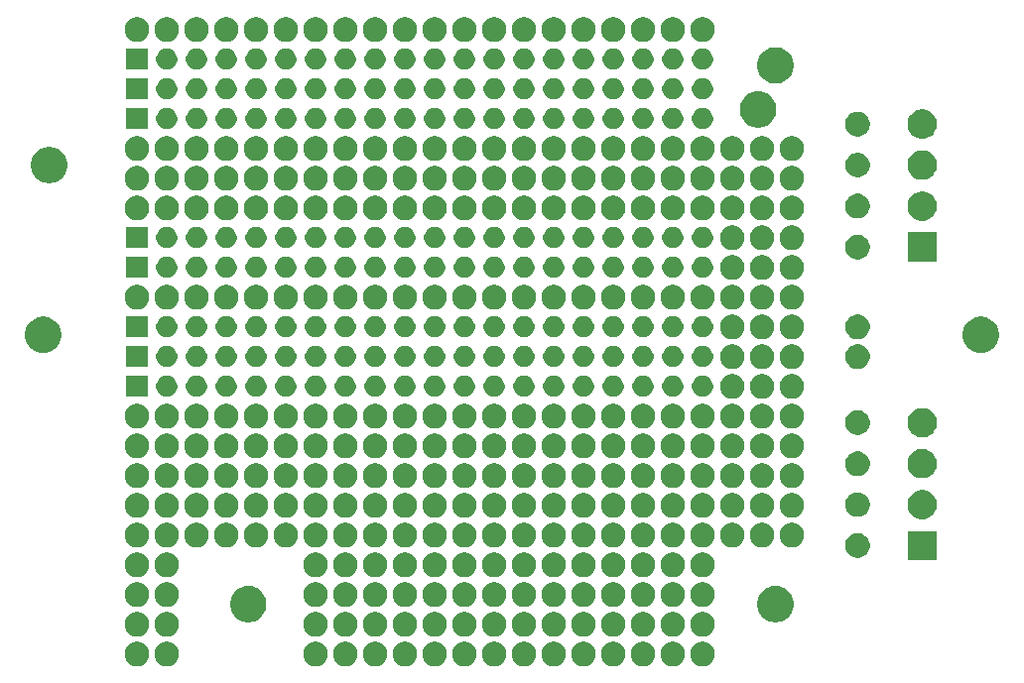
<source format=gbr>
G04 #@! TF.GenerationSoftware,KiCad,Pcbnew,5.1.5+dfsg1-2build2*
G04 #@! TF.CreationDate,2022-04-08T15:09:35-05:00*
G04 #@! TF.ProjectId,MCU_PROTO_100x68mm,4d43555f-5052-44f5-944f-5f3130307836,rev?*
G04 #@! TF.SameCoordinates,Original*
G04 #@! TF.FileFunction,Soldermask,Bot*
G04 #@! TF.FilePolarity,Negative*
%FSLAX46Y46*%
G04 Gerber Fmt 4.6, Leading zero omitted, Abs format (unit mm)*
G04 Created by KiCad (PCBNEW 5.1.5+dfsg1-2build2) date 2022-04-08 15:09:35*
%MOMM*%
%LPD*%
G04 APERTURE LIST*
%ADD10C,0.100000*%
G04 APERTURE END LIST*
D10*
G36*
X161566564Y-155239389D02*
G01*
X161757833Y-155318615D01*
X161757835Y-155318616D01*
X161929973Y-155433635D01*
X162076365Y-155580027D01*
X162191385Y-155752167D01*
X162270611Y-155943436D01*
X162311000Y-156146484D01*
X162311000Y-156353516D01*
X162270611Y-156556564D01*
X162191385Y-156747833D01*
X162191384Y-156747835D01*
X162076365Y-156919973D01*
X161929973Y-157066365D01*
X161757835Y-157181384D01*
X161757834Y-157181385D01*
X161757833Y-157181385D01*
X161566564Y-157260611D01*
X161363516Y-157301000D01*
X161156484Y-157301000D01*
X160953436Y-157260611D01*
X160762167Y-157181385D01*
X160762166Y-157181385D01*
X160762165Y-157181384D01*
X160590027Y-157066365D01*
X160443635Y-156919973D01*
X160328616Y-156747835D01*
X160328615Y-156747833D01*
X160249389Y-156556564D01*
X160209000Y-156353516D01*
X160209000Y-156146484D01*
X160249389Y-155943436D01*
X160328615Y-155752167D01*
X160443635Y-155580027D01*
X160590027Y-155433635D01*
X160762165Y-155318616D01*
X160762167Y-155318615D01*
X160953436Y-155239389D01*
X161156484Y-155199000D01*
X161363516Y-155199000D01*
X161566564Y-155239389D01*
G37*
G36*
X141246564Y-155239389D02*
G01*
X141437833Y-155318615D01*
X141437835Y-155318616D01*
X141609973Y-155433635D01*
X141756365Y-155580027D01*
X141871385Y-155752167D01*
X141950611Y-155943436D01*
X141991000Y-156146484D01*
X141991000Y-156353516D01*
X141950611Y-156556564D01*
X141871385Y-156747833D01*
X141871384Y-156747835D01*
X141756365Y-156919973D01*
X141609973Y-157066365D01*
X141437835Y-157181384D01*
X141437834Y-157181385D01*
X141437833Y-157181385D01*
X141246564Y-157260611D01*
X141043516Y-157301000D01*
X140836484Y-157301000D01*
X140633436Y-157260611D01*
X140442167Y-157181385D01*
X140442166Y-157181385D01*
X140442165Y-157181384D01*
X140270027Y-157066365D01*
X140123635Y-156919973D01*
X140008616Y-156747835D01*
X140008615Y-156747833D01*
X139929389Y-156556564D01*
X139889000Y-156353516D01*
X139889000Y-156146484D01*
X139929389Y-155943436D01*
X140008615Y-155752167D01*
X140123635Y-155580027D01*
X140270027Y-155433635D01*
X140442165Y-155318616D01*
X140442167Y-155318615D01*
X140633436Y-155239389D01*
X140836484Y-155199000D01*
X141043516Y-155199000D01*
X141246564Y-155239389D01*
G37*
G36*
X115846564Y-155239389D02*
G01*
X116037833Y-155318615D01*
X116037835Y-155318616D01*
X116209973Y-155433635D01*
X116356365Y-155580027D01*
X116471385Y-155752167D01*
X116550611Y-155943436D01*
X116591000Y-156146484D01*
X116591000Y-156353516D01*
X116550611Y-156556564D01*
X116471385Y-156747833D01*
X116471384Y-156747835D01*
X116356365Y-156919973D01*
X116209973Y-157066365D01*
X116037835Y-157181384D01*
X116037834Y-157181385D01*
X116037833Y-157181385D01*
X115846564Y-157260611D01*
X115643516Y-157301000D01*
X115436484Y-157301000D01*
X115233436Y-157260611D01*
X115042167Y-157181385D01*
X115042166Y-157181385D01*
X115042165Y-157181384D01*
X114870027Y-157066365D01*
X114723635Y-156919973D01*
X114608616Y-156747835D01*
X114608615Y-156747833D01*
X114529389Y-156556564D01*
X114489000Y-156353516D01*
X114489000Y-156146484D01*
X114529389Y-155943436D01*
X114608615Y-155752167D01*
X114723635Y-155580027D01*
X114870027Y-155433635D01*
X115042165Y-155318616D01*
X115042167Y-155318615D01*
X115233436Y-155239389D01*
X115436484Y-155199000D01*
X115643516Y-155199000D01*
X115846564Y-155239389D01*
G37*
G36*
X113306564Y-155239389D02*
G01*
X113497833Y-155318615D01*
X113497835Y-155318616D01*
X113669973Y-155433635D01*
X113816365Y-155580027D01*
X113931385Y-155752167D01*
X114010611Y-155943436D01*
X114051000Y-156146484D01*
X114051000Y-156353516D01*
X114010611Y-156556564D01*
X113931385Y-156747833D01*
X113931384Y-156747835D01*
X113816365Y-156919973D01*
X113669973Y-157066365D01*
X113497835Y-157181384D01*
X113497834Y-157181385D01*
X113497833Y-157181385D01*
X113306564Y-157260611D01*
X113103516Y-157301000D01*
X112896484Y-157301000D01*
X112693436Y-157260611D01*
X112502167Y-157181385D01*
X112502166Y-157181385D01*
X112502165Y-157181384D01*
X112330027Y-157066365D01*
X112183635Y-156919973D01*
X112068616Y-156747835D01*
X112068615Y-156747833D01*
X111989389Y-156556564D01*
X111949000Y-156353516D01*
X111949000Y-156146484D01*
X111989389Y-155943436D01*
X112068615Y-155752167D01*
X112183635Y-155580027D01*
X112330027Y-155433635D01*
X112502165Y-155318616D01*
X112502167Y-155318615D01*
X112693436Y-155239389D01*
X112896484Y-155199000D01*
X113103516Y-155199000D01*
X113306564Y-155239389D01*
G37*
G36*
X128546564Y-155239389D02*
G01*
X128737833Y-155318615D01*
X128737835Y-155318616D01*
X128909973Y-155433635D01*
X129056365Y-155580027D01*
X129171385Y-155752167D01*
X129250611Y-155943436D01*
X129291000Y-156146484D01*
X129291000Y-156353516D01*
X129250611Y-156556564D01*
X129171385Y-156747833D01*
X129171384Y-156747835D01*
X129056365Y-156919973D01*
X128909973Y-157066365D01*
X128737835Y-157181384D01*
X128737834Y-157181385D01*
X128737833Y-157181385D01*
X128546564Y-157260611D01*
X128343516Y-157301000D01*
X128136484Y-157301000D01*
X127933436Y-157260611D01*
X127742167Y-157181385D01*
X127742166Y-157181385D01*
X127742165Y-157181384D01*
X127570027Y-157066365D01*
X127423635Y-156919973D01*
X127308616Y-156747835D01*
X127308615Y-156747833D01*
X127229389Y-156556564D01*
X127189000Y-156353516D01*
X127189000Y-156146484D01*
X127229389Y-155943436D01*
X127308615Y-155752167D01*
X127423635Y-155580027D01*
X127570027Y-155433635D01*
X127742165Y-155318616D01*
X127742167Y-155318615D01*
X127933436Y-155239389D01*
X128136484Y-155199000D01*
X128343516Y-155199000D01*
X128546564Y-155239389D01*
G37*
G36*
X131086564Y-155239389D02*
G01*
X131277833Y-155318615D01*
X131277835Y-155318616D01*
X131449973Y-155433635D01*
X131596365Y-155580027D01*
X131711385Y-155752167D01*
X131790611Y-155943436D01*
X131831000Y-156146484D01*
X131831000Y-156353516D01*
X131790611Y-156556564D01*
X131711385Y-156747833D01*
X131711384Y-156747835D01*
X131596365Y-156919973D01*
X131449973Y-157066365D01*
X131277835Y-157181384D01*
X131277834Y-157181385D01*
X131277833Y-157181385D01*
X131086564Y-157260611D01*
X130883516Y-157301000D01*
X130676484Y-157301000D01*
X130473436Y-157260611D01*
X130282167Y-157181385D01*
X130282166Y-157181385D01*
X130282165Y-157181384D01*
X130110027Y-157066365D01*
X129963635Y-156919973D01*
X129848616Y-156747835D01*
X129848615Y-156747833D01*
X129769389Y-156556564D01*
X129729000Y-156353516D01*
X129729000Y-156146484D01*
X129769389Y-155943436D01*
X129848615Y-155752167D01*
X129963635Y-155580027D01*
X130110027Y-155433635D01*
X130282165Y-155318616D01*
X130282167Y-155318615D01*
X130473436Y-155239389D01*
X130676484Y-155199000D01*
X130883516Y-155199000D01*
X131086564Y-155239389D01*
G37*
G36*
X133626564Y-155239389D02*
G01*
X133817833Y-155318615D01*
X133817835Y-155318616D01*
X133989973Y-155433635D01*
X134136365Y-155580027D01*
X134251385Y-155752167D01*
X134330611Y-155943436D01*
X134371000Y-156146484D01*
X134371000Y-156353516D01*
X134330611Y-156556564D01*
X134251385Y-156747833D01*
X134251384Y-156747835D01*
X134136365Y-156919973D01*
X133989973Y-157066365D01*
X133817835Y-157181384D01*
X133817834Y-157181385D01*
X133817833Y-157181385D01*
X133626564Y-157260611D01*
X133423516Y-157301000D01*
X133216484Y-157301000D01*
X133013436Y-157260611D01*
X132822167Y-157181385D01*
X132822166Y-157181385D01*
X132822165Y-157181384D01*
X132650027Y-157066365D01*
X132503635Y-156919973D01*
X132388616Y-156747835D01*
X132388615Y-156747833D01*
X132309389Y-156556564D01*
X132269000Y-156353516D01*
X132269000Y-156146484D01*
X132309389Y-155943436D01*
X132388615Y-155752167D01*
X132503635Y-155580027D01*
X132650027Y-155433635D01*
X132822165Y-155318616D01*
X132822167Y-155318615D01*
X133013436Y-155239389D01*
X133216484Y-155199000D01*
X133423516Y-155199000D01*
X133626564Y-155239389D01*
G37*
G36*
X136166564Y-155239389D02*
G01*
X136357833Y-155318615D01*
X136357835Y-155318616D01*
X136529973Y-155433635D01*
X136676365Y-155580027D01*
X136791385Y-155752167D01*
X136870611Y-155943436D01*
X136911000Y-156146484D01*
X136911000Y-156353516D01*
X136870611Y-156556564D01*
X136791385Y-156747833D01*
X136791384Y-156747835D01*
X136676365Y-156919973D01*
X136529973Y-157066365D01*
X136357835Y-157181384D01*
X136357834Y-157181385D01*
X136357833Y-157181385D01*
X136166564Y-157260611D01*
X135963516Y-157301000D01*
X135756484Y-157301000D01*
X135553436Y-157260611D01*
X135362167Y-157181385D01*
X135362166Y-157181385D01*
X135362165Y-157181384D01*
X135190027Y-157066365D01*
X135043635Y-156919973D01*
X134928616Y-156747835D01*
X134928615Y-156747833D01*
X134849389Y-156556564D01*
X134809000Y-156353516D01*
X134809000Y-156146484D01*
X134849389Y-155943436D01*
X134928615Y-155752167D01*
X135043635Y-155580027D01*
X135190027Y-155433635D01*
X135362165Y-155318616D01*
X135362167Y-155318615D01*
X135553436Y-155239389D01*
X135756484Y-155199000D01*
X135963516Y-155199000D01*
X136166564Y-155239389D01*
G37*
G36*
X138706564Y-155239389D02*
G01*
X138897833Y-155318615D01*
X138897835Y-155318616D01*
X139069973Y-155433635D01*
X139216365Y-155580027D01*
X139331385Y-155752167D01*
X139410611Y-155943436D01*
X139451000Y-156146484D01*
X139451000Y-156353516D01*
X139410611Y-156556564D01*
X139331385Y-156747833D01*
X139331384Y-156747835D01*
X139216365Y-156919973D01*
X139069973Y-157066365D01*
X138897835Y-157181384D01*
X138897834Y-157181385D01*
X138897833Y-157181385D01*
X138706564Y-157260611D01*
X138503516Y-157301000D01*
X138296484Y-157301000D01*
X138093436Y-157260611D01*
X137902167Y-157181385D01*
X137902166Y-157181385D01*
X137902165Y-157181384D01*
X137730027Y-157066365D01*
X137583635Y-156919973D01*
X137468616Y-156747835D01*
X137468615Y-156747833D01*
X137389389Y-156556564D01*
X137349000Y-156353516D01*
X137349000Y-156146484D01*
X137389389Y-155943436D01*
X137468615Y-155752167D01*
X137583635Y-155580027D01*
X137730027Y-155433635D01*
X137902165Y-155318616D01*
X137902167Y-155318615D01*
X138093436Y-155239389D01*
X138296484Y-155199000D01*
X138503516Y-155199000D01*
X138706564Y-155239389D01*
G37*
G36*
X143786564Y-155239389D02*
G01*
X143977833Y-155318615D01*
X143977835Y-155318616D01*
X144149973Y-155433635D01*
X144296365Y-155580027D01*
X144411385Y-155752167D01*
X144490611Y-155943436D01*
X144531000Y-156146484D01*
X144531000Y-156353516D01*
X144490611Y-156556564D01*
X144411385Y-156747833D01*
X144411384Y-156747835D01*
X144296365Y-156919973D01*
X144149973Y-157066365D01*
X143977835Y-157181384D01*
X143977834Y-157181385D01*
X143977833Y-157181385D01*
X143786564Y-157260611D01*
X143583516Y-157301000D01*
X143376484Y-157301000D01*
X143173436Y-157260611D01*
X142982167Y-157181385D01*
X142982166Y-157181385D01*
X142982165Y-157181384D01*
X142810027Y-157066365D01*
X142663635Y-156919973D01*
X142548616Y-156747835D01*
X142548615Y-156747833D01*
X142469389Y-156556564D01*
X142429000Y-156353516D01*
X142429000Y-156146484D01*
X142469389Y-155943436D01*
X142548615Y-155752167D01*
X142663635Y-155580027D01*
X142810027Y-155433635D01*
X142982165Y-155318616D01*
X142982167Y-155318615D01*
X143173436Y-155239389D01*
X143376484Y-155199000D01*
X143583516Y-155199000D01*
X143786564Y-155239389D01*
G37*
G36*
X146326564Y-155239389D02*
G01*
X146517833Y-155318615D01*
X146517835Y-155318616D01*
X146689973Y-155433635D01*
X146836365Y-155580027D01*
X146951385Y-155752167D01*
X147030611Y-155943436D01*
X147071000Y-156146484D01*
X147071000Y-156353516D01*
X147030611Y-156556564D01*
X146951385Y-156747833D01*
X146951384Y-156747835D01*
X146836365Y-156919973D01*
X146689973Y-157066365D01*
X146517835Y-157181384D01*
X146517834Y-157181385D01*
X146517833Y-157181385D01*
X146326564Y-157260611D01*
X146123516Y-157301000D01*
X145916484Y-157301000D01*
X145713436Y-157260611D01*
X145522167Y-157181385D01*
X145522166Y-157181385D01*
X145522165Y-157181384D01*
X145350027Y-157066365D01*
X145203635Y-156919973D01*
X145088616Y-156747835D01*
X145088615Y-156747833D01*
X145009389Y-156556564D01*
X144969000Y-156353516D01*
X144969000Y-156146484D01*
X145009389Y-155943436D01*
X145088615Y-155752167D01*
X145203635Y-155580027D01*
X145350027Y-155433635D01*
X145522165Y-155318616D01*
X145522167Y-155318615D01*
X145713436Y-155239389D01*
X145916484Y-155199000D01*
X146123516Y-155199000D01*
X146326564Y-155239389D01*
G37*
G36*
X148866564Y-155239389D02*
G01*
X149057833Y-155318615D01*
X149057835Y-155318616D01*
X149229973Y-155433635D01*
X149376365Y-155580027D01*
X149491385Y-155752167D01*
X149570611Y-155943436D01*
X149611000Y-156146484D01*
X149611000Y-156353516D01*
X149570611Y-156556564D01*
X149491385Y-156747833D01*
X149491384Y-156747835D01*
X149376365Y-156919973D01*
X149229973Y-157066365D01*
X149057835Y-157181384D01*
X149057834Y-157181385D01*
X149057833Y-157181385D01*
X148866564Y-157260611D01*
X148663516Y-157301000D01*
X148456484Y-157301000D01*
X148253436Y-157260611D01*
X148062167Y-157181385D01*
X148062166Y-157181385D01*
X148062165Y-157181384D01*
X147890027Y-157066365D01*
X147743635Y-156919973D01*
X147628616Y-156747835D01*
X147628615Y-156747833D01*
X147549389Y-156556564D01*
X147509000Y-156353516D01*
X147509000Y-156146484D01*
X147549389Y-155943436D01*
X147628615Y-155752167D01*
X147743635Y-155580027D01*
X147890027Y-155433635D01*
X148062165Y-155318616D01*
X148062167Y-155318615D01*
X148253436Y-155239389D01*
X148456484Y-155199000D01*
X148663516Y-155199000D01*
X148866564Y-155239389D01*
G37*
G36*
X151406564Y-155239389D02*
G01*
X151597833Y-155318615D01*
X151597835Y-155318616D01*
X151769973Y-155433635D01*
X151916365Y-155580027D01*
X152031385Y-155752167D01*
X152110611Y-155943436D01*
X152151000Y-156146484D01*
X152151000Y-156353516D01*
X152110611Y-156556564D01*
X152031385Y-156747833D01*
X152031384Y-156747835D01*
X151916365Y-156919973D01*
X151769973Y-157066365D01*
X151597835Y-157181384D01*
X151597834Y-157181385D01*
X151597833Y-157181385D01*
X151406564Y-157260611D01*
X151203516Y-157301000D01*
X150996484Y-157301000D01*
X150793436Y-157260611D01*
X150602167Y-157181385D01*
X150602166Y-157181385D01*
X150602165Y-157181384D01*
X150430027Y-157066365D01*
X150283635Y-156919973D01*
X150168616Y-156747835D01*
X150168615Y-156747833D01*
X150089389Y-156556564D01*
X150049000Y-156353516D01*
X150049000Y-156146484D01*
X150089389Y-155943436D01*
X150168615Y-155752167D01*
X150283635Y-155580027D01*
X150430027Y-155433635D01*
X150602165Y-155318616D01*
X150602167Y-155318615D01*
X150793436Y-155239389D01*
X150996484Y-155199000D01*
X151203516Y-155199000D01*
X151406564Y-155239389D01*
G37*
G36*
X153946564Y-155239389D02*
G01*
X154137833Y-155318615D01*
X154137835Y-155318616D01*
X154309973Y-155433635D01*
X154456365Y-155580027D01*
X154571385Y-155752167D01*
X154650611Y-155943436D01*
X154691000Y-156146484D01*
X154691000Y-156353516D01*
X154650611Y-156556564D01*
X154571385Y-156747833D01*
X154571384Y-156747835D01*
X154456365Y-156919973D01*
X154309973Y-157066365D01*
X154137835Y-157181384D01*
X154137834Y-157181385D01*
X154137833Y-157181385D01*
X153946564Y-157260611D01*
X153743516Y-157301000D01*
X153536484Y-157301000D01*
X153333436Y-157260611D01*
X153142167Y-157181385D01*
X153142166Y-157181385D01*
X153142165Y-157181384D01*
X152970027Y-157066365D01*
X152823635Y-156919973D01*
X152708616Y-156747835D01*
X152708615Y-156747833D01*
X152629389Y-156556564D01*
X152589000Y-156353516D01*
X152589000Y-156146484D01*
X152629389Y-155943436D01*
X152708615Y-155752167D01*
X152823635Y-155580027D01*
X152970027Y-155433635D01*
X153142165Y-155318616D01*
X153142167Y-155318615D01*
X153333436Y-155239389D01*
X153536484Y-155199000D01*
X153743516Y-155199000D01*
X153946564Y-155239389D01*
G37*
G36*
X156486564Y-155239389D02*
G01*
X156677833Y-155318615D01*
X156677835Y-155318616D01*
X156849973Y-155433635D01*
X156996365Y-155580027D01*
X157111385Y-155752167D01*
X157190611Y-155943436D01*
X157231000Y-156146484D01*
X157231000Y-156353516D01*
X157190611Y-156556564D01*
X157111385Y-156747833D01*
X157111384Y-156747835D01*
X156996365Y-156919973D01*
X156849973Y-157066365D01*
X156677835Y-157181384D01*
X156677834Y-157181385D01*
X156677833Y-157181385D01*
X156486564Y-157260611D01*
X156283516Y-157301000D01*
X156076484Y-157301000D01*
X155873436Y-157260611D01*
X155682167Y-157181385D01*
X155682166Y-157181385D01*
X155682165Y-157181384D01*
X155510027Y-157066365D01*
X155363635Y-156919973D01*
X155248616Y-156747835D01*
X155248615Y-156747833D01*
X155169389Y-156556564D01*
X155129000Y-156353516D01*
X155129000Y-156146484D01*
X155169389Y-155943436D01*
X155248615Y-155752167D01*
X155363635Y-155580027D01*
X155510027Y-155433635D01*
X155682165Y-155318616D01*
X155682167Y-155318615D01*
X155873436Y-155239389D01*
X156076484Y-155199000D01*
X156283516Y-155199000D01*
X156486564Y-155239389D01*
G37*
G36*
X159026564Y-155239389D02*
G01*
X159217833Y-155318615D01*
X159217835Y-155318616D01*
X159389973Y-155433635D01*
X159536365Y-155580027D01*
X159651385Y-155752167D01*
X159730611Y-155943436D01*
X159771000Y-156146484D01*
X159771000Y-156353516D01*
X159730611Y-156556564D01*
X159651385Y-156747833D01*
X159651384Y-156747835D01*
X159536365Y-156919973D01*
X159389973Y-157066365D01*
X159217835Y-157181384D01*
X159217834Y-157181385D01*
X159217833Y-157181385D01*
X159026564Y-157260611D01*
X158823516Y-157301000D01*
X158616484Y-157301000D01*
X158413436Y-157260611D01*
X158222167Y-157181385D01*
X158222166Y-157181385D01*
X158222165Y-157181384D01*
X158050027Y-157066365D01*
X157903635Y-156919973D01*
X157788616Y-156747835D01*
X157788615Y-156747833D01*
X157709389Y-156556564D01*
X157669000Y-156353516D01*
X157669000Y-156146484D01*
X157709389Y-155943436D01*
X157788615Y-155752167D01*
X157903635Y-155580027D01*
X158050027Y-155433635D01*
X158222165Y-155318616D01*
X158222167Y-155318615D01*
X158413436Y-155239389D01*
X158616484Y-155199000D01*
X158823516Y-155199000D01*
X159026564Y-155239389D01*
G37*
G36*
X136166564Y-152699389D02*
G01*
X136357833Y-152778615D01*
X136357835Y-152778616D01*
X136529973Y-152893635D01*
X136676365Y-153040027D01*
X136786423Y-153204740D01*
X136791385Y-153212167D01*
X136870611Y-153403436D01*
X136911000Y-153606484D01*
X136911000Y-153813516D01*
X136870611Y-154016564D01*
X136791385Y-154207833D01*
X136791384Y-154207835D01*
X136676365Y-154379973D01*
X136529973Y-154526365D01*
X136357835Y-154641384D01*
X136357834Y-154641385D01*
X136357833Y-154641385D01*
X136166564Y-154720611D01*
X135963516Y-154761000D01*
X135756484Y-154761000D01*
X135553436Y-154720611D01*
X135362167Y-154641385D01*
X135362166Y-154641385D01*
X135362165Y-154641384D01*
X135190027Y-154526365D01*
X135043635Y-154379973D01*
X134928616Y-154207835D01*
X134928615Y-154207833D01*
X134849389Y-154016564D01*
X134809000Y-153813516D01*
X134809000Y-153606484D01*
X134849389Y-153403436D01*
X134928615Y-153212167D01*
X134933578Y-153204740D01*
X135043635Y-153040027D01*
X135190027Y-152893635D01*
X135362165Y-152778616D01*
X135362167Y-152778615D01*
X135553436Y-152699389D01*
X135756484Y-152659000D01*
X135963516Y-152659000D01*
X136166564Y-152699389D01*
G37*
G36*
X141246564Y-152699389D02*
G01*
X141437833Y-152778615D01*
X141437835Y-152778616D01*
X141609973Y-152893635D01*
X141756365Y-153040027D01*
X141866423Y-153204740D01*
X141871385Y-153212167D01*
X141950611Y-153403436D01*
X141991000Y-153606484D01*
X141991000Y-153813516D01*
X141950611Y-154016564D01*
X141871385Y-154207833D01*
X141871384Y-154207835D01*
X141756365Y-154379973D01*
X141609973Y-154526365D01*
X141437835Y-154641384D01*
X141437834Y-154641385D01*
X141437833Y-154641385D01*
X141246564Y-154720611D01*
X141043516Y-154761000D01*
X140836484Y-154761000D01*
X140633436Y-154720611D01*
X140442167Y-154641385D01*
X140442166Y-154641385D01*
X140442165Y-154641384D01*
X140270027Y-154526365D01*
X140123635Y-154379973D01*
X140008616Y-154207835D01*
X140008615Y-154207833D01*
X139929389Y-154016564D01*
X139889000Y-153813516D01*
X139889000Y-153606484D01*
X139929389Y-153403436D01*
X140008615Y-153212167D01*
X140013578Y-153204740D01*
X140123635Y-153040027D01*
X140270027Y-152893635D01*
X140442165Y-152778616D01*
X140442167Y-152778615D01*
X140633436Y-152699389D01*
X140836484Y-152659000D01*
X141043516Y-152659000D01*
X141246564Y-152699389D01*
G37*
G36*
X138706564Y-152699389D02*
G01*
X138897833Y-152778615D01*
X138897835Y-152778616D01*
X139069973Y-152893635D01*
X139216365Y-153040027D01*
X139326423Y-153204740D01*
X139331385Y-153212167D01*
X139410611Y-153403436D01*
X139451000Y-153606484D01*
X139451000Y-153813516D01*
X139410611Y-154016564D01*
X139331385Y-154207833D01*
X139331384Y-154207835D01*
X139216365Y-154379973D01*
X139069973Y-154526365D01*
X138897835Y-154641384D01*
X138897834Y-154641385D01*
X138897833Y-154641385D01*
X138706564Y-154720611D01*
X138503516Y-154761000D01*
X138296484Y-154761000D01*
X138093436Y-154720611D01*
X137902167Y-154641385D01*
X137902166Y-154641385D01*
X137902165Y-154641384D01*
X137730027Y-154526365D01*
X137583635Y-154379973D01*
X137468616Y-154207835D01*
X137468615Y-154207833D01*
X137389389Y-154016564D01*
X137349000Y-153813516D01*
X137349000Y-153606484D01*
X137389389Y-153403436D01*
X137468615Y-153212167D01*
X137473578Y-153204740D01*
X137583635Y-153040027D01*
X137730027Y-152893635D01*
X137902165Y-152778616D01*
X137902167Y-152778615D01*
X138093436Y-152699389D01*
X138296484Y-152659000D01*
X138503516Y-152659000D01*
X138706564Y-152699389D01*
G37*
G36*
X133626564Y-152699389D02*
G01*
X133817833Y-152778615D01*
X133817835Y-152778616D01*
X133989973Y-152893635D01*
X134136365Y-153040027D01*
X134246423Y-153204740D01*
X134251385Y-153212167D01*
X134330611Y-153403436D01*
X134371000Y-153606484D01*
X134371000Y-153813516D01*
X134330611Y-154016564D01*
X134251385Y-154207833D01*
X134251384Y-154207835D01*
X134136365Y-154379973D01*
X133989973Y-154526365D01*
X133817835Y-154641384D01*
X133817834Y-154641385D01*
X133817833Y-154641385D01*
X133626564Y-154720611D01*
X133423516Y-154761000D01*
X133216484Y-154761000D01*
X133013436Y-154720611D01*
X132822167Y-154641385D01*
X132822166Y-154641385D01*
X132822165Y-154641384D01*
X132650027Y-154526365D01*
X132503635Y-154379973D01*
X132388616Y-154207835D01*
X132388615Y-154207833D01*
X132309389Y-154016564D01*
X132269000Y-153813516D01*
X132269000Y-153606484D01*
X132309389Y-153403436D01*
X132388615Y-153212167D01*
X132393578Y-153204740D01*
X132503635Y-153040027D01*
X132650027Y-152893635D01*
X132822165Y-152778616D01*
X132822167Y-152778615D01*
X133013436Y-152699389D01*
X133216484Y-152659000D01*
X133423516Y-152659000D01*
X133626564Y-152699389D01*
G37*
G36*
X131086564Y-152699389D02*
G01*
X131277833Y-152778615D01*
X131277835Y-152778616D01*
X131449973Y-152893635D01*
X131596365Y-153040027D01*
X131706423Y-153204740D01*
X131711385Y-153212167D01*
X131790611Y-153403436D01*
X131831000Y-153606484D01*
X131831000Y-153813516D01*
X131790611Y-154016564D01*
X131711385Y-154207833D01*
X131711384Y-154207835D01*
X131596365Y-154379973D01*
X131449973Y-154526365D01*
X131277835Y-154641384D01*
X131277834Y-154641385D01*
X131277833Y-154641385D01*
X131086564Y-154720611D01*
X130883516Y-154761000D01*
X130676484Y-154761000D01*
X130473436Y-154720611D01*
X130282167Y-154641385D01*
X130282166Y-154641385D01*
X130282165Y-154641384D01*
X130110027Y-154526365D01*
X129963635Y-154379973D01*
X129848616Y-154207835D01*
X129848615Y-154207833D01*
X129769389Y-154016564D01*
X129729000Y-153813516D01*
X129729000Y-153606484D01*
X129769389Y-153403436D01*
X129848615Y-153212167D01*
X129853578Y-153204740D01*
X129963635Y-153040027D01*
X130110027Y-152893635D01*
X130282165Y-152778616D01*
X130282167Y-152778615D01*
X130473436Y-152699389D01*
X130676484Y-152659000D01*
X130883516Y-152659000D01*
X131086564Y-152699389D01*
G37*
G36*
X128546564Y-152699389D02*
G01*
X128737833Y-152778615D01*
X128737835Y-152778616D01*
X128909973Y-152893635D01*
X129056365Y-153040027D01*
X129166423Y-153204740D01*
X129171385Y-153212167D01*
X129250611Y-153403436D01*
X129291000Y-153606484D01*
X129291000Y-153813516D01*
X129250611Y-154016564D01*
X129171385Y-154207833D01*
X129171384Y-154207835D01*
X129056365Y-154379973D01*
X128909973Y-154526365D01*
X128737835Y-154641384D01*
X128737834Y-154641385D01*
X128737833Y-154641385D01*
X128546564Y-154720611D01*
X128343516Y-154761000D01*
X128136484Y-154761000D01*
X127933436Y-154720611D01*
X127742167Y-154641385D01*
X127742166Y-154641385D01*
X127742165Y-154641384D01*
X127570027Y-154526365D01*
X127423635Y-154379973D01*
X127308616Y-154207835D01*
X127308615Y-154207833D01*
X127229389Y-154016564D01*
X127189000Y-153813516D01*
X127189000Y-153606484D01*
X127229389Y-153403436D01*
X127308615Y-153212167D01*
X127313578Y-153204740D01*
X127423635Y-153040027D01*
X127570027Y-152893635D01*
X127742165Y-152778616D01*
X127742167Y-152778615D01*
X127933436Y-152699389D01*
X128136484Y-152659000D01*
X128343516Y-152659000D01*
X128546564Y-152699389D01*
G37*
G36*
X115846564Y-152699389D02*
G01*
X116037833Y-152778615D01*
X116037835Y-152778616D01*
X116209973Y-152893635D01*
X116356365Y-153040027D01*
X116466423Y-153204740D01*
X116471385Y-153212167D01*
X116550611Y-153403436D01*
X116591000Y-153606484D01*
X116591000Y-153813516D01*
X116550611Y-154016564D01*
X116471385Y-154207833D01*
X116471384Y-154207835D01*
X116356365Y-154379973D01*
X116209973Y-154526365D01*
X116037835Y-154641384D01*
X116037834Y-154641385D01*
X116037833Y-154641385D01*
X115846564Y-154720611D01*
X115643516Y-154761000D01*
X115436484Y-154761000D01*
X115233436Y-154720611D01*
X115042167Y-154641385D01*
X115042166Y-154641385D01*
X115042165Y-154641384D01*
X114870027Y-154526365D01*
X114723635Y-154379973D01*
X114608616Y-154207835D01*
X114608615Y-154207833D01*
X114529389Y-154016564D01*
X114489000Y-153813516D01*
X114489000Y-153606484D01*
X114529389Y-153403436D01*
X114608615Y-153212167D01*
X114613578Y-153204740D01*
X114723635Y-153040027D01*
X114870027Y-152893635D01*
X115042165Y-152778616D01*
X115042167Y-152778615D01*
X115233436Y-152699389D01*
X115436484Y-152659000D01*
X115643516Y-152659000D01*
X115846564Y-152699389D01*
G37*
G36*
X113306564Y-152699389D02*
G01*
X113497833Y-152778615D01*
X113497835Y-152778616D01*
X113669973Y-152893635D01*
X113816365Y-153040027D01*
X113926423Y-153204740D01*
X113931385Y-153212167D01*
X114010611Y-153403436D01*
X114051000Y-153606484D01*
X114051000Y-153813516D01*
X114010611Y-154016564D01*
X113931385Y-154207833D01*
X113931384Y-154207835D01*
X113816365Y-154379973D01*
X113669973Y-154526365D01*
X113497835Y-154641384D01*
X113497834Y-154641385D01*
X113497833Y-154641385D01*
X113306564Y-154720611D01*
X113103516Y-154761000D01*
X112896484Y-154761000D01*
X112693436Y-154720611D01*
X112502167Y-154641385D01*
X112502166Y-154641385D01*
X112502165Y-154641384D01*
X112330027Y-154526365D01*
X112183635Y-154379973D01*
X112068616Y-154207835D01*
X112068615Y-154207833D01*
X111989389Y-154016564D01*
X111949000Y-153813516D01*
X111949000Y-153606484D01*
X111989389Y-153403436D01*
X112068615Y-153212167D01*
X112073578Y-153204740D01*
X112183635Y-153040027D01*
X112330027Y-152893635D01*
X112502165Y-152778616D01*
X112502167Y-152778615D01*
X112693436Y-152699389D01*
X112896484Y-152659000D01*
X113103516Y-152659000D01*
X113306564Y-152699389D01*
G37*
G36*
X148866564Y-152699389D02*
G01*
X149057833Y-152778615D01*
X149057835Y-152778616D01*
X149229973Y-152893635D01*
X149376365Y-153040027D01*
X149486423Y-153204740D01*
X149491385Y-153212167D01*
X149570611Y-153403436D01*
X149611000Y-153606484D01*
X149611000Y-153813516D01*
X149570611Y-154016564D01*
X149491385Y-154207833D01*
X149491384Y-154207835D01*
X149376365Y-154379973D01*
X149229973Y-154526365D01*
X149057835Y-154641384D01*
X149057834Y-154641385D01*
X149057833Y-154641385D01*
X148866564Y-154720611D01*
X148663516Y-154761000D01*
X148456484Y-154761000D01*
X148253436Y-154720611D01*
X148062167Y-154641385D01*
X148062166Y-154641385D01*
X148062165Y-154641384D01*
X147890027Y-154526365D01*
X147743635Y-154379973D01*
X147628616Y-154207835D01*
X147628615Y-154207833D01*
X147549389Y-154016564D01*
X147509000Y-153813516D01*
X147509000Y-153606484D01*
X147549389Y-153403436D01*
X147628615Y-153212167D01*
X147633578Y-153204740D01*
X147743635Y-153040027D01*
X147890027Y-152893635D01*
X148062165Y-152778616D01*
X148062167Y-152778615D01*
X148253436Y-152699389D01*
X148456484Y-152659000D01*
X148663516Y-152659000D01*
X148866564Y-152699389D01*
G37*
G36*
X146326564Y-152699389D02*
G01*
X146517833Y-152778615D01*
X146517835Y-152778616D01*
X146689973Y-152893635D01*
X146836365Y-153040027D01*
X146946423Y-153204740D01*
X146951385Y-153212167D01*
X147030611Y-153403436D01*
X147071000Y-153606484D01*
X147071000Y-153813516D01*
X147030611Y-154016564D01*
X146951385Y-154207833D01*
X146951384Y-154207835D01*
X146836365Y-154379973D01*
X146689973Y-154526365D01*
X146517835Y-154641384D01*
X146517834Y-154641385D01*
X146517833Y-154641385D01*
X146326564Y-154720611D01*
X146123516Y-154761000D01*
X145916484Y-154761000D01*
X145713436Y-154720611D01*
X145522167Y-154641385D01*
X145522166Y-154641385D01*
X145522165Y-154641384D01*
X145350027Y-154526365D01*
X145203635Y-154379973D01*
X145088616Y-154207835D01*
X145088615Y-154207833D01*
X145009389Y-154016564D01*
X144969000Y-153813516D01*
X144969000Y-153606484D01*
X145009389Y-153403436D01*
X145088615Y-153212167D01*
X145093578Y-153204740D01*
X145203635Y-153040027D01*
X145350027Y-152893635D01*
X145522165Y-152778616D01*
X145522167Y-152778615D01*
X145713436Y-152699389D01*
X145916484Y-152659000D01*
X146123516Y-152659000D01*
X146326564Y-152699389D01*
G37*
G36*
X156486564Y-152699389D02*
G01*
X156677833Y-152778615D01*
X156677835Y-152778616D01*
X156849973Y-152893635D01*
X156996365Y-153040027D01*
X157106423Y-153204740D01*
X157111385Y-153212167D01*
X157190611Y-153403436D01*
X157231000Y-153606484D01*
X157231000Y-153813516D01*
X157190611Y-154016564D01*
X157111385Y-154207833D01*
X157111384Y-154207835D01*
X156996365Y-154379973D01*
X156849973Y-154526365D01*
X156677835Y-154641384D01*
X156677834Y-154641385D01*
X156677833Y-154641385D01*
X156486564Y-154720611D01*
X156283516Y-154761000D01*
X156076484Y-154761000D01*
X155873436Y-154720611D01*
X155682167Y-154641385D01*
X155682166Y-154641385D01*
X155682165Y-154641384D01*
X155510027Y-154526365D01*
X155363635Y-154379973D01*
X155248616Y-154207835D01*
X155248615Y-154207833D01*
X155169389Y-154016564D01*
X155129000Y-153813516D01*
X155129000Y-153606484D01*
X155169389Y-153403436D01*
X155248615Y-153212167D01*
X155253578Y-153204740D01*
X155363635Y-153040027D01*
X155510027Y-152893635D01*
X155682165Y-152778616D01*
X155682167Y-152778615D01*
X155873436Y-152699389D01*
X156076484Y-152659000D01*
X156283516Y-152659000D01*
X156486564Y-152699389D01*
G37*
G36*
X159026564Y-152699389D02*
G01*
X159217833Y-152778615D01*
X159217835Y-152778616D01*
X159389973Y-152893635D01*
X159536365Y-153040027D01*
X159646423Y-153204740D01*
X159651385Y-153212167D01*
X159730611Y-153403436D01*
X159771000Y-153606484D01*
X159771000Y-153813516D01*
X159730611Y-154016564D01*
X159651385Y-154207833D01*
X159651384Y-154207835D01*
X159536365Y-154379973D01*
X159389973Y-154526365D01*
X159217835Y-154641384D01*
X159217834Y-154641385D01*
X159217833Y-154641385D01*
X159026564Y-154720611D01*
X158823516Y-154761000D01*
X158616484Y-154761000D01*
X158413436Y-154720611D01*
X158222167Y-154641385D01*
X158222166Y-154641385D01*
X158222165Y-154641384D01*
X158050027Y-154526365D01*
X157903635Y-154379973D01*
X157788616Y-154207835D01*
X157788615Y-154207833D01*
X157709389Y-154016564D01*
X157669000Y-153813516D01*
X157669000Y-153606484D01*
X157709389Y-153403436D01*
X157788615Y-153212167D01*
X157793578Y-153204740D01*
X157903635Y-153040027D01*
X158050027Y-152893635D01*
X158222165Y-152778616D01*
X158222167Y-152778615D01*
X158413436Y-152699389D01*
X158616484Y-152659000D01*
X158823516Y-152659000D01*
X159026564Y-152699389D01*
G37*
G36*
X161566564Y-152699389D02*
G01*
X161757833Y-152778615D01*
X161757835Y-152778616D01*
X161929973Y-152893635D01*
X162076365Y-153040027D01*
X162186423Y-153204740D01*
X162191385Y-153212167D01*
X162270611Y-153403436D01*
X162311000Y-153606484D01*
X162311000Y-153813516D01*
X162270611Y-154016564D01*
X162191385Y-154207833D01*
X162191384Y-154207835D01*
X162076365Y-154379973D01*
X161929973Y-154526365D01*
X161757835Y-154641384D01*
X161757834Y-154641385D01*
X161757833Y-154641385D01*
X161566564Y-154720611D01*
X161363516Y-154761000D01*
X161156484Y-154761000D01*
X160953436Y-154720611D01*
X160762167Y-154641385D01*
X160762166Y-154641385D01*
X160762165Y-154641384D01*
X160590027Y-154526365D01*
X160443635Y-154379973D01*
X160328616Y-154207835D01*
X160328615Y-154207833D01*
X160249389Y-154016564D01*
X160209000Y-153813516D01*
X160209000Y-153606484D01*
X160249389Y-153403436D01*
X160328615Y-153212167D01*
X160333578Y-153204740D01*
X160443635Y-153040027D01*
X160590027Y-152893635D01*
X160762165Y-152778616D01*
X160762167Y-152778615D01*
X160953436Y-152699389D01*
X161156484Y-152659000D01*
X161363516Y-152659000D01*
X161566564Y-152699389D01*
G37*
G36*
X143786564Y-152699389D02*
G01*
X143977833Y-152778615D01*
X143977835Y-152778616D01*
X144149973Y-152893635D01*
X144296365Y-153040027D01*
X144406423Y-153204740D01*
X144411385Y-153212167D01*
X144490611Y-153403436D01*
X144531000Y-153606484D01*
X144531000Y-153813516D01*
X144490611Y-154016564D01*
X144411385Y-154207833D01*
X144411384Y-154207835D01*
X144296365Y-154379973D01*
X144149973Y-154526365D01*
X143977835Y-154641384D01*
X143977834Y-154641385D01*
X143977833Y-154641385D01*
X143786564Y-154720611D01*
X143583516Y-154761000D01*
X143376484Y-154761000D01*
X143173436Y-154720611D01*
X142982167Y-154641385D01*
X142982166Y-154641385D01*
X142982165Y-154641384D01*
X142810027Y-154526365D01*
X142663635Y-154379973D01*
X142548616Y-154207835D01*
X142548615Y-154207833D01*
X142469389Y-154016564D01*
X142429000Y-153813516D01*
X142429000Y-153606484D01*
X142469389Y-153403436D01*
X142548615Y-153212167D01*
X142553578Y-153204740D01*
X142663635Y-153040027D01*
X142810027Y-152893635D01*
X142982165Y-152778616D01*
X142982167Y-152778615D01*
X143173436Y-152699389D01*
X143376484Y-152659000D01*
X143583516Y-152659000D01*
X143786564Y-152699389D01*
G37*
G36*
X153946564Y-152699389D02*
G01*
X154137833Y-152778615D01*
X154137835Y-152778616D01*
X154309973Y-152893635D01*
X154456365Y-153040027D01*
X154566423Y-153204740D01*
X154571385Y-153212167D01*
X154650611Y-153403436D01*
X154691000Y-153606484D01*
X154691000Y-153813516D01*
X154650611Y-154016564D01*
X154571385Y-154207833D01*
X154571384Y-154207835D01*
X154456365Y-154379973D01*
X154309973Y-154526365D01*
X154137835Y-154641384D01*
X154137834Y-154641385D01*
X154137833Y-154641385D01*
X153946564Y-154720611D01*
X153743516Y-154761000D01*
X153536484Y-154761000D01*
X153333436Y-154720611D01*
X153142167Y-154641385D01*
X153142166Y-154641385D01*
X153142165Y-154641384D01*
X152970027Y-154526365D01*
X152823635Y-154379973D01*
X152708616Y-154207835D01*
X152708615Y-154207833D01*
X152629389Y-154016564D01*
X152589000Y-153813516D01*
X152589000Y-153606484D01*
X152629389Y-153403436D01*
X152708615Y-153212167D01*
X152713578Y-153204740D01*
X152823635Y-153040027D01*
X152970027Y-152893635D01*
X153142165Y-152778616D01*
X153142167Y-152778615D01*
X153333436Y-152699389D01*
X153536484Y-152659000D01*
X153743516Y-152659000D01*
X153946564Y-152699389D01*
G37*
G36*
X151406564Y-152699389D02*
G01*
X151597833Y-152778615D01*
X151597835Y-152778616D01*
X151769973Y-152893635D01*
X151916365Y-153040027D01*
X152026423Y-153204740D01*
X152031385Y-153212167D01*
X152110611Y-153403436D01*
X152151000Y-153606484D01*
X152151000Y-153813516D01*
X152110611Y-154016564D01*
X152031385Y-154207833D01*
X152031384Y-154207835D01*
X151916365Y-154379973D01*
X151769973Y-154526365D01*
X151597835Y-154641384D01*
X151597834Y-154641385D01*
X151597833Y-154641385D01*
X151406564Y-154720611D01*
X151203516Y-154761000D01*
X150996484Y-154761000D01*
X150793436Y-154720611D01*
X150602167Y-154641385D01*
X150602166Y-154641385D01*
X150602165Y-154641384D01*
X150430027Y-154526365D01*
X150283635Y-154379973D01*
X150168616Y-154207835D01*
X150168615Y-154207833D01*
X150089389Y-154016564D01*
X150049000Y-153813516D01*
X150049000Y-153606484D01*
X150089389Y-153403436D01*
X150168615Y-153212167D01*
X150173578Y-153204740D01*
X150283635Y-153040027D01*
X150430027Y-152893635D01*
X150602165Y-152778616D01*
X150602167Y-152778615D01*
X150793436Y-152699389D01*
X150996484Y-152659000D01*
X151203516Y-152659000D01*
X151406564Y-152699389D01*
G37*
G36*
X122802585Y-150478802D02*
G01*
X122952410Y-150508604D01*
X123234674Y-150625521D01*
X123488705Y-150795259D01*
X123704741Y-151011295D01*
X123874479Y-151265326D01*
X123991396Y-151547590D01*
X124051000Y-151847240D01*
X124051000Y-152152760D01*
X123991396Y-152452410D01*
X123874479Y-152734674D01*
X123704741Y-152988705D01*
X123488705Y-153204741D01*
X123234674Y-153374479D01*
X122952410Y-153491396D01*
X122802585Y-153521198D01*
X122652761Y-153551000D01*
X122347239Y-153551000D01*
X122197415Y-153521198D01*
X122047590Y-153491396D01*
X121765326Y-153374479D01*
X121511295Y-153204741D01*
X121295259Y-152988705D01*
X121125521Y-152734674D01*
X121008604Y-152452410D01*
X120949000Y-152152760D01*
X120949000Y-151847240D01*
X121008604Y-151547590D01*
X121125521Y-151265326D01*
X121295259Y-151011295D01*
X121511295Y-150795259D01*
X121765326Y-150625521D01*
X122047590Y-150508604D01*
X122197415Y-150478802D01*
X122347239Y-150449000D01*
X122652761Y-150449000D01*
X122802585Y-150478802D01*
G37*
G36*
X167802585Y-150478802D02*
G01*
X167952410Y-150508604D01*
X168234674Y-150625521D01*
X168488705Y-150795259D01*
X168704741Y-151011295D01*
X168874479Y-151265326D01*
X168991396Y-151547590D01*
X169051000Y-151847240D01*
X169051000Y-152152760D01*
X168991396Y-152452410D01*
X168874479Y-152734674D01*
X168704741Y-152988705D01*
X168488705Y-153204741D01*
X168234674Y-153374479D01*
X167952410Y-153491396D01*
X167802585Y-153521198D01*
X167652761Y-153551000D01*
X167347239Y-153551000D01*
X167197415Y-153521198D01*
X167047590Y-153491396D01*
X166765326Y-153374479D01*
X166511295Y-153204741D01*
X166295259Y-152988705D01*
X166125521Y-152734674D01*
X166008604Y-152452410D01*
X165949000Y-152152760D01*
X165949000Y-151847240D01*
X166008604Y-151547590D01*
X166125521Y-151265326D01*
X166295259Y-151011295D01*
X166511295Y-150795259D01*
X166765326Y-150625521D01*
X167047590Y-150508604D01*
X167197415Y-150478802D01*
X167347239Y-150449000D01*
X167652761Y-150449000D01*
X167802585Y-150478802D01*
G37*
G36*
X115846564Y-150159389D02*
G01*
X116037833Y-150238615D01*
X116037835Y-150238616D01*
X116209973Y-150353635D01*
X116356365Y-150500027D01*
X116471385Y-150672167D01*
X116550611Y-150863436D01*
X116591000Y-151066484D01*
X116591000Y-151273516D01*
X116550611Y-151476564D01*
X116471385Y-151667833D01*
X116471384Y-151667835D01*
X116356365Y-151839973D01*
X116209973Y-151986365D01*
X116037835Y-152101384D01*
X116037834Y-152101385D01*
X116037833Y-152101385D01*
X115846564Y-152180611D01*
X115643516Y-152221000D01*
X115436484Y-152221000D01*
X115233436Y-152180611D01*
X115042167Y-152101385D01*
X115042166Y-152101385D01*
X115042165Y-152101384D01*
X114870027Y-151986365D01*
X114723635Y-151839973D01*
X114608616Y-151667835D01*
X114608615Y-151667833D01*
X114529389Y-151476564D01*
X114489000Y-151273516D01*
X114489000Y-151066484D01*
X114529389Y-150863436D01*
X114608615Y-150672167D01*
X114723635Y-150500027D01*
X114870027Y-150353635D01*
X115042165Y-150238616D01*
X115042167Y-150238615D01*
X115233436Y-150159389D01*
X115436484Y-150119000D01*
X115643516Y-150119000D01*
X115846564Y-150159389D01*
G37*
G36*
X161566564Y-150159389D02*
G01*
X161757833Y-150238615D01*
X161757835Y-150238616D01*
X161929973Y-150353635D01*
X162076365Y-150500027D01*
X162191385Y-150672167D01*
X162270611Y-150863436D01*
X162311000Y-151066484D01*
X162311000Y-151273516D01*
X162270611Y-151476564D01*
X162191385Y-151667833D01*
X162191384Y-151667835D01*
X162076365Y-151839973D01*
X161929973Y-151986365D01*
X161757835Y-152101384D01*
X161757834Y-152101385D01*
X161757833Y-152101385D01*
X161566564Y-152180611D01*
X161363516Y-152221000D01*
X161156484Y-152221000D01*
X160953436Y-152180611D01*
X160762167Y-152101385D01*
X160762166Y-152101385D01*
X160762165Y-152101384D01*
X160590027Y-151986365D01*
X160443635Y-151839973D01*
X160328616Y-151667835D01*
X160328615Y-151667833D01*
X160249389Y-151476564D01*
X160209000Y-151273516D01*
X160209000Y-151066484D01*
X160249389Y-150863436D01*
X160328615Y-150672167D01*
X160443635Y-150500027D01*
X160590027Y-150353635D01*
X160762165Y-150238616D01*
X160762167Y-150238615D01*
X160953436Y-150159389D01*
X161156484Y-150119000D01*
X161363516Y-150119000D01*
X161566564Y-150159389D01*
G37*
G36*
X159026564Y-150159389D02*
G01*
X159217833Y-150238615D01*
X159217835Y-150238616D01*
X159389973Y-150353635D01*
X159536365Y-150500027D01*
X159651385Y-150672167D01*
X159730611Y-150863436D01*
X159771000Y-151066484D01*
X159771000Y-151273516D01*
X159730611Y-151476564D01*
X159651385Y-151667833D01*
X159651384Y-151667835D01*
X159536365Y-151839973D01*
X159389973Y-151986365D01*
X159217835Y-152101384D01*
X159217834Y-152101385D01*
X159217833Y-152101385D01*
X159026564Y-152180611D01*
X158823516Y-152221000D01*
X158616484Y-152221000D01*
X158413436Y-152180611D01*
X158222167Y-152101385D01*
X158222166Y-152101385D01*
X158222165Y-152101384D01*
X158050027Y-151986365D01*
X157903635Y-151839973D01*
X157788616Y-151667835D01*
X157788615Y-151667833D01*
X157709389Y-151476564D01*
X157669000Y-151273516D01*
X157669000Y-151066484D01*
X157709389Y-150863436D01*
X157788615Y-150672167D01*
X157903635Y-150500027D01*
X158050027Y-150353635D01*
X158222165Y-150238616D01*
X158222167Y-150238615D01*
X158413436Y-150159389D01*
X158616484Y-150119000D01*
X158823516Y-150119000D01*
X159026564Y-150159389D01*
G37*
G36*
X156486564Y-150159389D02*
G01*
X156677833Y-150238615D01*
X156677835Y-150238616D01*
X156849973Y-150353635D01*
X156996365Y-150500027D01*
X157111385Y-150672167D01*
X157190611Y-150863436D01*
X157231000Y-151066484D01*
X157231000Y-151273516D01*
X157190611Y-151476564D01*
X157111385Y-151667833D01*
X157111384Y-151667835D01*
X156996365Y-151839973D01*
X156849973Y-151986365D01*
X156677835Y-152101384D01*
X156677834Y-152101385D01*
X156677833Y-152101385D01*
X156486564Y-152180611D01*
X156283516Y-152221000D01*
X156076484Y-152221000D01*
X155873436Y-152180611D01*
X155682167Y-152101385D01*
X155682166Y-152101385D01*
X155682165Y-152101384D01*
X155510027Y-151986365D01*
X155363635Y-151839973D01*
X155248616Y-151667835D01*
X155248615Y-151667833D01*
X155169389Y-151476564D01*
X155129000Y-151273516D01*
X155129000Y-151066484D01*
X155169389Y-150863436D01*
X155248615Y-150672167D01*
X155363635Y-150500027D01*
X155510027Y-150353635D01*
X155682165Y-150238616D01*
X155682167Y-150238615D01*
X155873436Y-150159389D01*
X156076484Y-150119000D01*
X156283516Y-150119000D01*
X156486564Y-150159389D01*
G37*
G36*
X113306564Y-150159389D02*
G01*
X113497833Y-150238615D01*
X113497835Y-150238616D01*
X113669973Y-150353635D01*
X113816365Y-150500027D01*
X113931385Y-150672167D01*
X114010611Y-150863436D01*
X114051000Y-151066484D01*
X114051000Y-151273516D01*
X114010611Y-151476564D01*
X113931385Y-151667833D01*
X113931384Y-151667835D01*
X113816365Y-151839973D01*
X113669973Y-151986365D01*
X113497835Y-152101384D01*
X113497834Y-152101385D01*
X113497833Y-152101385D01*
X113306564Y-152180611D01*
X113103516Y-152221000D01*
X112896484Y-152221000D01*
X112693436Y-152180611D01*
X112502167Y-152101385D01*
X112502166Y-152101385D01*
X112502165Y-152101384D01*
X112330027Y-151986365D01*
X112183635Y-151839973D01*
X112068616Y-151667835D01*
X112068615Y-151667833D01*
X111989389Y-151476564D01*
X111949000Y-151273516D01*
X111949000Y-151066484D01*
X111989389Y-150863436D01*
X112068615Y-150672167D01*
X112183635Y-150500027D01*
X112330027Y-150353635D01*
X112502165Y-150238616D01*
X112502167Y-150238615D01*
X112693436Y-150159389D01*
X112896484Y-150119000D01*
X113103516Y-150119000D01*
X113306564Y-150159389D01*
G37*
G36*
X153946564Y-150159389D02*
G01*
X154137833Y-150238615D01*
X154137835Y-150238616D01*
X154309973Y-150353635D01*
X154456365Y-150500027D01*
X154571385Y-150672167D01*
X154650611Y-150863436D01*
X154691000Y-151066484D01*
X154691000Y-151273516D01*
X154650611Y-151476564D01*
X154571385Y-151667833D01*
X154571384Y-151667835D01*
X154456365Y-151839973D01*
X154309973Y-151986365D01*
X154137835Y-152101384D01*
X154137834Y-152101385D01*
X154137833Y-152101385D01*
X153946564Y-152180611D01*
X153743516Y-152221000D01*
X153536484Y-152221000D01*
X153333436Y-152180611D01*
X153142167Y-152101385D01*
X153142166Y-152101385D01*
X153142165Y-152101384D01*
X152970027Y-151986365D01*
X152823635Y-151839973D01*
X152708616Y-151667835D01*
X152708615Y-151667833D01*
X152629389Y-151476564D01*
X152589000Y-151273516D01*
X152589000Y-151066484D01*
X152629389Y-150863436D01*
X152708615Y-150672167D01*
X152823635Y-150500027D01*
X152970027Y-150353635D01*
X153142165Y-150238616D01*
X153142167Y-150238615D01*
X153333436Y-150159389D01*
X153536484Y-150119000D01*
X153743516Y-150119000D01*
X153946564Y-150159389D01*
G37*
G36*
X151406564Y-150159389D02*
G01*
X151597833Y-150238615D01*
X151597835Y-150238616D01*
X151769973Y-150353635D01*
X151916365Y-150500027D01*
X152031385Y-150672167D01*
X152110611Y-150863436D01*
X152151000Y-151066484D01*
X152151000Y-151273516D01*
X152110611Y-151476564D01*
X152031385Y-151667833D01*
X152031384Y-151667835D01*
X151916365Y-151839973D01*
X151769973Y-151986365D01*
X151597835Y-152101384D01*
X151597834Y-152101385D01*
X151597833Y-152101385D01*
X151406564Y-152180611D01*
X151203516Y-152221000D01*
X150996484Y-152221000D01*
X150793436Y-152180611D01*
X150602167Y-152101385D01*
X150602166Y-152101385D01*
X150602165Y-152101384D01*
X150430027Y-151986365D01*
X150283635Y-151839973D01*
X150168616Y-151667835D01*
X150168615Y-151667833D01*
X150089389Y-151476564D01*
X150049000Y-151273516D01*
X150049000Y-151066484D01*
X150089389Y-150863436D01*
X150168615Y-150672167D01*
X150283635Y-150500027D01*
X150430027Y-150353635D01*
X150602165Y-150238616D01*
X150602167Y-150238615D01*
X150793436Y-150159389D01*
X150996484Y-150119000D01*
X151203516Y-150119000D01*
X151406564Y-150159389D01*
G37*
G36*
X146326564Y-150159389D02*
G01*
X146517833Y-150238615D01*
X146517835Y-150238616D01*
X146689973Y-150353635D01*
X146836365Y-150500027D01*
X146951385Y-150672167D01*
X147030611Y-150863436D01*
X147071000Y-151066484D01*
X147071000Y-151273516D01*
X147030611Y-151476564D01*
X146951385Y-151667833D01*
X146951384Y-151667835D01*
X146836365Y-151839973D01*
X146689973Y-151986365D01*
X146517835Y-152101384D01*
X146517834Y-152101385D01*
X146517833Y-152101385D01*
X146326564Y-152180611D01*
X146123516Y-152221000D01*
X145916484Y-152221000D01*
X145713436Y-152180611D01*
X145522167Y-152101385D01*
X145522166Y-152101385D01*
X145522165Y-152101384D01*
X145350027Y-151986365D01*
X145203635Y-151839973D01*
X145088616Y-151667835D01*
X145088615Y-151667833D01*
X145009389Y-151476564D01*
X144969000Y-151273516D01*
X144969000Y-151066484D01*
X145009389Y-150863436D01*
X145088615Y-150672167D01*
X145203635Y-150500027D01*
X145350027Y-150353635D01*
X145522165Y-150238616D01*
X145522167Y-150238615D01*
X145713436Y-150159389D01*
X145916484Y-150119000D01*
X146123516Y-150119000D01*
X146326564Y-150159389D01*
G37*
G36*
X148866564Y-150159389D02*
G01*
X149057833Y-150238615D01*
X149057835Y-150238616D01*
X149229973Y-150353635D01*
X149376365Y-150500027D01*
X149491385Y-150672167D01*
X149570611Y-150863436D01*
X149611000Y-151066484D01*
X149611000Y-151273516D01*
X149570611Y-151476564D01*
X149491385Y-151667833D01*
X149491384Y-151667835D01*
X149376365Y-151839973D01*
X149229973Y-151986365D01*
X149057835Y-152101384D01*
X149057834Y-152101385D01*
X149057833Y-152101385D01*
X148866564Y-152180611D01*
X148663516Y-152221000D01*
X148456484Y-152221000D01*
X148253436Y-152180611D01*
X148062167Y-152101385D01*
X148062166Y-152101385D01*
X148062165Y-152101384D01*
X147890027Y-151986365D01*
X147743635Y-151839973D01*
X147628616Y-151667835D01*
X147628615Y-151667833D01*
X147549389Y-151476564D01*
X147509000Y-151273516D01*
X147509000Y-151066484D01*
X147549389Y-150863436D01*
X147628615Y-150672167D01*
X147743635Y-150500027D01*
X147890027Y-150353635D01*
X148062165Y-150238616D01*
X148062167Y-150238615D01*
X148253436Y-150159389D01*
X148456484Y-150119000D01*
X148663516Y-150119000D01*
X148866564Y-150159389D01*
G37*
G36*
X143786564Y-150159389D02*
G01*
X143977833Y-150238615D01*
X143977835Y-150238616D01*
X144149973Y-150353635D01*
X144296365Y-150500027D01*
X144411385Y-150672167D01*
X144490611Y-150863436D01*
X144531000Y-151066484D01*
X144531000Y-151273516D01*
X144490611Y-151476564D01*
X144411385Y-151667833D01*
X144411384Y-151667835D01*
X144296365Y-151839973D01*
X144149973Y-151986365D01*
X143977835Y-152101384D01*
X143977834Y-152101385D01*
X143977833Y-152101385D01*
X143786564Y-152180611D01*
X143583516Y-152221000D01*
X143376484Y-152221000D01*
X143173436Y-152180611D01*
X142982167Y-152101385D01*
X142982166Y-152101385D01*
X142982165Y-152101384D01*
X142810027Y-151986365D01*
X142663635Y-151839973D01*
X142548616Y-151667835D01*
X142548615Y-151667833D01*
X142469389Y-151476564D01*
X142429000Y-151273516D01*
X142429000Y-151066484D01*
X142469389Y-150863436D01*
X142548615Y-150672167D01*
X142663635Y-150500027D01*
X142810027Y-150353635D01*
X142982165Y-150238616D01*
X142982167Y-150238615D01*
X143173436Y-150159389D01*
X143376484Y-150119000D01*
X143583516Y-150119000D01*
X143786564Y-150159389D01*
G37*
G36*
X128546564Y-150159389D02*
G01*
X128737833Y-150238615D01*
X128737835Y-150238616D01*
X128909973Y-150353635D01*
X129056365Y-150500027D01*
X129171385Y-150672167D01*
X129250611Y-150863436D01*
X129291000Y-151066484D01*
X129291000Y-151273516D01*
X129250611Y-151476564D01*
X129171385Y-151667833D01*
X129171384Y-151667835D01*
X129056365Y-151839973D01*
X128909973Y-151986365D01*
X128737835Y-152101384D01*
X128737834Y-152101385D01*
X128737833Y-152101385D01*
X128546564Y-152180611D01*
X128343516Y-152221000D01*
X128136484Y-152221000D01*
X127933436Y-152180611D01*
X127742167Y-152101385D01*
X127742166Y-152101385D01*
X127742165Y-152101384D01*
X127570027Y-151986365D01*
X127423635Y-151839973D01*
X127308616Y-151667835D01*
X127308615Y-151667833D01*
X127229389Y-151476564D01*
X127189000Y-151273516D01*
X127189000Y-151066484D01*
X127229389Y-150863436D01*
X127308615Y-150672167D01*
X127423635Y-150500027D01*
X127570027Y-150353635D01*
X127742165Y-150238616D01*
X127742167Y-150238615D01*
X127933436Y-150159389D01*
X128136484Y-150119000D01*
X128343516Y-150119000D01*
X128546564Y-150159389D01*
G37*
G36*
X131086564Y-150159389D02*
G01*
X131277833Y-150238615D01*
X131277835Y-150238616D01*
X131449973Y-150353635D01*
X131596365Y-150500027D01*
X131711385Y-150672167D01*
X131790611Y-150863436D01*
X131831000Y-151066484D01*
X131831000Y-151273516D01*
X131790611Y-151476564D01*
X131711385Y-151667833D01*
X131711384Y-151667835D01*
X131596365Y-151839973D01*
X131449973Y-151986365D01*
X131277835Y-152101384D01*
X131277834Y-152101385D01*
X131277833Y-152101385D01*
X131086564Y-152180611D01*
X130883516Y-152221000D01*
X130676484Y-152221000D01*
X130473436Y-152180611D01*
X130282167Y-152101385D01*
X130282166Y-152101385D01*
X130282165Y-152101384D01*
X130110027Y-151986365D01*
X129963635Y-151839973D01*
X129848616Y-151667835D01*
X129848615Y-151667833D01*
X129769389Y-151476564D01*
X129729000Y-151273516D01*
X129729000Y-151066484D01*
X129769389Y-150863436D01*
X129848615Y-150672167D01*
X129963635Y-150500027D01*
X130110027Y-150353635D01*
X130282165Y-150238616D01*
X130282167Y-150238615D01*
X130473436Y-150159389D01*
X130676484Y-150119000D01*
X130883516Y-150119000D01*
X131086564Y-150159389D01*
G37*
G36*
X133626564Y-150159389D02*
G01*
X133817833Y-150238615D01*
X133817835Y-150238616D01*
X133989973Y-150353635D01*
X134136365Y-150500027D01*
X134251385Y-150672167D01*
X134330611Y-150863436D01*
X134371000Y-151066484D01*
X134371000Y-151273516D01*
X134330611Y-151476564D01*
X134251385Y-151667833D01*
X134251384Y-151667835D01*
X134136365Y-151839973D01*
X133989973Y-151986365D01*
X133817835Y-152101384D01*
X133817834Y-152101385D01*
X133817833Y-152101385D01*
X133626564Y-152180611D01*
X133423516Y-152221000D01*
X133216484Y-152221000D01*
X133013436Y-152180611D01*
X132822167Y-152101385D01*
X132822166Y-152101385D01*
X132822165Y-152101384D01*
X132650027Y-151986365D01*
X132503635Y-151839973D01*
X132388616Y-151667835D01*
X132388615Y-151667833D01*
X132309389Y-151476564D01*
X132269000Y-151273516D01*
X132269000Y-151066484D01*
X132309389Y-150863436D01*
X132388615Y-150672167D01*
X132503635Y-150500027D01*
X132650027Y-150353635D01*
X132822165Y-150238616D01*
X132822167Y-150238615D01*
X133013436Y-150159389D01*
X133216484Y-150119000D01*
X133423516Y-150119000D01*
X133626564Y-150159389D01*
G37*
G36*
X136166564Y-150159389D02*
G01*
X136357833Y-150238615D01*
X136357835Y-150238616D01*
X136529973Y-150353635D01*
X136676365Y-150500027D01*
X136791385Y-150672167D01*
X136870611Y-150863436D01*
X136911000Y-151066484D01*
X136911000Y-151273516D01*
X136870611Y-151476564D01*
X136791385Y-151667833D01*
X136791384Y-151667835D01*
X136676365Y-151839973D01*
X136529973Y-151986365D01*
X136357835Y-152101384D01*
X136357834Y-152101385D01*
X136357833Y-152101385D01*
X136166564Y-152180611D01*
X135963516Y-152221000D01*
X135756484Y-152221000D01*
X135553436Y-152180611D01*
X135362167Y-152101385D01*
X135362166Y-152101385D01*
X135362165Y-152101384D01*
X135190027Y-151986365D01*
X135043635Y-151839973D01*
X134928616Y-151667835D01*
X134928615Y-151667833D01*
X134849389Y-151476564D01*
X134809000Y-151273516D01*
X134809000Y-151066484D01*
X134849389Y-150863436D01*
X134928615Y-150672167D01*
X135043635Y-150500027D01*
X135190027Y-150353635D01*
X135362165Y-150238616D01*
X135362167Y-150238615D01*
X135553436Y-150159389D01*
X135756484Y-150119000D01*
X135963516Y-150119000D01*
X136166564Y-150159389D01*
G37*
G36*
X138706564Y-150159389D02*
G01*
X138897833Y-150238615D01*
X138897835Y-150238616D01*
X139069973Y-150353635D01*
X139216365Y-150500027D01*
X139331385Y-150672167D01*
X139410611Y-150863436D01*
X139451000Y-151066484D01*
X139451000Y-151273516D01*
X139410611Y-151476564D01*
X139331385Y-151667833D01*
X139331384Y-151667835D01*
X139216365Y-151839973D01*
X139069973Y-151986365D01*
X138897835Y-152101384D01*
X138897834Y-152101385D01*
X138897833Y-152101385D01*
X138706564Y-152180611D01*
X138503516Y-152221000D01*
X138296484Y-152221000D01*
X138093436Y-152180611D01*
X137902167Y-152101385D01*
X137902166Y-152101385D01*
X137902165Y-152101384D01*
X137730027Y-151986365D01*
X137583635Y-151839973D01*
X137468616Y-151667835D01*
X137468615Y-151667833D01*
X137389389Y-151476564D01*
X137349000Y-151273516D01*
X137349000Y-151066484D01*
X137389389Y-150863436D01*
X137468615Y-150672167D01*
X137583635Y-150500027D01*
X137730027Y-150353635D01*
X137902165Y-150238616D01*
X137902167Y-150238615D01*
X138093436Y-150159389D01*
X138296484Y-150119000D01*
X138503516Y-150119000D01*
X138706564Y-150159389D01*
G37*
G36*
X141246564Y-150159389D02*
G01*
X141437833Y-150238615D01*
X141437835Y-150238616D01*
X141609973Y-150353635D01*
X141756365Y-150500027D01*
X141871385Y-150672167D01*
X141950611Y-150863436D01*
X141991000Y-151066484D01*
X141991000Y-151273516D01*
X141950611Y-151476564D01*
X141871385Y-151667833D01*
X141871384Y-151667835D01*
X141756365Y-151839973D01*
X141609973Y-151986365D01*
X141437835Y-152101384D01*
X141437834Y-152101385D01*
X141437833Y-152101385D01*
X141246564Y-152180611D01*
X141043516Y-152221000D01*
X140836484Y-152221000D01*
X140633436Y-152180611D01*
X140442167Y-152101385D01*
X140442166Y-152101385D01*
X140442165Y-152101384D01*
X140270027Y-151986365D01*
X140123635Y-151839973D01*
X140008616Y-151667835D01*
X140008615Y-151667833D01*
X139929389Y-151476564D01*
X139889000Y-151273516D01*
X139889000Y-151066484D01*
X139929389Y-150863436D01*
X140008615Y-150672167D01*
X140123635Y-150500027D01*
X140270027Y-150353635D01*
X140442165Y-150238616D01*
X140442167Y-150238615D01*
X140633436Y-150159389D01*
X140836484Y-150119000D01*
X141043516Y-150119000D01*
X141246564Y-150159389D01*
G37*
G36*
X148866564Y-147619389D02*
G01*
X149057833Y-147698615D01*
X149057835Y-147698616D01*
X149229973Y-147813635D01*
X149376365Y-147960027D01*
X149491385Y-148132167D01*
X149570611Y-148323436D01*
X149611000Y-148526484D01*
X149611000Y-148733516D01*
X149570611Y-148936564D01*
X149491385Y-149127833D01*
X149491384Y-149127835D01*
X149376365Y-149299973D01*
X149229973Y-149446365D01*
X149057835Y-149561384D01*
X149057834Y-149561385D01*
X149057833Y-149561385D01*
X148866564Y-149640611D01*
X148663516Y-149681000D01*
X148456484Y-149681000D01*
X148253436Y-149640611D01*
X148062167Y-149561385D01*
X148062166Y-149561385D01*
X148062165Y-149561384D01*
X147890027Y-149446365D01*
X147743635Y-149299973D01*
X147628616Y-149127835D01*
X147628615Y-149127833D01*
X147549389Y-148936564D01*
X147509000Y-148733516D01*
X147509000Y-148526484D01*
X147549389Y-148323436D01*
X147628615Y-148132167D01*
X147743635Y-147960027D01*
X147890027Y-147813635D01*
X148062165Y-147698616D01*
X148062167Y-147698615D01*
X148253436Y-147619389D01*
X148456484Y-147579000D01*
X148663516Y-147579000D01*
X148866564Y-147619389D01*
G37*
G36*
X159026564Y-147619389D02*
G01*
X159217833Y-147698615D01*
X159217835Y-147698616D01*
X159389973Y-147813635D01*
X159536365Y-147960027D01*
X159651385Y-148132167D01*
X159730611Y-148323436D01*
X159771000Y-148526484D01*
X159771000Y-148733516D01*
X159730611Y-148936564D01*
X159651385Y-149127833D01*
X159651384Y-149127835D01*
X159536365Y-149299973D01*
X159389973Y-149446365D01*
X159217835Y-149561384D01*
X159217834Y-149561385D01*
X159217833Y-149561385D01*
X159026564Y-149640611D01*
X158823516Y-149681000D01*
X158616484Y-149681000D01*
X158413436Y-149640611D01*
X158222167Y-149561385D01*
X158222166Y-149561385D01*
X158222165Y-149561384D01*
X158050027Y-149446365D01*
X157903635Y-149299973D01*
X157788616Y-149127835D01*
X157788615Y-149127833D01*
X157709389Y-148936564D01*
X157669000Y-148733516D01*
X157669000Y-148526484D01*
X157709389Y-148323436D01*
X157788615Y-148132167D01*
X157903635Y-147960027D01*
X158050027Y-147813635D01*
X158222165Y-147698616D01*
X158222167Y-147698615D01*
X158413436Y-147619389D01*
X158616484Y-147579000D01*
X158823516Y-147579000D01*
X159026564Y-147619389D01*
G37*
G36*
X151406564Y-147619389D02*
G01*
X151597833Y-147698615D01*
X151597835Y-147698616D01*
X151769973Y-147813635D01*
X151916365Y-147960027D01*
X152031385Y-148132167D01*
X152110611Y-148323436D01*
X152151000Y-148526484D01*
X152151000Y-148733516D01*
X152110611Y-148936564D01*
X152031385Y-149127833D01*
X152031384Y-149127835D01*
X151916365Y-149299973D01*
X151769973Y-149446365D01*
X151597835Y-149561384D01*
X151597834Y-149561385D01*
X151597833Y-149561385D01*
X151406564Y-149640611D01*
X151203516Y-149681000D01*
X150996484Y-149681000D01*
X150793436Y-149640611D01*
X150602167Y-149561385D01*
X150602166Y-149561385D01*
X150602165Y-149561384D01*
X150430027Y-149446365D01*
X150283635Y-149299973D01*
X150168616Y-149127835D01*
X150168615Y-149127833D01*
X150089389Y-148936564D01*
X150049000Y-148733516D01*
X150049000Y-148526484D01*
X150089389Y-148323436D01*
X150168615Y-148132167D01*
X150283635Y-147960027D01*
X150430027Y-147813635D01*
X150602165Y-147698616D01*
X150602167Y-147698615D01*
X150793436Y-147619389D01*
X150996484Y-147579000D01*
X151203516Y-147579000D01*
X151406564Y-147619389D01*
G37*
G36*
X146326564Y-147619389D02*
G01*
X146517833Y-147698615D01*
X146517835Y-147698616D01*
X146689973Y-147813635D01*
X146836365Y-147960027D01*
X146951385Y-148132167D01*
X147030611Y-148323436D01*
X147071000Y-148526484D01*
X147071000Y-148733516D01*
X147030611Y-148936564D01*
X146951385Y-149127833D01*
X146951384Y-149127835D01*
X146836365Y-149299973D01*
X146689973Y-149446365D01*
X146517835Y-149561384D01*
X146517834Y-149561385D01*
X146517833Y-149561385D01*
X146326564Y-149640611D01*
X146123516Y-149681000D01*
X145916484Y-149681000D01*
X145713436Y-149640611D01*
X145522167Y-149561385D01*
X145522166Y-149561385D01*
X145522165Y-149561384D01*
X145350027Y-149446365D01*
X145203635Y-149299973D01*
X145088616Y-149127835D01*
X145088615Y-149127833D01*
X145009389Y-148936564D01*
X144969000Y-148733516D01*
X144969000Y-148526484D01*
X145009389Y-148323436D01*
X145088615Y-148132167D01*
X145203635Y-147960027D01*
X145350027Y-147813635D01*
X145522165Y-147698616D01*
X145522167Y-147698615D01*
X145713436Y-147619389D01*
X145916484Y-147579000D01*
X146123516Y-147579000D01*
X146326564Y-147619389D01*
G37*
G36*
X143786564Y-147619389D02*
G01*
X143977833Y-147698615D01*
X143977835Y-147698616D01*
X144149973Y-147813635D01*
X144296365Y-147960027D01*
X144411385Y-148132167D01*
X144490611Y-148323436D01*
X144531000Y-148526484D01*
X144531000Y-148733516D01*
X144490611Y-148936564D01*
X144411385Y-149127833D01*
X144411384Y-149127835D01*
X144296365Y-149299973D01*
X144149973Y-149446365D01*
X143977835Y-149561384D01*
X143977834Y-149561385D01*
X143977833Y-149561385D01*
X143786564Y-149640611D01*
X143583516Y-149681000D01*
X143376484Y-149681000D01*
X143173436Y-149640611D01*
X142982167Y-149561385D01*
X142982166Y-149561385D01*
X142982165Y-149561384D01*
X142810027Y-149446365D01*
X142663635Y-149299973D01*
X142548616Y-149127835D01*
X142548615Y-149127833D01*
X142469389Y-148936564D01*
X142429000Y-148733516D01*
X142429000Y-148526484D01*
X142469389Y-148323436D01*
X142548615Y-148132167D01*
X142663635Y-147960027D01*
X142810027Y-147813635D01*
X142982165Y-147698616D01*
X142982167Y-147698615D01*
X143173436Y-147619389D01*
X143376484Y-147579000D01*
X143583516Y-147579000D01*
X143786564Y-147619389D01*
G37*
G36*
X141246564Y-147619389D02*
G01*
X141437833Y-147698615D01*
X141437835Y-147698616D01*
X141609973Y-147813635D01*
X141756365Y-147960027D01*
X141871385Y-148132167D01*
X141950611Y-148323436D01*
X141991000Y-148526484D01*
X141991000Y-148733516D01*
X141950611Y-148936564D01*
X141871385Y-149127833D01*
X141871384Y-149127835D01*
X141756365Y-149299973D01*
X141609973Y-149446365D01*
X141437835Y-149561384D01*
X141437834Y-149561385D01*
X141437833Y-149561385D01*
X141246564Y-149640611D01*
X141043516Y-149681000D01*
X140836484Y-149681000D01*
X140633436Y-149640611D01*
X140442167Y-149561385D01*
X140442166Y-149561385D01*
X140442165Y-149561384D01*
X140270027Y-149446365D01*
X140123635Y-149299973D01*
X140008616Y-149127835D01*
X140008615Y-149127833D01*
X139929389Y-148936564D01*
X139889000Y-148733516D01*
X139889000Y-148526484D01*
X139929389Y-148323436D01*
X140008615Y-148132167D01*
X140123635Y-147960027D01*
X140270027Y-147813635D01*
X140442165Y-147698616D01*
X140442167Y-147698615D01*
X140633436Y-147619389D01*
X140836484Y-147579000D01*
X141043516Y-147579000D01*
X141246564Y-147619389D01*
G37*
G36*
X138706564Y-147619389D02*
G01*
X138897833Y-147698615D01*
X138897835Y-147698616D01*
X139069973Y-147813635D01*
X139216365Y-147960027D01*
X139331385Y-148132167D01*
X139410611Y-148323436D01*
X139451000Y-148526484D01*
X139451000Y-148733516D01*
X139410611Y-148936564D01*
X139331385Y-149127833D01*
X139331384Y-149127835D01*
X139216365Y-149299973D01*
X139069973Y-149446365D01*
X138897835Y-149561384D01*
X138897834Y-149561385D01*
X138897833Y-149561385D01*
X138706564Y-149640611D01*
X138503516Y-149681000D01*
X138296484Y-149681000D01*
X138093436Y-149640611D01*
X137902167Y-149561385D01*
X137902166Y-149561385D01*
X137902165Y-149561384D01*
X137730027Y-149446365D01*
X137583635Y-149299973D01*
X137468616Y-149127835D01*
X137468615Y-149127833D01*
X137389389Y-148936564D01*
X137349000Y-148733516D01*
X137349000Y-148526484D01*
X137389389Y-148323436D01*
X137468615Y-148132167D01*
X137583635Y-147960027D01*
X137730027Y-147813635D01*
X137902165Y-147698616D01*
X137902167Y-147698615D01*
X138093436Y-147619389D01*
X138296484Y-147579000D01*
X138503516Y-147579000D01*
X138706564Y-147619389D01*
G37*
G36*
X153946564Y-147619389D02*
G01*
X154137833Y-147698615D01*
X154137835Y-147698616D01*
X154309973Y-147813635D01*
X154456365Y-147960027D01*
X154571385Y-148132167D01*
X154650611Y-148323436D01*
X154691000Y-148526484D01*
X154691000Y-148733516D01*
X154650611Y-148936564D01*
X154571385Y-149127833D01*
X154571384Y-149127835D01*
X154456365Y-149299973D01*
X154309973Y-149446365D01*
X154137835Y-149561384D01*
X154137834Y-149561385D01*
X154137833Y-149561385D01*
X153946564Y-149640611D01*
X153743516Y-149681000D01*
X153536484Y-149681000D01*
X153333436Y-149640611D01*
X153142167Y-149561385D01*
X153142166Y-149561385D01*
X153142165Y-149561384D01*
X152970027Y-149446365D01*
X152823635Y-149299973D01*
X152708616Y-149127835D01*
X152708615Y-149127833D01*
X152629389Y-148936564D01*
X152589000Y-148733516D01*
X152589000Y-148526484D01*
X152629389Y-148323436D01*
X152708615Y-148132167D01*
X152823635Y-147960027D01*
X152970027Y-147813635D01*
X153142165Y-147698616D01*
X153142167Y-147698615D01*
X153333436Y-147619389D01*
X153536484Y-147579000D01*
X153743516Y-147579000D01*
X153946564Y-147619389D01*
G37*
G36*
X131086564Y-147619389D02*
G01*
X131277833Y-147698615D01*
X131277835Y-147698616D01*
X131449973Y-147813635D01*
X131596365Y-147960027D01*
X131711385Y-148132167D01*
X131790611Y-148323436D01*
X131831000Y-148526484D01*
X131831000Y-148733516D01*
X131790611Y-148936564D01*
X131711385Y-149127833D01*
X131711384Y-149127835D01*
X131596365Y-149299973D01*
X131449973Y-149446365D01*
X131277835Y-149561384D01*
X131277834Y-149561385D01*
X131277833Y-149561385D01*
X131086564Y-149640611D01*
X130883516Y-149681000D01*
X130676484Y-149681000D01*
X130473436Y-149640611D01*
X130282167Y-149561385D01*
X130282166Y-149561385D01*
X130282165Y-149561384D01*
X130110027Y-149446365D01*
X129963635Y-149299973D01*
X129848616Y-149127835D01*
X129848615Y-149127833D01*
X129769389Y-148936564D01*
X129729000Y-148733516D01*
X129729000Y-148526484D01*
X129769389Y-148323436D01*
X129848615Y-148132167D01*
X129963635Y-147960027D01*
X130110027Y-147813635D01*
X130282165Y-147698616D01*
X130282167Y-147698615D01*
X130473436Y-147619389D01*
X130676484Y-147579000D01*
X130883516Y-147579000D01*
X131086564Y-147619389D01*
G37*
G36*
X136166564Y-147619389D02*
G01*
X136357833Y-147698615D01*
X136357835Y-147698616D01*
X136529973Y-147813635D01*
X136676365Y-147960027D01*
X136791385Y-148132167D01*
X136870611Y-148323436D01*
X136911000Y-148526484D01*
X136911000Y-148733516D01*
X136870611Y-148936564D01*
X136791385Y-149127833D01*
X136791384Y-149127835D01*
X136676365Y-149299973D01*
X136529973Y-149446365D01*
X136357835Y-149561384D01*
X136357834Y-149561385D01*
X136357833Y-149561385D01*
X136166564Y-149640611D01*
X135963516Y-149681000D01*
X135756484Y-149681000D01*
X135553436Y-149640611D01*
X135362167Y-149561385D01*
X135362166Y-149561385D01*
X135362165Y-149561384D01*
X135190027Y-149446365D01*
X135043635Y-149299973D01*
X134928616Y-149127835D01*
X134928615Y-149127833D01*
X134849389Y-148936564D01*
X134809000Y-148733516D01*
X134809000Y-148526484D01*
X134849389Y-148323436D01*
X134928615Y-148132167D01*
X135043635Y-147960027D01*
X135190027Y-147813635D01*
X135362165Y-147698616D01*
X135362167Y-147698615D01*
X135553436Y-147619389D01*
X135756484Y-147579000D01*
X135963516Y-147579000D01*
X136166564Y-147619389D01*
G37*
G36*
X156486564Y-147619389D02*
G01*
X156677833Y-147698615D01*
X156677835Y-147698616D01*
X156849973Y-147813635D01*
X156996365Y-147960027D01*
X157111385Y-148132167D01*
X157190611Y-148323436D01*
X157231000Y-148526484D01*
X157231000Y-148733516D01*
X157190611Y-148936564D01*
X157111385Y-149127833D01*
X157111384Y-149127835D01*
X156996365Y-149299973D01*
X156849973Y-149446365D01*
X156677835Y-149561384D01*
X156677834Y-149561385D01*
X156677833Y-149561385D01*
X156486564Y-149640611D01*
X156283516Y-149681000D01*
X156076484Y-149681000D01*
X155873436Y-149640611D01*
X155682167Y-149561385D01*
X155682166Y-149561385D01*
X155682165Y-149561384D01*
X155510027Y-149446365D01*
X155363635Y-149299973D01*
X155248616Y-149127835D01*
X155248615Y-149127833D01*
X155169389Y-148936564D01*
X155129000Y-148733516D01*
X155129000Y-148526484D01*
X155169389Y-148323436D01*
X155248615Y-148132167D01*
X155363635Y-147960027D01*
X155510027Y-147813635D01*
X155682165Y-147698616D01*
X155682167Y-147698615D01*
X155873436Y-147619389D01*
X156076484Y-147579000D01*
X156283516Y-147579000D01*
X156486564Y-147619389D01*
G37*
G36*
X133626564Y-147619389D02*
G01*
X133817833Y-147698615D01*
X133817835Y-147698616D01*
X133989973Y-147813635D01*
X134136365Y-147960027D01*
X134251385Y-148132167D01*
X134330611Y-148323436D01*
X134371000Y-148526484D01*
X134371000Y-148733516D01*
X134330611Y-148936564D01*
X134251385Y-149127833D01*
X134251384Y-149127835D01*
X134136365Y-149299973D01*
X133989973Y-149446365D01*
X133817835Y-149561384D01*
X133817834Y-149561385D01*
X133817833Y-149561385D01*
X133626564Y-149640611D01*
X133423516Y-149681000D01*
X133216484Y-149681000D01*
X133013436Y-149640611D01*
X132822167Y-149561385D01*
X132822166Y-149561385D01*
X132822165Y-149561384D01*
X132650027Y-149446365D01*
X132503635Y-149299973D01*
X132388616Y-149127835D01*
X132388615Y-149127833D01*
X132309389Y-148936564D01*
X132269000Y-148733516D01*
X132269000Y-148526484D01*
X132309389Y-148323436D01*
X132388615Y-148132167D01*
X132503635Y-147960027D01*
X132650027Y-147813635D01*
X132822165Y-147698616D01*
X132822167Y-147698615D01*
X133013436Y-147619389D01*
X133216484Y-147579000D01*
X133423516Y-147579000D01*
X133626564Y-147619389D01*
G37*
G36*
X161566564Y-147619389D02*
G01*
X161757833Y-147698615D01*
X161757835Y-147698616D01*
X161929973Y-147813635D01*
X162076365Y-147960027D01*
X162191385Y-148132167D01*
X162270611Y-148323436D01*
X162311000Y-148526484D01*
X162311000Y-148733516D01*
X162270611Y-148936564D01*
X162191385Y-149127833D01*
X162191384Y-149127835D01*
X162076365Y-149299973D01*
X161929973Y-149446365D01*
X161757835Y-149561384D01*
X161757834Y-149561385D01*
X161757833Y-149561385D01*
X161566564Y-149640611D01*
X161363516Y-149681000D01*
X161156484Y-149681000D01*
X160953436Y-149640611D01*
X160762167Y-149561385D01*
X160762166Y-149561385D01*
X160762165Y-149561384D01*
X160590027Y-149446365D01*
X160443635Y-149299973D01*
X160328616Y-149127835D01*
X160328615Y-149127833D01*
X160249389Y-148936564D01*
X160209000Y-148733516D01*
X160209000Y-148526484D01*
X160249389Y-148323436D01*
X160328615Y-148132167D01*
X160443635Y-147960027D01*
X160590027Y-147813635D01*
X160762165Y-147698616D01*
X160762167Y-147698615D01*
X160953436Y-147619389D01*
X161156484Y-147579000D01*
X161363516Y-147579000D01*
X161566564Y-147619389D01*
G37*
G36*
X113306564Y-147619389D02*
G01*
X113497833Y-147698615D01*
X113497835Y-147698616D01*
X113669973Y-147813635D01*
X113816365Y-147960027D01*
X113931385Y-148132167D01*
X114010611Y-148323436D01*
X114051000Y-148526484D01*
X114051000Y-148733516D01*
X114010611Y-148936564D01*
X113931385Y-149127833D01*
X113931384Y-149127835D01*
X113816365Y-149299973D01*
X113669973Y-149446365D01*
X113497835Y-149561384D01*
X113497834Y-149561385D01*
X113497833Y-149561385D01*
X113306564Y-149640611D01*
X113103516Y-149681000D01*
X112896484Y-149681000D01*
X112693436Y-149640611D01*
X112502167Y-149561385D01*
X112502166Y-149561385D01*
X112502165Y-149561384D01*
X112330027Y-149446365D01*
X112183635Y-149299973D01*
X112068616Y-149127835D01*
X112068615Y-149127833D01*
X111989389Y-148936564D01*
X111949000Y-148733516D01*
X111949000Y-148526484D01*
X111989389Y-148323436D01*
X112068615Y-148132167D01*
X112183635Y-147960027D01*
X112330027Y-147813635D01*
X112502165Y-147698616D01*
X112502167Y-147698615D01*
X112693436Y-147619389D01*
X112896484Y-147579000D01*
X113103516Y-147579000D01*
X113306564Y-147619389D01*
G37*
G36*
X115846564Y-147619389D02*
G01*
X116037833Y-147698615D01*
X116037835Y-147698616D01*
X116209973Y-147813635D01*
X116356365Y-147960027D01*
X116471385Y-148132167D01*
X116550611Y-148323436D01*
X116591000Y-148526484D01*
X116591000Y-148733516D01*
X116550611Y-148936564D01*
X116471385Y-149127833D01*
X116471384Y-149127835D01*
X116356365Y-149299973D01*
X116209973Y-149446365D01*
X116037835Y-149561384D01*
X116037834Y-149561385D01*
X116037833Y-149561385D01*
X115846564Y-149640611D01*
X115643516Y-149681000D01*
X115436484Y-149681000D01*
X115233436Y-149640611D01*
X115042167Y-149561385D01*
X115042166Y-149561385D01*
X115042165Y-149561384D01*
X114870027Y-149446365D01*
X114723635Y-149299973D01*
X114608616Y-149127835D01*
X114608615Y-149127833D01*
X114529389Y-148936564D01*
X114489000Y-148733516D01*
X114489000Y-148526484D01*
X114529389Y-148323436D01*
X114608615Y-148132167D01*
X114723635Y-147960027D01*
X114870027Y-147813635D01*
X115042165Y-147698616D01*
X115042167Y-147698615D01*
X115233436Y-147619389D01*
X115436484Y-147579000D01*
X115643516Y-147579000D01*
X115846564Y-147619389D01*
G37*
G36*
X128546564Y-147619389D02*
G01*
X128737833Y-147698615D01*
X128737835Y-147698616D01*
X128909973Y-147813635D01*
X129056365Y-147960027D01*
X129171385Y-148132167D01*
X129250611Y-148323436D01*
X129291000Y-148526484D01*
X129291000Y-148733516D01*
X129250611Y-148936564D01*
X129171385Y-149127833D01*
X129171384Y-149127835D01*
X129056365Y-149299973D01*
X128909973Y-149446365D01*
X128737835Y-149561384D01*
X128737834Y-149561385D01*
X128737833Y-149561385D01*
X128546564Y-149640611D01*
X128343516Y-149681000D01*
X128136484Y-149681000D01*
X127933436Y-149640611D01*
X127742167Y-149561385D01*
X127742166Y-149561385D01*
X127742165Y-149561384D01*
X127570027Y-149446365D01*
X127423635Y-149299973D01*
X127308616Y-149127835D01*
X127308615Y-149127833D01*
X127229389Y-148936564D01*
X127189000Y-148733516D01*
X127189000Y-148526484D01*
X127229389Y-148323436D01*
X127308615Y-148132167D01*
X127423635Y-147960027D01*
X127570027Y-147813635D01*
X127742165Y-147698616D01*
X127742167Y-147698615D01*
X127933436Y-147619389D01*
X128136484Y-147579000D01*
X128343516Y-147579000D01*
X128546564Y-147619389D01*
G37*
G36*
X181251000Y-148251000D02*
G01*
X178749000Y-148251000D01*
X178749000Y-145749000D01*
X181251000Y-145749000D01*
X181251000Y-148251000D01*
G37*
G36*
X174806564Y-145989389D02*
G01*
X174997833Y-146068615D01*
X174997835Y-146068616D01*
X175169973Y-146183635D01*
X175316365Y-146330027D01*
X175360824Y-146396564D01*
X175431385Y-146502167D01*
X175510611Y-146693436D01*
X175551000Y-146896484D01*
X175551000Y-147103516D01*
X175510611Y-147306564D01*
X175431385Y-147497833D01*
X175431384Y-147497835D01*
X175316365Y-147669973D01*
X175169973Y-147816365D01*
X174997835Y-147931384D01*
X174997834Y-147931385D01*
X174997833Y-147931385D01*
X174806564Y-148010611D01*
X174603516Y-148051000D01*
X174396484Y-148051000D01*
X174193436Y-148010611D01*
X174002167Y-147931385D01*
X174002166Y-147931385D01*
X174002165Y-147931384D01*
X173830027Y-147816365D01*
X173683635Y-147669973D01*
X173568616Y-147497835D01*
X173568615Y-147497833D01*
X173489389Y-147306564D01*
X173449000Y-147103516D01*
X173449000Y-146896484D01*
X173489389Y-146693436D01*
X173568615Y-146502167D01*
X173639177Y-146396564D01*
X173683635Y-146330027D01*
X173830027Y-146183635D01*
X174002165Y-146068616D01*
X174002167Y-146068615D01*
X174193436Y-145989389D01*
X174396484Y-145949000D01*
X174603516Y-145949000D01*
X174806564Y-145989389D01*
G37*
G36*
X136166564Y-145079389D02*
G01*
X136357833Y-145158615D01*
X136357835Y-145158616D01*
X136529973Y-145273635D01*
X136676365Y-145420027D01*
X136791385Y-145592167D01*
X136870611Y-145783436D01*
X136911000Y-145986484D01*
X136911000Y-146193516D01*
X136870611Y-146396564D01*
X136826869Y-146502167D01*
X136791384Y-146587835D01*
X136676365Y-146759973D01*
X136529973Y-146906365D01*
X136357835Y-147021384D01*
X136357834Y-147021385D01*
X136357833Y-147021385D01*
X136166564Y-147100611D01*
X135963516Y-147141000D01*
X135756484Y-147141000D01*
X135553436Y-147100611D01*
X135362167Y-147021385D01*
X135362166Y-147021385D01*
X135362165Y-147021384D01*
X135190027Y-146906365D01*
X135043635Y-146759973D01*
X134928616Y-146587835D01*
X134893131Y-146502167D01*
X134849389Y-146396564D01*
X134809000Y-146193516D01*
X134809000Y-145986484D01*
X134849389Y-145783436D01*
X134928615Y-145592167D01*
X135043635Y-145420027D01*
X135190027Y-145273635D01*
X135362165Y-145158616D01*
X135362167Y-145158615D01*
X135553436Y-145079389D01*
X135756484Y-145039000D01*
X135963516Y-145039000D01*
X136166564Y-145079389D01*
G37*
G36*
X159026564Y-145079389D02*
G01*
X159217833Y-145158615D01*
X159217835Y-145158616D01*
X159389973Y-145273635D01*
X159536365Y-145420027D01*
X159651385Y-145592167D01*
X159730611Y-145783436D01*
X159771000Y-145986484D01*
X159771000Y-146193516D01*
X159730611Y-146396564D01*
X159686869Y-146502167D01*
X159651384Y-146587835D01*
X159536365Y-146759973D01*
X159389973Y-146906365D01*
X159217835Y-147021384D01*
X159217834Y-147021385D01*
X159217833Y-147021385D01*
X159026564Y-147100611D01*
X158823516Y-147141000D01*
X158616484Y-147141000D01*
X158413436Y-147100611D01*
X158222167Y-147021385D01*
X158222166Y-147021385D01*
X158222165Y-147021384D01*
X158050027Y-146906365D01*
X157903635Y-146759973D01*
X157788616Y-146587835D01*
X157753131Y-146502167D01*
X157709389Y-146396564D01*
X157669000Y-146193516D01*
X157669000Y-145986484D01*
X157709389Y-145783436D01*
X157788615Y-145592167D01*
X157903635Y-145420027D01*
X158050027Y-145273635D01*
X158222165Y-145158616D01*
X158222167Y-145158615D01*
X158413436Y-145079389D01*
X158616484Y-145039000D01*
X158823516Y-145039000D01*
X159026564Y-145079389D01*
G37*
G36*
X156486564Y-145079389D02*
G01*
X156677833Y-145158615D01*
X156677835Y-145158616D01*
X156849973Y-145273635D01*
X156996365Y-145420027D01*
X157111385Y-145592167D01*
X157190611Y-145783436D01*
X157231000Y-145986484D01*
X157231000Y-146193516D01*
X157190611Y-146396564D01*
X157146869Y-146502167D01*
X157111384Y-146587835D01*
X156996365Y-146759973D01*
X156849973Y-146906365D01*
X156677835Y-147021384D01*
X156677834Y-147021385D01*
X156677833Y-147021385D01*
X156486564Y-147100611D01*
X156283516Y-147141000D01*
X156076484Y-147141000D01*
X155873436Y-147100611D01*
X155682167Y-147021385D01*
X155682166Y-147021385D01*
X155682165Y-147021384D01*
X155510027Y-146906365D01*
X155363635Y-146759973D01*
X155248616Y-146587835D01*
X155213131Y-146502167D01*
X155169389Y-146396564D01*
X155129000Y-146193516D01*
X155129000Y-145986484D01*
X155169389Y-145783436D01*
X155248615Y-145592167D01*
X155363635Y-145420027D01*
X155510027Y-145273635D01*
X155682165Y-145158616D01*
X155682167Y-145158615D01*
X155873436Y-145079389D01*
X156076484Y-145039000D01*
X156283516Y-145039000D01*
X156486564Y-145079389D01*
G37*
G36*
X153946564Y-145079389D02*
G01*
X154137833Y-145158615D01*
X154137835Y-145158616D01*
X154309973Y-145273635D01*
X154456365Y-145420027D01*
X154571385Y-145592167D01*
X154650611Y-145783436D01*
X154691000Y-145986484D01*
X154691000Y-146193516D01*
X154650611Y-146396564D01*
X154606869Y-146502167D01*
X154571384Y-146587835D01*
X154456365Y-146759973D01*
X154309973Y-146906365D01*
X154137835Y-147021384D01*
X154137834Y-147021385D01*
X154137833Y-147021385D01*
X153946564Y-147100611D01*
X153743516Y-147141000D01*
X153536484Y-147141000D01*
X153333436Y-147100611D01*
X153142167Y-147021385D01*
X153142166Y-147021385D01*
X153142165Y-147021384D01*
X152970027Y-146906365D01*
X152823635Y-146759973D01*
X152708616Y-146587835D01*
X152673131Y-146502167D01*
X152629389Y-146396564D01*
X152589000Y-146193516D01*
X152589000Y-145986484D01*
X152629389Y-145783436D01*
X152708615Y-145592167D01*
X152823635Y-145420027D01*
X152970027Y-145273635D01*
X153142165Y-145158616D01*
X153142167Y-145158615D01*
X153333436Y-145079389D01*
X153536484Y-145039000D01*
X153743516Y-145039000D01*
X153946564Y-145079389D01*
G37*
G36*
X151406564Y-145079389D02*
G01*
X151597833Y-145158615D01*
X151597835Y-145158616D01*
X151769973Y-145273635D01*
X151916365Y-145420027D01*
X152031385Y-145592167D01*
X152110611Y-145783436D01*
X152151000Y-145986484D01*
X152151000Y-146193516D01*
X152110611Y-146396564D01*
X152066869Y-146502167D01*
X152031384Y-146587835D01*
X151916365Y-146759973D01*
X151769973Y-146906365D01*
X151597835Y-147021384D01*
X151597834Y-147021385D01*
X151597833Y-147021385D01*
X151406564Y-147100611D01*
X151203516Y-147141000D01*
X150996484Y-147141000D01*
X150793436Y-147100611D01*
X150602167Y-147021385D01*
X150602166Y-147021385D01*
X150602165Y-147021384D01*
X150430027Y-146906365D01*
X150283635Y-146759973D01*
X150168616Y-146587835D01*
X150133131Y-146502167D01*
X150089389Y-146396564D01*
X150049000Y-146193516D01*
X150049000Y-145986484D01*
X150089389Y-145783436D01*
X150168615Y-145592167D01*
X150283635Y-145420027D01*
X150430027Y-145273635D01*
X150602165Y-145158616D01*
X150602167Y-145158615D01*
X150793436Y-145079389D01*
X150996484Y-145039000D01*
X151203516Y-145039000D01*
X151406564Y-145079389D01*
G37*
G36*
X148866564Y-145079389D02*
G01*
X149057833Y-145158615D01*
X149057835Y-145158616D01*
X149229973Y-145273635D01*
X149376365Y-145420027D01*
X149491385Y-145592167D01*
X149570611Y-145783436D01*
X149611000Y-145986484D01*
X149611000Y-146193516D01*
X149570611Y-146396564D01*
X149526869Y-146502167D01*
X149491384Y-146587835D01*
X149376365Y-146759973D01*
X149229973Y-146906365D01*
X149057835Y-147021384D01*
X149057834Y-147021385D01*
X149057833Y-147021385D01*
X148866564Y-147100611D01*
X148663516Y-147141000D01*
X148456484Y-147141000D01*
X148253436Y-147100611D01*
X148062167Y-147021385D01*
X148062166Y-147021385D01*
X148062165Y-147021384D01*
X147890027Y-146906365D01*
X147743635Y-146759973D01*
X147628616Y-146587835D01*
X147593131Y-146502167D01*
X147549389Y-146396564D01*
X147509000Y-146193516D01*
X147509000Y-145986484D01*
X147549389Y-145783436D01*
X147628615Y-145592167D01*
X147743635Y-145420027D01*
X147890027Y-145273635D01*
X148062165Y-145158616D01*
X148062167Y-145158615D01*
X148253436Y-145079389D01*
X148456484Y-145039000D01*
X148663516Y-145039000D01*
X148866564Y-145079389D01*
G37*
G36*
X146326564Y-145079389D02*
G01*
X146517833Y-145158615D01*
X146517835Y-145158616D01*
X146689973Y-145273635D01*
X146836365Y-145420027D01*
X146951385Y-145592167D01*
X147030611Y-145783436D01*
X147071000Y-145986484D01*
X147071000Y-146193516D01*
X147030611Y-146396564D01*
X146986869Y-146502167D01*
X146951384Y-146587835D01*
X146836365Y-146759973D01*
X146689973Y-146906365D01*
X146517835Y-147021384D01*
X146517834Y-147021385D01*
X146517833Y-147021385D01*
X146326564Y-147100611D01*
X146123516Y-147141000D01*
X145916484Y-147141000D01*
X145713436Y-147100611D01*
X145522167Y-147021385D01*
X145522166Y-147021385D01*
X145522165Y-147021384D01*
X145350027Y-146906365D01*
X145203635Y-146759973D01*
X145088616Y-146587835D01*
X145053131Y-146502167D01*
X145009389Y-146396564D01*
X144969000Y-146193516D01*
X144969000Y-145986484D01*
X145009389Y-145783436D01*
X145088615Y-145592167D01*
X145203635Y-145420027D01*
X145350027Y-145273635D01*
X145522165Y-145158616D01*
X145522167Y-145158615D01*
X145713436Y-145079389D01*
X145916484Y-145039000D01*
X146123516Y-145039000D01*
X146326564Y-145079389D01*
G37*
G36*
X143786564Y-145079389D02*
G01*
X143977833Y-145158615D01*
X143977835Y-145158616D01*
X144149973Y-145273635D01*
X144296365Y-145420027D01*
X144411385Y-145592167D01*
X144490611Y-145783436D01*
X144531000Y-145986484D01*
X144531000Y-146193516D01*
X144490611Y-146396564D01*
X144446869Y-146502167D01*
X144411384Y-146587835D01*
X144296365Y-146759973D01*
X144149973Y-146906365D01*
X143977835Y-147021384D01*
X143977834Y-147021385D01*
X143977833Y-147021385D01*
X143786564Y-147100611D01*
X143583516Y-147141000D01*
X143376484Y-147141000D01*
X143173436Y-147100611D01*
X142982167Y-147021385D01*
X142982166Y-147021385D01*
X142982165Y-147021384D01*
X142810027Y-146906365D01*
X142663635Y-146759973D01*
X142548616Y-146587835D01*
X142513131Y-146502167D01*
X142469389Y-146396564D01*
X142429000Y-146193516D01*
X142429000Y-145986484D01*
X142469389Y-145783436D01*
X142548615Y-145592167D01*
X142663635Y-145420027D01*
X142810027Y-145273635D01*
X142982165Y-145158616D01*
X142982167Y-145158615D01*
X143173436Y-145079389D01*
X143376484Y-145039000D01*
X143583516Y-145039000D01*
X143786564Y-145079389D01*
G37*
G36*
X141246564Y-145079389D02*
G01*
X141437833Y-145158615D01*
X141437835Y-145158616D01*
X141609973Y-145273635D01*
X141756365Y-145420027D01*
X141871385Y-145592167D01*
X141950611Y-145783436D01*
X141991000Y-145986484D01*
X141991000Y-146193516D01*
X141950611Y-146396564D01*
X141906869Y-146502167D01*
X141871384Y-146587835D01*
X141756365Y-146759973D01*
X141609973Y-146906365D01*
X141437835Y-147021384D01*
X141437834Y-147021385D01*
X141437833Y-147021385D01*
X141246564Y-147100611D01*
X141043516Y-147141000D01*
X140836484Y-147141000D01*
X140633436Y-147100611D01*
X140442167Y-147021385D01*
X140442166Y-147021385D01*
X140442165Y-147021384D01*
X140270027Y-146906365D01*
X140123635Y-146759973D01*
X140008616Y-146587835D01*
X139973131Y-146502167D01*
X139929389Y-146396564D01*
X139889000Y-146193516D01*
X139889000Y-145986484D01*
X139929389Y-145783436D01*
X140008615Y-145592167D01*
X140123635Y-145420027D01*
X140270027Y-145273635D01*
X140442165Y-145158616D01*
X140442167Y-145158615D01*
X140633436Y-145079389D01*
X140836484Y-145039000D01*
X141043516Y-145039000D01*
X141246564Y-145079389D01*
G37*
G36*
X138706564Y-145079389D02*
G01*
X138897833Y-145158615D01*
X138897835Y-145158616D01*
X139069973Y-145273635D01*
X139216365Y-145420027D01*
X139331385Y-145592167D01*
X139410611Y-145783436D01*
X139451000Y-145986484D01*
X139451000Y-146193516D01*
X139410611Y-146396564D01*
X139366869Y-146502167D01*
X139331384Y-146587835D01*
X139216365Y-146759973D01*
X139069973Y-146906365D01*
X138897835Y-147021384D01*
X138897834Y-147021385D01*
X138897833Y-147021385D01*
X138706564Y-147100611D01*
X138503516Y-147141000D01*
X138296484Y-147141000D01*
X138093436Y-147100611D01*
X137902167Y-147021385D01*
X137902166Y-147021385D01*
X137902165Y-147021384D01*
X137730027Y-146906365D01*
X137583635Y-146759973D01*
X137468616Y-146587835D01*
X137433131Y-146502167D01*
X137389389Y-146396564D01*
X137349000Y-146193516D01*
X137349000Y-145986484D01*
X137389389Y-145783436D01*
X137468615Y-145592167D01*
X137583635Y-145420027D01*
X137730027Y-145273635D01*
X137902165Y-145158616D01*
X137902167Y-145158615D01*
X138093436Y-145079389D01*
X138296484Y-145039000D01*
X138503516Y-145039000D01*
X138706564Y-145079389D01*
G37*
G36*
X133626564Y-145079389D02*
G01*
X133817833Y-145158615D01*
X133817835Y-145158616D01*
X133989973Y-145273635D01*
X134136365Y-145420027D01*
X134251385Y-145592167D01*
X134330611Y-145783436D01*
X134371000Y-145986484D01*
X134371000Y-146193516D01*
X134330611Y-146396564D01*
X134286869Y-146502167D01*
X134251384Y-146587835D01*
X134136365Y-146759973D01*
X133989973Y-146906365D01*
X133817835Y-147021384D01*
X133817834Y-147021385D01*
X133817833Y-147021385D01*
X133626564Y-147100611D01*
X133423516Y-147141000D01*
X133216484Y-147141000D01*
X133013436Y-147100611D01*
X132822167Y-147021385D01*
X132822166Y-147021385D01*
X132822165Y-147021384D01*
X132650027Y-146906365D01*
X132503635Y-146759973D01*
X132388616Y-146587835D01*
X132353131Y-146502167D01*
X132309389Y-146396564D01*
X132269000Y-146193516D01*
X132269000Y-145986484D01*
X132309389Y-145783436D01*
X132388615Y-145592167D01*
X132503635Y-145420027D01*
X132650027Y-145273635D01*
X132822165Y-145158616D01*
X132822167Y-145158615D01*
X133013436Y-145079389D01*
X133216484Y-145039000D01*
X133423516Y-145039000D01*
X133626564Y-145079389D01*
G37*
G36*
X128546564Y-145079389D02*
G01*
X128737833Y-145158615D01*
X128737835Y-145158616D01*
X128909973Y-145273635D01*
X129056365Y-145420027D01*
X129171385Y-145592167D01*
X129250611Y-145783436D01*
X129291000Y-145986484D01*
X129291000Y-146193516D01*
X129250611Y-146396564D01*
X129206869Y-146502167D01*
X129171384Y-146587835D01*
X129056365Y-146759973D01*
X128909973Y-146906365D01*
X128737835Y-147021384D01*
X128737834Y-147021385D01*
X128737833Y-147021385D01*
X128546564Y-147100611D01*
X128343516Y-147141000D01*
X128136484Y-147141000D01*
X127933436Y-147100611D01*
X127742167Y-147021385D01*
X127742166Y-147021385D01*
X127742165Y-147021384D01*
X127570027Y-146906365D01*
X127423635Y-146759973D01*
X127308616Y-146587835D01*
X127273131Y-146502167D01*
X127229389Y-146396564D01*
X127189000Y-146193516D01*
X127189000Y-145986484D01*
X127229389Y-145783436D01*
X127308615Y-145592167D01*
X127423635Y-145420027D01*
X127570027Y-145273635D01*
X127742165Y-145158616D01*
X127742167Y-145158615D01*
X127933436Y-145079389D01*
X128136484Y-145039000D01*
X128343516Y-145039000D01*
X128546564Y-145079389D01*
G37*
G36*
X131086564Y-145079389D02*
G01*
X131277833Y-145158615D01*
X131277835Y-145158616D01*
X131449973Y-145273635D01*
X131596365Y-145420027D01*
X131711385Y-145592167D01*
X131790611Y-145783436D01*
X131831000Y-145986484D01*
X131831000Y-146193516D01*
X131790611Y-146396564D01*
X131746869Y-146502167D01*
X131711384Y-146587835D01*
X131596365Y-146759973D01*
X131449973Y-146906365D01*
X131277835Y-147021384D01*
X131277834Y-147021385D01*
X131277833Y-147021385D01*
X131086564Y-147100611D01*
X130883516Y-147141000D01*
X130676484Y-147141000D01*
X130473436Y-147100611D01*
X130282167Y-147021385D01*
X130282166Y-147021385D01*
X130282165Y-147021384D01*
X130110027Y-146906365D01*
X129963635Y-146759973D01*
X129848616Y-146587835D01*
X129813131Y-146502167D01*
X129769389Y-146396564D01*
X129729000Y-146193516D01*
X129729000Y-145986484D01*
X129769389Y-145783436D01*
X129848615Y-145592167D01*
X129963635Y-145420027D01*
X130110027Y-145273635D01*
X130282165Y-145158616D01*
X130282167Y-145158615D01*
X130473436Y-145079389D01*
X130676484Y-145039000D01*
X130883516Y-145039000D01*
X131086564Y-145079389D01*
G37*
G36*
X126006564Y-145079389D02*
G01*
X126197833Y-145158615D01*
X126197835Y-145158616D01*
X126369973Y-145273635D01*
X126516365Y-145420027D01*
X126631385Y-145592167D01*
X126710611Y-145783436D01*
X126751000Y-145986484D01*
X126751000Y-146193516D01*
X126710611Y-146396564D01*
X126666869Y-146502167D01*
X126631384Y-146587835D01*
X126516365Y-146759973D01*
X126369973Y-146906365D01*
X126197835Y-147021384D01*
X126197834Y-147021385D01*
X126197833Y-147021385D01*
X126006564Y-147100611D01*
X125803516Y-147141000D01*
X125596484Y-147141000D01*
X125393436Y-147100611D01*
X125202167Y-147021385D01*
X125202166Y-147021385D01*
X125202165Y-147021384D01*
X125030027Y-146906365D01*
X124883635Y-146759973D01*
X124768616Y-146587835D01*
X124733131Y-146502167D01*
X124689389Y-146396564D01*
X124649000Y-146193516D01*
X124649000Y-145986484D01*
X124689389Y-145783436D01*
X124768615Y-145592167D01*
X124883635Y-145420027D01*
X125030027Y-145273635D01*
X125202165Y-145158616D01*
X125202167Y-145158615D01*
X125393436Y-145079389D01*
X125596484Y-145039000D01*
X125803516Y-145039000D01*
X126006564Y-145079389D01*
G37*
G36*
X123466564Y-145079389D02*
G01*
X123657833Y-145158615D01*
X123657835Y-145158616D01*
X123829973Y-145273635D01*
X123976365Y-145420027D01*
X124091385Y-145592167D01*
X124170611Y-145783436D01*
X124211000Y-145986484D01*
X124211000Y-146193516D01*
X124170611Y-146396564D01*
X124126869Y-146502167D01*
X124091384Y-146587835D01*
X123976365Y-146759973D01*
X123829973Y-146906365D01*
X123657835Y-147021384D01*
X123657834Y-147021385D01*
X123657833Y-147021385D01*
X123466564Y-147100611D01*
X123263516Y-147141000D01*
X123056484Y-147141000D01*
X122853436Y-147100611D01*
X122662167Y-147021385D01*
X122662166Y-147021385D01*
X122662165Y-147021384D01*
X122490027Y-146906365D01*
X122343635Y-146759973D01*
X122228616Y-146587835D01*
X122193131Y-146502167D01*
X122149389Y-146396564D01*
X122109000Y-146193516D01*
X122109000Y-145986484D01*
X122149389Y-145783436D01*
X122228615Y-145592167D01*
X122343635Y-145420027D01*
X122490027Y-145273635D01*
X122662165Y-145158616D01*
X122662167Y-145158615D01*
X122853436Y-145079389D01*
X123056484Y-145039000D01*
X123263516Y-145039000D01*
X123466564Y-145079389D01*
G37*
G36*
X120926564Y-145079389D02*
G01*
X121117833Y-145158615D01*
X121117835Y-145158616D01*
X121289973Y-145273635D01*
X121436365Y-145420027D01*
X121551385Y-145592167D01*
X121630611Y-145783436D01*
X121671000Y-145986484D01*
X121671000Y-146193516D01*
X121630611Y-146396564D01*
X121586869Y-146502167D01*
X121551384Y-146587835D01*
X121436365Y-146759973D01*
X121289973Y-146906365D01*
X121117835Y-147021384D01*
X121117834Y-147021385D01*
X121117833Y-147021385D01*
X120926564Y-147100611D01*
X120723516Y-147141000D01*
X120516484Y-147141000D01*
X120313436Y-147100611D01*
X120122167Y-147021385D01*
X120122166Y-147021385D01*
X120122165Y-147021384D01*
X119950027Y-146906365D01*
X119803635Y-146759973D01*
X119688616Y-146587835D01*
X119653131Y-146502167D01*
X119609389Y-146396564D01*
X119569000Y-146193516D01*
X119569000Y-145986484D01*
X119609389Y-145783436D01*
X119688615Y-145592167D01*
X119803635Y-145420027D01*
X119950027Y-145273635D01*
X120122165Y-145158616D01*
X120122167Y-145158615D01*
X120313436Y-145079389D01*
X120516484Y-145039000D01*
X120723516Y-145039000D01*
X120926564Y-145079389D01*
G37*
G36*
X118386564Y-145079389D02*
G01*
X118577833Y-145158615D01*
X118577835Y-145158616D01*
X118749973Y-145273635D01*
X118896365Y-145420027D01*
X119011385Y-145592167D01*
X119090611Y-145783436D01*
X119131000Y-145986484D01*
X119131000Y-146193516D01*
X119090611Y-146396564D01*
X119046869Y-146502167D01*
X119011384Y-146587835D01*
X118896365Y-146759973D01*
X118749973Y-146906365D01*
X118577835Y-147021384D01*
X118577834Y-147021385D01*
X118577833Y-147021385D01*
X118386564Y-147100611D01*
X118183516Y-147141000D01*
X117976484Y-147141000D01*
X117773436Y-147100611D01*
X117582167Y-147021385D01*
X117582166Y-147021385D01*
X117582165Y-147021384D01*
X117410027Y-146906365D01*
X117263635Y-146759973D01*
X117148616Y-146587835D01*
X117113131Y-146502167D01*
X117069389Y-146396564D01*
X117029000Y-146193516D01*
X117029000Y-145986484D01*
X117069389Y-145783436D01*
X117148615Y-145592167D01*
X117263635Y-145420027D01*
X117410027Y-145273635D01*
X117582165Y-145158616D01*
X117582167Y-145158615D01*
X117773436Y-145079389D01*
X117976484Y-145039000D01*
X118183516Y-145039000D01*
X118386564Y-145079389D01*
G37*
G36*
X115846564Y-145079389D02*
G01*
X116037833Y-145158615D01*
X116037835Y-145158616D01*
X116209973Y-145273635D01*
X116356365Y-145420027D01*
X116471385Y-145592167D01*
X116550611Y-145783436D01*
X116591000Y-145986484D01*
X116591000Y-146193516D01*
X116550611Y-146396564D01*
X116506869Y-146502167D01*
X116471384Y-146587835D01*
X116356365Y-146759973D01*
X116209973Y-146906365D01*
X116037835Y-147021384D01*
X116037834Y-147021385D01*
X116037833Y-147021385D01*
X115846564Y-147100611D01*
X115643516Y-147141000D01*
X115436484Y-147141000D01*
X115233436Y-147100611D01*
X115042167Y-147021385D01*
X115042166Y-147021385D01*
X115042165Y-147021384D01*
X114870027Y-146906365D01*
X114723635Y-146759973D01*
X114608616Y-146587835D01*
X114573131Y-146502167D01*
X114529389Y-146396564D01*
X114489000Y-146193516D01*
X114489000Y-145986484D01*
X114529389Y-145783436D01*
X114608615Y-145592167D01*
X114723635Y-145420027D01*
X114870027Y-145273635D01*
X115042165Y-145158616D01*
X115042167Y-145158615D01*
X115233436Y-145079389D01*
X115436484Y-145039000D01*
X115643516Y-145039000D01*
X115846564Y-145079389D01*
G37*
G36*
X113306564Y-145079389D02*
G01*
X113497833Y-145158615D01*
X113497835Y-145158616D01*
X113669973Y-145273635D01*
X113816365Y-145420027D01*
X113931385Y-145592167D01*
X114010611Y-145783436D01*
X114051000Y-145986484D01*
X114051000Y-146193516D01*
X114010611Y-146396564D01*
X113966869Y-146502167D01*
X113931384Y-146587835D01*
X113816365Y-146759973D01*
X113669973Y-146906365D01*
X113497835Y-147021384D01*
X113497834Y-147021385D01*
X113497833Y-147021385D01*
X113306564Y-147100611D01*
X113103516Y-147141000D01*
X112896484Y-147141000D01*
X112693436Y-147100611D01*
X112502167Y-147021385D01*
X112502166Y-147021385D01*
X112502165Y-147021384D01*
X112330027Y-146906365D01*
X112183635Y-146759973D01*
X112068616Y-146587835D01*
X112033131Y-146502167D01*
X111989389Y-146396564D01*
X111949000Y-146193516D01*
X111949000Y-145986484D01*
X111989389Y-145783436D01*
X112068615Y-145592167D01*
X112183635Y-145420027D01*
X112330027Y-145273635D01*
X112502165Y-145158616D01*
X112502167Y-145158615D01*
X112693436Y-145079389D01*
X112896484Y-145039000D01*
X113103516Y-145039000D01*
X113306564Y-145079389D01*
G37*
G36*
X164106564Y-145079389D02*
G01*
X164297833Y-145158615D01*
X164297835Y-145158616D01*
X164469973Y-145273635D01*
X164616365Y-145420027D01*
X164731385Y-145592167D01*
X164810611Y-145783436D01*
X164851000Y-145986484D01*
X164851000Y-146193516D01*
X164810611Y-146396564D01*
X164766869Y-146502167D01*
X164731384Y-146587835D01*
X164616365Y-146759973D01*
X164469973Y-146906365D01*
X164297835Y-147021384D01*
X164297834Y-147021385D01*
X164297833Y-147021385D01*
X164106564Y-147100611D01*
X163903516Y-147141000D01*
X163696484Y-147141000D01*
X163493436Y-147100611D01*
X163302167Y-147021385D01*
X163302166Y-147021385D01*
X163302165Y-147021384D01*
X163130027Y-146906365D01*
X162983635Y-146759973D01*
X162868616Y-146587835D01*
X162833131Y-146502167D01*
X162789389Y-146396564D01*
X162749000Y-146193516D01*
X162749000Y-145986484D01*
X162789389Y-145783436D01*
X162868615Y-145592167D01*
X162983635Y-145420027D01*
X163130027Y-145273635D01*
X163302165Y-145158616D01*
X163302167Y-145158615D01*
X163493436Y-145079389D01*
X163696484Y-145039000D01*
X163903516Y-145039000D01*
X164106564Y-145079389D01*
G37*
G36*
X169186564Y-145079389D02*
G01*
X169377833Y-145158615D01*
X169377835Y-145158616D01*
X169549973Y-145273635D01*
X169696365Y-145420027D01*
X169811385Y-145592167D01*
X169890611Y-145783436D01*
X169931000Y-145986484D01*
X169931000Y-146193516D01*
X169890611Y-146396564D01*
X169846869Y-146502167D01*
X169811384Y-146587835D01*
X169696365Y-146759973D01*
X169549973Y-146906365D01*
X169377835Y-147021384D01*
X169377834Y-147021385D01*
X169377833Y-147021385D01*
X169186564Y-147100611D01*
X168983516Y-147141000D01*
X168776484Y-147141000D01*
X168573436Y-147100611D01*
X168382167Y-147021385D01*
X168382166Y-147021385D01*
X168382165Y-147021384D01*
X168210027Y-146906365D01*
X168063635Y-146759973D01*
X167948616Y-146587835D01*
X167913131Y-146502167D01*
X167869389Y-146396564D01*
X167829000Y-146193516D01*
X167829000Y-145986484D01*
X167869389Y-145783436D01*
X167948615Y-145592167D01*
X168063635Y-145420027D01*
X168210027Y-145273635D01*
X168382165Y-145158616D01*
X168382167Y-145158615D01*
X168573436Y-145079389D01*
X168776484Y-145039000D01*
X168983516Y-145039000D01*
X169186564Y-145079389D01*
G37*
G36*
X166646564Y-145079389D02*
G01*
X166837833Y-145158615D01*
X166837835Y-145158616D01*
X167009973Y-145273635D01*
X167156365Y-145420027D01*
X167271385Y-145592167D01*
X167350611Y-145783436D01*
X167391000Y-145986484D01*
X167391000Y-146193516D01*
X167350611Y-146396564D01*
X167306869Y-146502167D01*
X167271384Y-146587835D01*
X167156365Y-146759973D01*
X167009973Y-146906365D01*
X166837835Y-147021384D01*
X166837834Y-147021385D01*
X166837833Y-147021385D01*
X166646564Y-147100611D01*
X166443516Y-147141000D01*
X166236484Y-147141000D01*
X166033436Y-147100611D01*
X165842167Y-147021385D01*
X165842166Y-147021385D01*
X165842165Y-147021384D01*
X165670027Y-146906365D01*
X165523635Y-146759973D01*
X165408616Y-146587835D01*
X165373131Y-146502167D01*
X165329389Y-146396564D01*
X165289000Y-146193516D01*
X165289000Y-145986484D01*
X165329389Y-145783436D01*
X165408615Y-145592167D01*
X165523635Y-145420027D01*
X165670027Y-145273635D01*
X165842165Y-145158616D01*
X165842167Y-145158615D01*
X166033436Y-145079389D01*
X166236484Y-145039000D01*
X166443516Y-145039000D01*
X166646564Y-145079389D01*
G37*
G36*
X161566564Y-145079389D02*
G01*
X161757833Y-145158615D01*
X161757835Y-145158616D01*
X161929973Y-145273635D01*
X162076365Y-145420027D01*
X162191385Y-145592167D01*
X162270611Y-145783436D01*
X162311000Y-145986484D01*
X162311000Y-146193516D01*
X162270611Y-146396564D01*
X162226869Y-146502167D01*
X162191384Y-146587835D01*
X162076365Y-146759973D01*
X161929973Y-146906365D01*
X161757835Y-147021384D01*
X161757834Y-147021385D01*
X161757833Y-147021385D01*
X161566564Y-147100611D01*
X161363516Y-147141000D01*
X161156484Y-147141000D01*
X160953436Y-147100611D01*
X160762167Y-147021385D01*
X160762166Y-147021385D01*
X160762165Y-147021384D01*
X160590027Y-146906365D01*
X160443635Y-146759973D01*
X160328616Y-146587835D01*
X160293131Y-146502167D01*
X160249389Y-146396564D01*
X160209000Y-146193516D01*
X160209000Y-145986484D01*
X160249389Y-145783436D01*
X160328615Y-145592167D01*
X160443635Y-145420027D01*
X160590027Y-145273635D01*
X160762165Y-145158616D01*
X160762167Y-145158615D01*
X160953436Y-145079389D01*
X161156484Y-145039000D01*
X161363516Y-145039000D01*
X161566564Y-145079389D01*
G37*
G36*
X180364903Y-142297075D02*
G01*
X180592571Y-142391378D01*
X180797466Y-142528285D01*
X180971715Y-142702534D01*
X180971716Y-142702536D01*
X181108623Y-142907431D01*
X181202925Y-143135097D01*
X181251000Y-143376786D01*
X181251000Y-143623214D01*
X181214529Y-143806564D01*
X181202925Y-143864903D01*
X181108622Y-144092571D01*
X180971715Y-144297466D01*
X180797466Y-144471715D01*
X180592571Y-144608622D01*
X180592570Y-144608623D01*
X180592569Y-144608623D01*
X180364903Y-144702925D01*
X180123214Y-144751000D01*
X179876786Y-144751000D01*
X179635097Y-144702925D01*
X179407431Y-144608623D01*
X179407430Y-144608623D01*
X179407429Y-144608622D01*
X179202534Y-144471715D01*
X179028285Y-144297466D01*
X178891378Y-144092571D01*
X178797075Y-143864903D01*
X178785471Y-143806564D01*
X178749000Y-143623214D01*
X178749000Y-143376786D01*
X178797075Y-143135097D01*
X178891377Y-142907431D01*
X179028284Y-142702536D01*
X179028285Y-142702534D01*
X179202534Y-142528285D01*
X179407429Y-142391378D01*
X179635097Y-142297075D01*
X179876786Y-142249000D01*
X180123214Y-142249000D01*
X180364903Y-142297075D01*
G37*
G36*
X133626564Y-142539389D02*
G01*
X133817833Y-142618615D01*
X133817835Y-142618616D01*
X133915143Y-142683635D01*
X133989973Y-142733635D01*
X134136365Y-142880027D01*
X134251385Y-143052167D01*
X134330611Y-143243436D01*
X134371000Y-143446484D01*
X134371000Y-143653516D01*
X134330611Y-143856564D01*
X134272095Y-143997835D01*
X134251384Y-144047835D01*
X134136365Y-144219973D01*
X133989973Y-144366365D01*
X133817835Y-144481384D01*
X133817834Y-144481385D01*
X133817833Y-144481385D01*
X133626564Y-144560611D01*
X133423516Y-144601000D01*
X133216484Y-144601000D01*
X133013436Y-144560611D01*
X132822167Y-144481385D01*
X132822166Y-144481385D01*
X132822165Y-144481384D01*
X132650027Y-144366365D01*
X132503635Y-144219973D01*
X132388616Y-144047835D01*
X132367905Y-143997835D01*
X132309389Y-143856564D01*
X132269000Y-143653516D01*
X132269000Y-143446484D01*
X132309389Y-143243436D01*
X132388615Y-143052167D01*
X132503635Y-142880027D01*
X132650027Y-142733635D01*
X132724857Y-142683635D01*
X132822165Y-142618616D01*
X132822167Y-142618615D01*
X133013436Y-142539389D01*
X133216484Y-142499000D01*
X133423516Y-142499000D01*
X133626564Y-142539389D01*
G37*
G36*
X161566564Y-142539389D02*
G01*
X161757833Y-142618615D01*
X161757835Y-142618616D01*
X161855143Y-142683635D01*
X161929973Y-142733635D01*
X162076365Y-142880027D01*
X162191385Y-143052167D01*
X162270611Y-143243436D01*
X162311000Y-143446484D01*
X162311000Y-143653516D01*
X162270611Y-143856564D01*
X162212095Y-143997835D01*
X162191384Y-144047835D01*
X162076365Y-144219973D01*
X161929973Y-144366365D01*
X161757835Y-144481384D01*
X161757834Y-144481385D01*
X161757833Y-144481385D01*
X161566564Y-144560611D01*
X161363516Y-144601000D01*
X161156484Y-144601000D01*
X160953436Y-144560611D01*
X160762167Y-144481385D01*
X160762166Y-144481385D01*
X160762165Y-144481384D01*
X160590027Y-144366365D01*
X160443635Y-144219973D01*
X160328616Y-144047835D01*
X160307905Y-143997835D01*
X160249389Y-143856564D01*
X160209000Y-143653516D01*
X160209000Y-143446484D01*
X160249389Y-143243436D01*
X160328615Y-143052167D01*
X160443635Y-142880027D01*
X160590027Y-142733635D01*
X160664857Y-142683635D01*
X160762165Y-142618616D01*
X160762167Y-142618615D01*
X160953436Y-142539389D01*
X161156484Y-142499000D01*
X161363516Y-142499000D01*
X161566564Y-142539389D01*
G37*
G36*
X131086564Y-142539389D02*
G01*
X131277833Y-142618615D01*
X131277835Y-142618616D01*
X131375143Y-142683635D01*
X131449973Y-142733635D01*
X131596365Y-142880027D01*
X131711385Y-143052167D01*
X131790611Y-143243436D01*
X131831000Y-143446484D01*
X131831000Y-143653516D01*
X131790611Y-143856564D01*
X131732095Y-143997835D01*
X131711384Y-144047835D01*
X131596365Y-144219973D01*
X131449973Y-144366365D01*
X131277835Y-144481384D01*
X131277834Y-144481385D01*
X131277833Y-144481385D01*
X131086564Y-144560611D01*
X130883516Y-144601000D01*
X130676484Y-144601000D01*
X130473436Y-144560611D01*
X130282167Y-144481385D01*
X130282166Y-144481385D01*
X130282165Y-144481384D01*
X130110027Y-144366365D01*
X129963635Y-144219973D01*
X129848616Y-144047835D01*
X129827905Y-143997835D01*
X129769389Y-143856564D01*
X129729000Y-143653516D01*
X129729000Y-143446484D01*
X129769389Y-143243436D01*
X129848615Y-143052167D01*
X129963635Y-142880027D01*
X130110027Y-142733635D01*
X130184857Y-142683635D01*
X130282165Y-142618616D01*
X130282167Y-142618615D01*
X130473436Y-142539389D01*
X130676484Y-142499000D01*
X130883516Y-142499000D01*
X131086564Y-142539389D01*
G37*
G36*
X128546564Y-142539389D02*
G01*
X128737833Y-142618615D01*
X128737835Y-142618616D01*
X128835143Y-142683635D01*
X128909973Y-142733635D01*
X129056365Y-142880027D01*
X129171385Y-143052167D01*
X129250611Y-143243436D01*
X129291000Y-143446484D01*
X129291000Y-143653516D01*
X129250611Y-143856564D01*
X129192095Y-143997835D01*
X129171384Y-144047835D01*
X129056365Y-144219973D01*
X128909973Y-144366365D01*
X128737835Y-144481384D01*
X128737834Y-144481385D01*
X128737833Y-144481385D01*
X128546564Y-144560611D01*
X128343516Y-144601000D01*
X128136484Y-144601000D01*
X127933436Y-144560611D01*
X127742167Y-144481385D01*
X127742166Y-144481385D01*
X127742165Y-144481384D01*
X127570027Y-144366365D01*
X127423635Y-144219973D01*
X127308616Y-144047835D01*
X127287905Y-143997835D01*
X127229389Y-143856564D01*
X127189000Y-143653516D01*
X127189000Y-143446484D01*
X127229389Y-143243436D01*
X127308615Y-143052167D01*
X127423635Y-142880027D01*
X127570027Y-142733635D01*
X127644857Y-142683635D01*
X127742165Y-142618616D01*
X127742167Y-142618615D01*
X127933436Y-142539389D01*
X128136484Y-142499000D01*
X128343516Y-142499000D01*
X128546564Y-142539389D01*
G37*
G36*
X126006564Y-142539389D02*
G01*
X126197833Y-142618615D01*
X126197835Y-142618616D01*
X126295143Y-142683635D01*
X126369973Y-142733635D01*
X126516365Y-142880027D01*
X126631385Y-143052167D01*
X126710611Y-143243436D01*
X126751000Y-143446484D01*
X126751000Y-143653516D01*
X126710611Y-143856564D01*
X126652095Y-143997835D01*
X126631384Y-144047835D01*
X126516365Y-144219973D01*
X126369973Y-144366365D01*
X126197835Y-144481384D01*
X126197834Y-144481385D01*
X126197833Y-144481385D01*
X126006564Y-144560611D01*
X125803516Y-144601000D01*
X125596484Y-144601000D01*
X125393436Y-144560611D01*
X125202167Y-144481385D01*
X125202166Y-144481385D01*
X125202165Y-144481384D01*
X125030027Y-144366365D01*
X124883635Y-144219973D01*
X124768616Y-144047835D01*
X124747905Y-143997835D01*
X124689389Y-143856564D01*
X124649000Y-143653516D01*
X124649000Y-143446484D01*
X124689389Y-143243436D01*
X124768615Y-143052167D01*
X124883635Y-142880027D01*
X125030027Y-142733635D01*
X125104857Y-142683635D01*
X125202165Y-142618616D01*
X125202167Y-142618615D01*
X125393436Y-142539389D01*
X125596484Y-142499000D01*
X125803516Y-142499000D01*
X126006564Y-142539389D01*
G37*
G36*
X123466564Y-142539389D02*
G01*
X123657833Y-142618615D01*
X123657835Y-142618616D01*
X123755143Y-142683635D01*
X123829973Y-142733635D01*
X123976365Y-142880027D01*
X124091385Y-143052167D01*
X124170611Y-143243436D01*
X124211000Y-143446484D01*
X124211000Y-143653516D01*
X124170611Y-143856564D01*
X124112095Y-143997835D01*
X124091384Y-144047835D01*
X123976365Y-144219973D01*
X123829973Y-144366365D01*
X123657835Y-144481384D01*
X123657834Y-144481385D01*
X123657833Y-144481385D01*
X123466564Y-144560611D01*
X123263516Y-144601000D01*
X123056484Y-144601000D01*
X122853436Y-144560611D01*
X122662167Y-144481385D01*
X122662166Y-144481385D01*
X122662165Y-144481384D01*
X122490027Y-144366365D01*
X122343635Y-144219973D01*
X122228616Y-144047835D01*
X122207905Y-143997835D01*
X122149389Y-143856564D01*
X122109000Y-143653516D01*
X122109000Y-143446484D01*
X122149389Y-143243436D01*
X122228615Y-143052167D01*
X122343635Y-142880027D01*
X122490027Y-142733635D01*
X122564857Y-142683635D01*
X122662165Y-142618616D01*
X122662167Y-142618615D01*
X122853436Y-142539389D01*
X123056484Y-142499000D01*
X123263516Y-142499000D01*
X123466564Y-142539389D01*
G37*
G36*
X120926564Y-142539389D02*
G01*
X121117833Y-142618615D01*
X121117835Y-142618616D01*
X121215143Y-142683635D01*
X121289973Y-142733635D01*
X121436365Y-142880027D01*
X121551385Y-143052167D01*
X121630611Y-143243436D01*
X121671000Y-143446484D01*
X121671000Y-143653516D01*
X121630611Y-143856564D01*
X121572095Y-143997835D01*
X121551384Y-144047835D01*
X121436365Y-144219973D01*
X121289973Y-144366365D01*
X121117835Y-144481384D01*
X121117834Y-144481385D01*
X121117833Y-144481385D01*
X120926564Y-144560611D01*
X120723516Y-144601000D01*
X120516484Y-144601000D01*
X120313436Y-144560611D01*
X120122167Y-144481385D01*
X120122166Y-144481385D01*
X120122165Y-144481384D01*
X119950027Y-144366365D01*
X119803635Y-144219973D01*
X119688616Y-144047835D01*
X119667905Y-143997835D01*
X119609389Y-143856564D01*
X119569000Y-143653516D01*
X119569000Y-143446484D01*
X119609389Y-143243436D01*
X119688615Y-143052167D01*
X119803635Y-142880027D01*
X119950027Y-142733635D01*
X120024857Y-142683635D01*
X120122165Y-142618616D01*
X120122167Y-142618615D01*
X120313436Y-142539389D01*
X120516484Y-142499000D01*
X120723516Y-142499000D01*
X120926564Y-142539389D01*
G37*
G36*
X118386564Y-142539389D02*
G01*
X118577833Y-142618615D01*
X118577835Y-142618616D01*
X118675143Y-142683635D01*
X118749973Y-142733635D01*
X118896365Y-142880027D01*
X119011385Y-143052167D01*
X119090611Y-143243436D01*
X119131000Y-143446484D01*
X119131000Y-143653516D01*
X119090611Y-143856564D01*
X119032095Y-143997835D01*
X119011384Y-144047835D01*
X118896365Y-144219973D01*
X118749973Y-144366365D01*
X118577835Y-144481384D01*
X118577834Y-144481385D01*
X118577833Y-144481385D01*
X118386564Y-144560611D01*
X118183516Y-144601000D01*
X117976484Y-144601000D01*
X117773436Y-144560611D01*
X117582167Y-144481385D01*
X117582166Y-144481385D01*
X117582165Y-144481384D01*
X117410027Y-144366365D01*
X117263635Y-144219973D01*
X117148616Y-144047835D01*
X117127905Y-143997835D01*
X117069389Y-143856564D01*
X117029000Y-143653516D01*
X117029000Y-143446484D01*
X117069389Y-143243436D01*
X117148615Y-143052167D01*
X117263635Y-142880027D01*
X117410027Y-142733635D01*
X117484857Y-142683635D01*
X117582165Y-142618616D01*
X117582167Y-142618615D01*
X117773436Y-142539389D01*
X117976484Y-142499000D01*
X118183516Y-142499000D01*
X118386564Y-142539389D01*
G37*
G36*
X115846564Y-142539389D02*
G01*
X116037833Y-142618615D01*
X116037835Y-142618616D01*
X116135143Y-142683635D01*
X116209973Y-142733635D01*
X116356365Y-142880027D01*
X116471385Y-143052167D01*
X116550611Y-143243436D01*
X116591000Y-143446484D01*
X116591000Y-143653516D01*
X116550611Y-143856564D01*
X116492095Y-143997835D01*
X116471384Y-144047835D01*
X116356365Y-144219973D01*
X116209973Y-144366365D01*
X116037835Y-144481384D01*
X116037834Y-144481385D01*
X116037833Y-144481385D01*
X115846564Y-144560611D01*
X115643516Y-144601000D01*
X115436484Y-144601000D01*
X115233436Y-144560611D01*
X115042167Y-144481385D01*
X115042166Y-144481385D01*
X115042165Y-144481384D01*
X114870027Y-144366365D01*
X114723635Y-144219973D01*
X114608616Y-144047835D01*
X114587905Y-143997835D01*
X114529389Y-143856564D01*
X114489000Y-143653516D01*
X114489000Y-143446484D01*
X114529389Y-143243436D01*
X114608615Y-143052167D01*
X114723635Y-142880027D01*
X114870027Y-142733635D01*
X114944857Y-142683635D01*
X115042165Y-142618616D01*
X115042167Y-142618615D01*
X115233436Y-142539389D01*
X115436484Y-142499000D01*
X115643516Y-142499000D01*
X115846564Y-142539389D01*
G37*
G36*
X113306564Y-142539389D02*
G01*
X113497833Y-142618615D01*
X113497835Y-142618616D01*
X113595143Y-142683635D01*
X113669973Y-142733635D01*
X113816365Y-142880027D01*
X113931385Y-143052167D01*
X114010611Y-143243436D01*
X114051000Y-143446484D01*
X114051000Y-143653516D01*
X114010611Y-143856564D01*
X113952095Y-143997835D01*
X113931384Y-144047835D01*
X113816365Y-144219973D01*
X113669973Y-144366365D01*
X113497835Y-144481384D01*
X113497834Y-144481385D01*
X113497833Y-144481385D01*
X113306564Y-144560611D01*
X113103516Y-144601000D01*
X112896484Y-144601000D01*
X112693436Y-144560611D01*
X112502167Y-144481385D01*
X112502166Y-144481385D01*
X112502165Y-144481384D01*
X112330027Y-144366365D01*
X112183635Y-144219973D01*
X112068616Y-144047835D01*
X112047905Y-143997835D01*
X111989389Y-143856564D01*
X111949000Y-143653516D01*
X111949000Y-143446484D01*
X111989389Y-143243436D01*
X112068615Y-143052167D01*
X112183635Y-142880027D01*
X112330027Y-142733635D01*
X112404857Y-142683635D01*
X112502165Y-142618616D01*
X112502167Y-142618615D01*
X112693436Y-142539389D01*
X112896484Y-142499000D01*
X113103516Y-142499000D01*
X113306564Y-142539389D01*
G37*
G36*
X136166564Y-142539389D02*
G01*
X136357833Y-142618615D01*
X136357835Y-142618616D01*
X136455143Y-142683635D01*
X136529973Y-142733635D01*
X136676365Y-142880027D01*
X136791385Y-143052167D01*
X136870611Y-143243436D01*
X136911000Y-143446484D01*
X136911000Y-143653516D01*
X136870611Y-143856564D01*
X136812095Y-143997835D01*
X136791384Y-144047835D01*
X136676365Y-144219973D01*
X136529973Y-144366365D01*
X136357835Y-144481384D01*
X136357834Y-144481385D01*
X136357833Y-144481385D01*
X136166564Y-144560611D01*
X135963516Y-144601000D01*
X135756484Y-144601000D01*
X135553436Y-144560611D01*
X135362167Y-144481385D01*
X135362166Y-144481385D01*
X135362165Y-144481384D01*
X135190027Y-144366365D01*
X135043635Y-144219973D01*
X134928616Y-144047835D01*
X134907905Y-143997835D01*
X134849389Y-143856564D01*
X134809000Y-143653516D01*
X134809000Y-143446484D01*
X134849389Y-143243436D01*
X134928615Y-143052167D01*
X135043635Y-142880027D01*
X135190027Y-142733635D01*
X135264857Y-142683635D01*
X135362165Y-142618616D01*
X135362167Y-142618615D01*
X135553436Y-142539389D01*
X135756484Y-142499000D01*
X135963516Y-142499000D01*
X136166564Y-142539389D01*
G37*
G36*
X138706564Y-142539389D02*
G01*
X138897833Y-142618615D01*
X138897835Y-142618616D01*
X138995143Y-142683635D01*
X139069973Y-142733635D01*
X139216365Y-142880027D01*
X139331385Y-143052167D01*
X139410611Y-143243436D01*
X139451000Y-143446484D01*
X139451000Y-143653516D01*
X139410611Y-143856564D01*
X139352095Y-143997835D01*
X139331384Y-144047835D01*
X139216365Y-144219973D01*
X139069973Y-144366365D01*
X138897835Y-144481384D01*
X138897834Y-144481385D01*
X138897833Y-144481385D01*
X138706564Y-144560611D01*
X138503516Y-144601000D01*
X138296484Y-144601000D01*
X138093436Y-144560611D01*
X137902167Y-144481385D01*
X137902166Y-144481385D01*
X137902165Y-144481384D01*
X137730027Y-144366365D01*
X137583635Y-144219973D01*
X137468616Y-144047835D01*
X137447905Y-143997835D01*
X137389389Y-143856564D01*
X137349000Y-143653516D01*
X137349000Y-143446484D01*
X137389389Y-143243436D01*
X137468615Y-143052167D01*
X137583635Y-142880027D01*
X137730027Y-142733635D01*
X137804857Y-142683635D01*
X137902165Y-142618616D01*
X137902167Y-142618615D01*
X138093436Y-142539389D01*
X138296484Y-142499000D01*
X138503516Y-142499000D01*
X138706564Y-142539389D01*
G37*
G36*
X146326564Y-142539389D02*
G01*
X146517833Y-142618615D01*
X146517835Y-142618616D01*
X146615143Y-142683635D01*
X146689973Y-142733635D01*
X146836365Y-142880027D01*
X146951385Y-143052167D01*
X147030611Y-143243436D01*
X147071000Y-143446484D01*
X147071000Y-143653516D01*
X147030611Y-143856564D01*
X146972095Y-143997835D01*
X146951384Y-144047835D01*
X146836365Y-144219973D01*
X146689973Y-144366365D01*
X146517835Y-144481384D01*
X146517834Y-144481385D01*
X146517833Y-144481385D01*
X146326564Y-144560611D01*
X146123516Y-144601000D01*
X145916484Y-144601000D01*
X145713436Y-144560611D01*
X145522167Y-144481385D01*
X145522166Y-144481385D01*
X145522165Y-144481384D01*
X145350027Y-144366365D01*
X145203635Y-144219973D01*
X145088616Y-144047835D01*
X145067905Y-143997835D01*
X145009389Y-143856564D01*
X144969000Y-143653516D01*
X144969000Y-143446484D01*
X145009389Y-143243436D01*
X145088615Y-143052167D01*
X145203635Y-142880027D01*
X145350027Y-142733635D01*
X145424857Y-142683635D01*
X145522165Y-142618616D01*
X145522167Y-142618615D01*
X145713436Y-142539389D01*
X145916484Y-142499000D01*
X146123516Y-142499000D01*
X146326564Y-142539389D01*
G37*
G36*
X143786564Y-142539389D02*
G01*
X143977833Y-142618615D01*
X143977835Y-142618616D01*
X144075143Y-142683635D01*
X144149973Y-142733635D01*
X144296365Y-142880027D01*
X144411385Y-143052167D01*
X144490611Y-143243436D01*
X144531000Y-143446484D01*
X144531000Y-143653516D01*
X144490611Y-143856564D01*
X144432095Y-143997835D01*
X144411384Y-144047835D01*
X144296365Y-144219973D01*
X144149973Y-144366365D01*
X143977835Y-144481384D01*
X143977834Y-144481385D01*
X143977833Y-144481385D01*
X143786564Y-144560611D01*
X143583516Y-144601000D01*
X143376484Y-144601000D01*
X143173436Y-144560611D01*
X142982167Y-144481385D01*
X142982166Y-144481385D01*
X142982165Y-144481384D01*
X142810027Y-144366365D01*
X142663635Y-144219973D01*
X142548616Y-144047835D01*
X142527905Y-143997835D01*
X142469389Y-143856564D01*
X142429000Y-143653516D01*
X142429000Y-143446484D01*
X142469389Y-143243436D01*
X142548615Y-143052167D01*
X142663635Y-142880027D01*
X142810027Y-142733635D01*
X142884857Y-142683635D01*
X142982165Y-142618616D01*
X142982167Y-142618615D01*
X143173436Y-142539389D01*
X143376484Y-142499000D01*
X143583516Y-142499000D01*
X143786564Y-142539389D01*
G37*
G36*
X141246564Y-142539389D02*
G01*
X141437833Y-142618615D01*
X141437835Y-142618616D01*
X141535143Y-142683635D01*
X141609973Y-142733635D01*
X141756365Y-142880027D01*
X141871385Y-143052167D01*
X141950611Y-143243436D01*
X141991000Y-143446484D01*
X141991000Y-143653516D01*
X141950611Y-143856564D01*
X141892095Y-143997835D01*
X141871384Y-144047835D01*
X141756365Y-144219973D01*
X141609973Y-144366365D01*
X141437835Y-144481384D01*
X141437834Y-144481385D01*
X141437833Y-144481385D01*
X141246564Y-144560611D01*
X141043516Y-144601000D01*
X140836484Y-144601000D01*
X140633436Y-144560611D01*
X140442167Y-144481385D01*
X140442166Y-144481385D01*
X140442165Y-144481384D01*
X140270027Y-144366365D01*
X140123635Y-144219973D01*
X140008616Y-144047835D01*
X139987905Y-143997835D01*
X139929389Y-143856564D01*
X139889000Y-143653516D01*
X139889000Y-143446484D01*
X139929389Y-143243436D01*
X140008615Y-143052167D01*
X140123635Y-142880027D01*
X140270027Y-142733635D01*
X140344857Y-142683635D01*
X140442165Y-142618616D01*
X140442167Y-142618615D01*
X140633436Y-142539389D01*
X140836484Y-142499000D01*
X141043516Y-142499000D01*
X141246564Y-142539389D01*
G37*
G36*
X159026564Y-142539389D02*
G01*
X159217833Y-142618615D01*
X159217835Y-142618616D01*
X159315143Y-142683635D01*
X159389973Y-142733635D01*
X159536365Y-142880027D01*
X159651385Y-143052167D01*
X159730611Y-143243436D01*
X159771000Y-143446484D01*
X159771000Y-143653516D01*
X159730611Y-143856564D01*
X159672095Y-143997835D01*
X159651384Y-144047835D01*
X159536365Y-144219973D01*
X159389973Y-144366365D01*
X159217835Y-144481384D01*
X159217834Y-144481385D01*
X159217833Y-144481385D01*
X159026564Y-144560611D01*
X158823516Y-144601000D01*
X158616484Y-144601000D01*
X158413436Y-144560611D01*
X158222167Y-144481385D01*
X158222166Y-144481385D01*
X158222165Y-144481384D01*
X158050027Y-144366365D01*
X157903635Y-144219973D01*
X157788616Y-144047835D01*
X157767905Y-143997835D01*
X157709389Y-143856564D01*
X157669000Y-143653516D01*
X157669000Y-143446484D01*
X157709389Y-143243436D01*
X157788615Y-143052167D01*
X157903635Y-142880027D01*
X158050027Y-142733635D01*
X158124857Y-142683635D01*
X158222165Y-142618616D01*
X158222167Y-142618615D01*
X158413436Y-142539389D01*
X158616484Y-142499000D01*
X158823516Y-142499000D01*
X159026564Y-142539389D01*
G37*
G36*
X156486564Y-142539389D02*
G01*
X156677833Y-142618615D01*
X156677835Y-142618616D01*
X156775143Y-142683635D01*
X156849973Y-142733635D01*
X156996365Y-142880027D01*
X157111385Y-143052167D01*
X157190611Y-143243436D01*
X157231000Y-143446484D01*
X157231000Y-143653516D01*
X157190611Y-143856564D01*
X157132095Y-143997835D01*
X157111384Y-144047835D01*
X156996365Y-144219973D01*
X156849973Y-144366365D01*
X156677835Y-144481384D01*
X156677834Y-144481385D01*
X156677833Y-144481385D01*
X156486564Y-144560611D01*
X156283516Y-144601000D01*
X156076484Y-144601000D01*
X155873436Y-144560611D01*
X155682167Y-144481385D01*
X155682166Y-144481385D01*
X155682165Y-144481384D01*
X155510027Y-144366365D01*
X155363635Y-144219973D01*
X155248616Y-144047835D01*
X155227905Y-143997835D01*
X155169389Y-143856564D01*
X155129000Y-143653516D01*
X155129000Y-143446484D01*
X155169389Y-143243436D01*
X155248615Y-143052167D01*
X155363635Y-142880027D01*
X155510027Y-142733635D01*
X155584857Y-142683635D01*
X155682165Y-142618616D01*
X155682167Y-142618615D01*
X155873436Y-142539389D01*
X156076484Y-142499000D01*
X156283516Y-142499000D01*
X156486564Y-142539389D01*
G37*
G36*
X164106564Y-142539389D02*
G01*
X164297833Y-142618615D01*
X164297835Y-142618616D01*
X164395143Y-142683635D01*
X164469973Y-142733635D01*
X164616365Y-142880027D01*
X164731385Y-143052167D01*
X164810611Y-143243436D01*
X164851000Y-143446484D01*
X164851000Y-143653516D01*
X164810611Y-143856564D01*
X164752095Y-143997835D01*
X164731384Y-144047835D01*
X164616365Y-144219973D01*
X164469973Y-144366365D01*
X164297835Y-144481384D01*
X164297834Y-144481385D01*
X164297833Y-144481385D01*
X164106564Y-144560611D01*
X163903516Y-144601000D01*
X163696484Y-144601000D01*
X163493436Y-144560611D01*
X163302167Y-144481385D01*
X163302166Y-144481385D01*
X163302165Y-144481384D01*
X163130027Y-144366365D01*
X162983635Y-144219973D01*
X162868616Y-144047835D01*
X162847905Y-143997835D01*
X162789389Y-143856564D01*
X162749000Y-143653516D01*
X162749000Y-143446484D01*
X162789389Y-143243436D01*
X162868615Y-143052167D01*
X162983635Y-142880027D01*
X163130027Y-142733635D01*
X163204857Y-142683635D01*
X163302165Y-142618616D01*
X163302167Y-142618615D01*
X163493436Y-142539389D01*
X163696484Y-142499000D01*
X163903516Y-142499000D01*
X164106564Y-142539389D01*
G37*
G36*
X166646564Y-142539389D02*
G01*
X166837833Y-142618615D01*
X166837835Y-142618616D01*
X166935143Y-142683635D01*
X167009973Y-142733635D01*
X167156365Y-142880027D01*
X167271385Y-143052167D01*
X167350611Y-143243436D01*
X167391000Y-143446484D01*
X167391000Y-143653516D01*
X167350611Y-143856564D01*
X167292095Y-143997835D01*
X167271384Y-144047835D01*
X167156365Y-144219973D01*
X167009973Y-144366365D01*
X166837835Y-144481384D01*
X166837834Y-144481385D01*
X166837833Y-144481385D01*
X166646564Y-144560611D01*
X166443516Y-144601000D01*
X166236484Y-144601000D01*
X166033436Y-144560611D01*
X165842167Y-144481385D01*
X165842166Y-144481385D01*
X165842165Y-144481384D01*
X165670027Y-144366365D01*
X165523635Y-144219973D01*
X165408616Y-144047835D01*
X165387905Y-143997835D01*
X165329389Y-143856564D01*
X165289000Y-143653516D01*
X165289000Y-143446484D01*
X165329389Y-143243436D01*
X165408615Y-143052167D01*
X165523635Y-142880027D01*
X165670027Y-142733635D01*
X165744857Y-142683635D01*
X165842165Y-142618616D01*
X165842167Y-142618615D01*
X166033436Y-142539389D01*
X166236484Y-142499000D01*
X166443516Y-142499000D01*
X166646564Y-142539389D01*
G37*
G36*
X169186564Y-142539389D02*
G01*
X169377833Y-142618615D01*
X169377835Y-142618616D01*
X169475143Y-142683635D01*
X169549973Y-142733635D01*
X169696365Y-142880027D01*
X169811385Y-143052167D01*
X169890611Y-143243436D01*
X169931000Y-143446484D01*
X169931000Y-143653516D01*
X169890611Y-143856564D01*
X169832095Y-143997835D01*
X169811384Y-144047835D01*
X169696365Y-144219973D01*
X169549973Y-144366365D01*
X169377835Y-144481384D01*
X169377834Y-144481385D01*
X169377833Y-144481385D01*
X169186564Y-144560611D01*
X168983516Y-144601000D01*
X168776484Y-144601000D01*
X168573436Y-144560611D01*
X168382167Y-144481385D01*
X168382166Y-144481385D01*
X168382165Y-144481384D01*
X168210027Y-144366365D01*
X168063635Y-144219973D01*
X167948616Y-144047835D01*
X167927905Y-143997835D01*
X167869389Y-143856564D01*
X167829000Y-143653516D01*
X167829000Y-143446484D01*
X167869389Y-143243436D01*
X167948615Y-143052167D01*
X168063635Y-142880027D01*
X168210027Y-142733635D01*
X168284857Y-142683635D01*
X168382165Y-142618616D01*
X168382167Y-142618615D01*
X168573436Y-142539389D01*
X168776484Y-142499000D01*
X168983516Y-142499000D01*
X169186564Y-142539389D01*
G37*
G36*
X153946564Y-142539389D02*
G01*
X154137833Y-142618615D01*
X154137835Y-142618616D01*
X154235143Y-142683635D01*
X154309973Y-142733635D01*
X154456365Y-142880027D01*
X154571385Y-143052167D01*
X154650611Y-143243436D01*
X154691000Y-143446484D01*
X154691000Y-143653516D01*
X154650611Y-143856564D01*
X154592095Y-143997835D01*
X154571384Y-144047835D01*
X154456365Y-144219973D01*
X154309973Y-144366365D01*
X154137835Y-144481384D01*
X154137834Y-144481385D01*
X154137833Y-144481385D01*
X153946564Y-144560611D01*
X153743516Y-144601000D01*
X153536484Y-144601000D01*
X153333436Y-144560611D01*
X153142167Y-144481385D01*
X153142166Y-144481385D01*
X153142165Y-144481384D01*
X152970027Y-144366365D01*
X152823635Y-144219973D01*
X152708616Y-144047835D01*
X152687905Y-143997835D01*
X152629389Y-143856564D01*
X152589000Y-143653516D01*
X152589000Y-143446484D01*
X152629389Y-143243436D01*
X152708615Y-143052167D01*
X152823635Y-142880027D01*
X152970027Y-142733635D01*
X153044857Y-142683635D01*
X153142165Y-142618616D01*
X153142167Y-142618615D01*
X153333436Y-142539389D01*
X153536484Y-142499000D01*
X153743516Y-142499000D01*
X153946564Y-142539389D01*
G37*
G36*
X151406564Y-142539389D02*
G01*
X151597833Y-142618615D01*
X151597835Y-142618616D01*
X151695143Y-142683635D01*
X151769973Y-142733635D01*
X151916365Y-142880027D01*
X152031385Y-143052167D01*
X152110611Y-143243436D01*
X152151000Y-143446484D01*
X152151000Y-143653516D01*
X152110611Y-143856564D01*
X152052095Y-143997835D01*
X152031384Y-144047835D01*
X151916365Y-144219973D01*
X151769973Y-144366365D01*
X151597835Y-144481384D01*
X151597834Y-144481385D01*
X151597833Y-144481385D01*
X151406564Y-144560611D01*
X151203516Y-144601000D01*
X150996484Y-144601000D01*
X150793436Y-144560611D01*
X150602167Y-144481385D01*
X150602166Y-144481385D01*
X150602165Y-144481384D01*
X150430027Y-144366365D01*
X150283635Y-144219973D01*
X150168616Y-144047835D01*
X150147905Y-143997835D01*
X150089389Y-143856564D01*
X150049000Y-143653516D01*
X150049000Y-143446484D01*
X150089389Y-143243436D01*
X150168615Y-143052167D01*
X150283635Y-142880027D01*
X150430027Y-142733635D01*
X150504857Y-142683635D01*
X150602165Y-142618616D01*
X150602167Y-142618615D01*
X150793436Y-142539389D01*
X150996484Y-142499000D01*
X151203516Y-142499000D01*
X151406564Y-142539389D01*
G37*
G36*
X148866564Y-142539389D02*
G01*
X149057833Y-142618615D01*
X149057835Y-142618616D01*
X149155143Y-142683635D01*
X149229973Y-142733635D01*
X149376365Y-142880027D01*
X149491385Y-143052167D01*
X149570611Y-143243436D01*
X149611000Y-143446484D01*
X149611000Y-143653516D01*
X149570611Y-143856564D01*
X149512095Y-143997835D01*
X149491384Y-144047835D01*
X149376365Y-144219973D01*
X149229973Y-144366365D01*
X149057835Y-144481384D01*
X149057834Y-144481385D01*
X149057833Y-144481385D01*
X148866564Y-144560611D01*
X148663516Y-144601000D01*
X148456484Y-144601000D01*
X148253436Y-144560611D01*
X148062167Y-144481385D01*
X148062166Y-144481385D01*
X148062165Y-144481384D01*
X147890027Y-144366365D01*
X147743635Y-144219973D01*
X147628616Y-144047835D01*
X147607905Y-143997835D01*
X147549389Y-143856564D01*
X147509000Y-143653516D01*
X147509000Y-143446484D01*
X147549389Y-143243436D01*
X147628615Y-143052167D01*
X147743635Y-142880027D01*
X147890027Y-142733635D01*
X147964857Y-142683635D01*
X148062165Y-142618616D01*
X148062167Y-142618615D01*
X148253436Y-142539389D01*
X148456484Y-142499000D01*
X148663516Y-142499000D01*
X148866564Y-142539389D01*
G37*
G36*
X174806564Y-142489389D02*
G01*
X174927277Y-142539390D01*
X174997835Y-142568616D01*
X175072665Y-142618616D01*
X175169973Y-142683635D01*
X175316365Y-142830027D01*
X175431385Y-143002167D01*
X175510611Y-143193436D01*
X175551000Y-143396484D01*
X175551000Y-143603516D01*
X175510611Y-143806564D01*
X175486446Y-143864903D01*
X175431384Y-143997835D01*
X175316365Y-144169973D01*
X175169973Y-144316365D01*
X174997835Y-144431384D01*
X174997834Y-144431385D01*
X174997833Y-144431385D01*
X174806564Y-144510611D01*
X174603516Y-144551000D01*
X174396484Y-144551000D01*
X174193436Y-144510611D01*
X174002167Y-144431385D01*
X174002166Y-144431385D01*
X174002165Y-144431384D01*
X173830027Y-144316365D01*
X173683635Y-144169973D01*
X173568616Y-143997835D01*
X173513554Y-143864903D01*
X173489389Y-143806564D01*
X173449000Y-143603516D01*
X173449000Y-143396484D01*
X173489389Y-143193436D01*
X173568615Y-143002167D01*
X173683635Y-142830027D01*
X173830027Y-142683635D01*
X173927335Y-142618616D01*
X174002165Y-142568616D01*
X174072723Y-142539390D01*
X174193436Y-142489389D01*
X174396484Y-142449000D01*
X174603516Y-142449000D01*
X174806564Y-142489389D01*
G37*
G36*
X143786564Y-139999389D02*
G01*
X143977833Y-140078615D01*
X143977835Y-140078616D01*
X144149973Y-140193635D01*
X144296365Y-140340027D01*
X144401808Y-140497833D01*
X144411385Y-140512167D01*
X144490611Y-140703436D01*
X144531000Y-140906484D01*
X144531000Y-141113516D01*
X144490611Y-141316564D01*
X144411385Y-141507833D01*
X144411384Y-141507835D01*
X144296365Y-141679973D01*
X144149973Y-141826365D01*
X143977835Y-141941384D01*
X143977834Y-141941385D01*
X143977833Y-141941385D01*
X143786564Y-142020611D01*
X143583516Y-142061000D01*
X143376484Y-142061000D01*
X143173436Y-142020611D01*
X142982167Y-141941385D01*
X142982166Y-141941385D01*
X142982165Y-141941384D01*
X142810027Y-141826365D01*
X142663635Y-141679973D01*
X142548616Y-141507835D01*
X142548615Y-141507833D01*
X142469389Y-141316564D01*
X142429000Y-141113516D01*
X142429000Y-140906484D01*
X142469389Y-140703436D01*
X142548615Y-140512167D01*
X142558193Y-140497833D01*
X142663635Y-140340027D01*
X142810027Y-140193635D01*
X142982165Y-140078616D01*
X142982167Y-140078615D01*
X143173436Y-139999389D01*
X143376484Y-139959000D01*
X143583516Y-139959000D01*
X143786564Y-139999389D01*
G37*
G36*
X126006564Y-139999389D02*
G01*
X126197833Y-140078615D01*
X126197835Y-140078616D01*
X126369973Y-140193635D01*
X126516365Y-140340027D01*
X126621808Y-140497833D01*
X126631385Y-140512167D01*
X126710611Y-140703436D01*
X126751000Y-140906484D01*
X126751000Y-141113516D01*
X126710611Y-141316564D01*
X126631385Y-141507833D01*
X126631384Y-141507835D01*
X126516365Y-141679973D01*
X126369973Y-141826365D01*
X126197835Y-141941384D01*
X126197834Y-141941385D01*
X126197833Y-141941385D01*
X126006564Y-142020611D01*
X125803516Y-142061000D01*
X125596484Y-142061000D01*
X125393436Y-142020611D01*
X125202167Y-141941385D01*
X125202166Y-141941385D01*
X125202165Y-141941384D01*
X125030027Y-141826365D01*
X124883635Y-141679973D01*
X124768616Y-141507835D01*
X124768615Y-141507833D01*
X124689389Y-141316564D01*
X124649000Y-141113516D01*
X124649000Y-140906484D01*
X124689389Y-140703436D01*
X124768615Y-140512167D01*
X124778193Y-140497833D01*
X124883635Y-140340027D01*
X125030027Y-140193635D01*
X125202165Y-140078616D01*
X125202167Y-140078615D01*
X125393436Y-139999389D01*
X125596484Y-139959000D01*
X125803516Y-139959000D01*
X126006564Y-139999389D01*
G37*
G36*
X128546564Y-139999389D02*
G01*
X128737833Y-140078615D01*
X128737835Y-140078616D01*
X128909973Y-140193635D01*
X129056365Y-140340027D01*
X129161808Y-140497833D01*
X129171385Y-140512167D01*
X129250611Y-140703436D01*
X129291000Y-140906484D01*
X129291000Y-141113516D01*
X129250611Y-141316564D01*
X129171385Y-141507833D01*
X129171384Y-141507835D01*
X129056365Y-141679973D01*
X128909973Y-141826365D01*
X128737835Y-141941384D01*
X128737834Y-141941385D01*
X128737833Y-141941385D01*
X128546564Y-142020611D01*
X128343516Y-142061000D01*
X128136484Y-142061000D01*
X127933436Y-142020611D01*
X127742167Y-141941385D01*
X127742166Y-141941385D01*
X127742165Y-141941384D01*
X127570027Y-141826365D01*
X127423635Y-141679973D01*
X127308616Y-141507835D01*
X127308615Y-141507833D01*
X127229389Y-141316564D01*
X127189000Y-141113516D01*
X127189000Y-140906484D01*
X127229389Y-140703436D01*
X127308615Y-140512167D01*
X127318193Y-140497833D01*
X127423635Y-140340027D01*
X127570027Y-140193635D01*
X127742165Y-140078616D01*
X127742167Y-140078615D01*
X127933436Y-139999389D01*
X128136484Y-139959000D01*
X128343516Y-139959000D01*
X128546564Y-139999389D01*
G37*
G36*
X131086564Y-139999389D02*
G01*
X131277833Y-140078615D01*
X131277835Y-140078616D01*
X131449973Y-140193635D01*
X131596365Y-140340027D01*
X131701808Y-140497833D01*
X131711385Y-140512167D01*
X131790611Y-140703436D01*
X131831000Y-140906484D01*
X131831000Y-141113516D01*
X131790611Y-141316564D01*
X131711385Y-141507833D01*
X131711384Y-141507835D01*
X131596365Y-141679973D01*
X131449973Y-141826365D01*
X131277835Y-141941384D01*
X131277834Y-141941385D01*
X131277833Y-141941385D01*
X131086564Y-142020611D01*
X130883516Y-142061000D01*
X130676484Y-142061000D01*
X130473436Y-142020611D01*
X130282167Y-141941385D01*
X130282166Y-141941385D01*
X130282165Y-141941384D01*
X130110027Y-141826365D01*
X129963635Y-141679973D01*
X129848616Y-141507835D01*
X129848615Y-141507833D01*
X129769389Y-141316564D01*
X129729000Y-141113516D01*
X129729000Y-140906484D01*
X129769389Y-140703436D01*
X129848615Y-140512167D01*
X129858193Y-140497833D01*
X129963635Y-140340027D01*
X130110027Y-140193635D01*
X130282165Y-140078616D01*
X130282167Y-140078615D01*
X130473436Y-139999389D01*
X130676484Y-139959000D01*
X130883516Y-139959000D01*
X131086564Y-139999389D01*
G37*
G36*
X133626564Y-139999389D02*
G01*
X133817833Y-140078615D01*
X133817835Y-140078616D01*
X133989973Y-140193635D01*
X134136365Y-140340027D01*
X134241808Y-140497833D01*
X134251385Y-140512167D01*
X134330611Y-140703436D01*
X134371000Y-140906484D01*
X134371000Y-141113516D01*
X134330611Y-141316564D01*
X134251385Y-141507833D01*
X134251384Y-141507835D01*
X134136365Y-141679973D01*
X133989973Y-141826365D01*
X133817835Y-141941384D01*
X133817834Y-141941385D01*
X133817833Y-141941385D01*
X133626564Y-142020611D01*
X133423516Y-142061000D01*
X133216484Y-142061000D01*
X133013436Y-142020611D01*
X132822167Y-141941385D01*
X132822166Y-141941385D01*
X132822165Y-141941384D01*
X132650027Y-141826365D01*
X132503635Y-141679973D01*
X132388616Y-141507835D01*
X132388615Y-141507833D01*
X132309389Y-141316564D01*
X132269000Y-141113516D01*
X132269000Y-140906484D01*
X132309389Y-140703436D01*
X132388615Y-140512167D01*
X132398193Y-140497833D01*
X132503635Y-140340027D01*
X132650027Y-140193635D01*
X132822165Y-140078616D01*
X132822167Y-140078615D01*
X133013436Y-139999389D01*
X133216484Y-139959000D01*
X133423516Y-139959000D01*
X133626564Y-139999389D01*
G37*
G36*
X136166564Y-139999389D02*
G01*
X136357833Y-140078615D01*
X136357835Y-140078616D01*
X136529973Y-140193635D01*
X136676365Y-140340027D01*
X136781808Y-140497833D01*
X136791385Y-140512167D01*
X136870611Y-140703436D01*
X136911000Y-140906484D01*
X136911000Y-141113516D01*
X136870611Y-141316564D01*
X136791385Y-141507833D01*
X136791384Y-141507835D01*
X136676365Y-141679973D01*
X136529973Y-141826365D01*
X136357835Y-141941384D01*
X136357834Y-141941385D01*
X136357833Y-141941385D01*
X136166564Y-142020611D01*
X135963516Y-142061000D01*
X135756484Y-142061000D01*
X135553436Y-142020611D01*
X135362167Y-141941385D01*
X135362166Y-141941385D01*
X135362165Y-141941384D01*
X135190027Y-141826365D01*
X135043635Y-141679973D01*
X134928616Y-141507835D01*
X134928615Y-141507833D01*
X134849389Y-141316564D01*
X134809000Y-141113516D01*
X134809000Y-140906484D01*
X134849389Y-140703436D01*
X134928615Y-140512167D01*
X134938193Y-140497833D01*
X135043635Y-140340027D01*
X135190027Y-140193635D01*
X135362165Y-140078616D01*
X135362167Y-140078615D01*
X135553436Y-139999389D01*
X135756484Y-139959000D01*
X135963516Y-139959000D01*
X136166564Y-139999389D01*
G37*
G36*
X138706564Y-139999389D02*
G01*
X138897833Y-140078615D01*
X138897835Y-140078616D01*
X139069973Y-140193635D01*
X139216365Y-140340027D01*
X139321808Y-140497833D01*
X139331385Y-140512167D01*
X139410611Y-140703436D01*
X139451000Y-140906484D01*
X139451000Y-141113516D01*
X139410611Y-141316564D01*
X139331385Y-141507833D01*
X139331384Y-141507835D01*
X139216365Y-141679973D01*
X139069973Y-141826365D01*
X138897835Y-141941384D01*
X138897834Y-141941385D01*
X138897833Y-141941385D01*
X138706564Y-142020611D01*
X138503516Y-142061000D01*
X138296484Y-142061000D01*
X138093436Y-142020611D01*
X137902167Y-141941385D01*
X137902166Y-141941385D01*
X137902165Y-141941384D01*
X137730027Y-141826365D01*
X137583635Y-141679973D01*
X137468616Y-141507835D01*
X137468615Y-141507833D01*
X137389389Y-141316564D01*
X137349000Y-141113516D01*
X137349000Y-140906484D01*
X137389389Y-140703436D01*
X137468615Y-140512167D01*
X137478193Y-140497833D01*
X137583635Y-140340027D01*
X137730027Y-140193635D01*
X137902165Y-140078616D01*
X137902167Y-140078615D01*
X138093436Y-139999389D01*
X138296484Y-139959000D01*
X138503516Y-139959000D01*
X138706564Y-139999389D01*
G37*
G36*
X141246564Y-139999389D02*
G01*
X141437833Y-140078615D01*
X141437835Y-140078616D01*
X141609973Y-140193635D01*
X141756365Y-140340027D01*
X141861808Y-140497833D01*
X141871385Y-140512167D01*
X141950611Y-140703436D01*
X141991000Y-140906484D01*
X141991000Y-141113516D01*
X141950611Y-141316564D01*
X141871385Y-141507833D01*
X141871384Y-141507835D01*
X141756365Y-141679973D01*
X141609973Y-141826365D01*
X141437835Y-141941384D01*
X141437834Y-141941385D01*
X141437833Y-141941385D01*
X141246564Y-142020611D01*
X141043516Y-142061000D01*
X140836484Y-142061000D01*
X140633436Y-142020611D01*
X140442167Y-141941385D01*
X140442166Y-141941385D01*
X140442165Y-141941384D01*
X140270027Y-141826365D01*
X140123635Y-141679973D01*
X140008616Y-141507835D01*
X140008615Y-141507833D01*
X139929389Y-141316564D01*
X139889000Y-141113516D01*
X139889000Y-140906484D01*
X139929389Y-140703436D01*
X140008615Y-140512167D01*
X140018193Y-140497833D01*
X140123635Y-140340027D01*
X140270027Y-140193635D01*
X140442165Y-140078616D01*
X140442167Y-140078615D01*
X140633436Y-139999389D01*
X140836484Y-139959000D01*
X141043516Y-139959000D01*
X141246564Y-139999389D01*
G37*
G36*
X164106564Y-139999389D02*
G01*
X164297833Y-140078615D01*
X164297835Y-140078616D01*
X164469973Y-140193635D01*
X164616365Y-140340027D01*
X164721808Y-140497833D01*
X164731385Y-140512167D01*
X164810611Y-140703436D01*
X164851000Y-140906484D01*
X164851000Y-141113516D01*
X164810611Y-141316564D01*
X164731385Y-141507833D01*
X164731384Y-141507835D01*
X164616365Y-141679973D01*
X164469973Y-141826365D01*
X164297835Y-141941384D01*
X164297834Y-141941385D01*
X164297833Y-141941385D01*
X164106564Y-142020611D01*
X163903516Y-142061000D01*
X163696484Y-142061000D01*
X163493436Y-142020611D01*
X163302167Y-141941385D01*
X163302166Y-141941385D01*
X163302165Y-141941384D01*
X163130027Y-141826365D01*
X162983635Y-141679973D01*
X162868616Y-141507835D01*
X162868615Y-141507833D01*
X162789389Y-141316564D01*
X162749000Y-141113516D01*
X162749000Y-140906484D01*
X162789389Y-140703436D01*
X162868615Y-140512167D01*
X162878193Y-140497833D01*
X162983635Y-140340027D01*
X163130027Y-140193635D01*
X163302165Y-140078616D01*
X163302167Y-140078615D01*
X163493436Y-139999389D01*
X163696484Y-139959000D01*
X163903516Y-139959000D01*
X164106564Y-139999389D01*
G37*
G36*
X166646564Y-139999389D02*
G01*
X166837833Y-140078615D01*
X166837835Y-140078616D01*
X167009973Y-140193635D01*
X167156365Y-140340027D01*
X167261808Y-140497833D01*
X167271385Y-140512167D01*
X167350611Y-140703436D01*
X167391000Y-140906484D01*
X167391000Y-141113516D01*
X167350611Y-141316564D01*
X167271385Y-141507833D01*
X167271384Y-141507835D01*
X167156365Y-141679973D01*
X167009973Y-141826365D01*
X166837835Y-141941384D01*
X166837834Y-141941385D01*
X166837833Y-141941385D01*
X166646564Y-142020611D01*
X166443516Y-142061000D01*
X166236484Y-142061000D01*
X166033436Y-142020611D01*
X165842167Y-141941385D01*
X165842166Y-141941385D01*
X165842165Y-141941384D01*
X165670027Y-141826365D01*
X165523635Y-141679973D01*
X165408616Y-141507835D01*
X165408615Y-141507833D01*
X165329389Y-141316564D01*
X165289000Y-141113516D01*
X165289000Y-140906484D01*
X165329389Y-140703436D01*
X165408615Y-140512167D01*
X165418193Y-140497833D01*
X165523635Y-140340027D01*
X165670027Y-140193635D01*
X165842165Y-140078616D01*
X165842167Y-140078615D01*
X166033436Y-139999389D01*
X166236484Y-139959000D01*
X166443516Y-139959000D01*
X166646564Y-139999389D01*
G37*
G36*
X169186564Y-139999389D02*
G01*
X169377833Y-140078615D01*
X169377835Y-140078616D01*
X169549973Y-140193635D01*
X169696365Y-140340027D01*
X169801808Y-140497833D01*
X169811385Y-140512167D01*
X169890611Y-140703436D01*
X169931000Y-140906484D01*
X169931000Y-141113516D01*
X169890611Y-141316564D01*
X169811385Y-141507833D01*
X169811384Y-141507835D01*
X169696365Y-141679973D01*
X169549973Y-141826365D01*
X169377835Y-141941384D01*
X169377834Y-141941385D01*
X169377833Y-141941385D01*
X169186564Y-142020611D01*
X168983516Y-142061000D01*
X168776484Y-142061000D01*
X168573436Y-142020611D01*
X168382167Y-141941385D01*
X168382166Y-141941385D01*
X168382165Y-141941384D01*
X168210027Y-141826365D01*
X168063635Y-141679973D01*
X167948616Y-141507835D01*
X167948615Y-141507833D01*
X167869389Y-141316564D01*
X167829000Y-141113516D01*
X167829000Y-140906484D01*
X167869389Y-140703436D01*
X167948615Y-140512167D01*
X167958193Y-140497833D01*
X168063635Y-140340027D01*
X168210027Y-140193635D01*
X168382165Y-140078616D01*
X168382167Y-140078615D01*
X168573436Y-139999389D01*
X168776484Y-139959000D01*
X168983516Y-139959000D01*
X169186564Y-139999389D01*
G37*
G36*
X118386564Y-139999389D02*
G01*
X118577833Y-140078615D01*
X118577835Y-140078616D01*
X118749973Y-140193635D01*
X118896365Y-140340027D01*
X119001808Y-140497833D01*
X119011385Y-140512167D01*
X119090611Y-140703436D01*
X119131000Y-140906484D01*
X119131000Y-141113516D01*
X119090611Y-141316564D01*
X119011385Y-141507833D01*
X119011384Y-141507835D01*
X118896365Y-141679973D01*
X118749973Y-141826365D01*
X118577835Y-141941384D01*
X118577834Y-141941385D01*
X118577833Y-141941385D01*
X118386564Y-142020611D01*
X118183516Y-142061000D01*
X117976484Y-142061000D01*
X117773436Y-142020611D01*
X117582167Y-141941385D01*
X117582166Y-141941385D01*
X117582165Y-141941384D01*
X117410027Y-141826365D01*
X117263635Y-141679973D01*
X117148616Y-141507835D01*
X117148615Y-141507833D01*
X117069389Y-141316564D01*
X117029000Y-141113516D01*
X117029000Y-140906484D01*
X117069389Y-140703436D01*
X117148615Y-140512167D01*
X117158193Y-140497833D01*
X117263635Y-140340027D01*
X117410027Y-140193635D01*
X117582165Y-140078616D01*
X117582167Y-140078615D01*
X117773436Y-139999389D01*
X117976484Y-139959000D01*
X118183516Y-139959000D01*
X118386564Y-139999389D01*
G37*
G36*
X120926564Y-139999389D02*
G01*
X121117833Y-140078615D01*
X121117835Y-140078616D01*
X121289973Y-140193635D01*
X121436365Y-140340027D01*
X121541808Y-140497833D01*
X121551385Y-140512167D01*
X121630611Y-140703436D01*
X121671000Y-140906484D01*
X121671000Y-141113516D01*
X121630611Y-141316564D01*
X121551385Y-141507833D01*
X121551384Y-141507835D01*
X121436365Y-141679973D01*
X121289973Y-141826365D01*
X121117835Y-141941384D01*
X121117834Y-141941385D01*
X121117833Y-141941385D01*
X120926564Y-142020611D01*
X120723516Y-142061000D01*
X120516484Y-142061000D01*
X120313436Y-142020611D01*
X120122167Y-141941385D01*
X120122166Y-141941385D01*
X120122165Y-141941384D01*
X119950027Y-141826365D01*
X119803635Y-141679973D01*
X119688616Y-141507835D01*
X119688615Y-141507833D01*
X119609389Y-141316564D01*
X119569000Y-141113516D01*
X119569000Y-140906484D01*
X119609389Y-140703436D01*
X119688615Y-140512167D01*
X119698193Y-140497833D01*
X119803635Y-140340027D01*
X119950027Y-140193635D01*
X120122165Y-140078616D01*
X120122167Y-140078615D01*
X120313436Y-139999389D01*
X120516484Y-139959000D01*
X120723516Y-139959000D01*
X120926564Y-139999389D01*
G37*
G36*
X115846564Y-139999389D02*
G01*
X116037833Y-140078615D01*
X116037835Y-140078616D01*
X116209973Y-140193635D01*
X116356365Y-140340027D01*
X116461808Y-140497833D01*
X116471385Y-140512167D01*
X116550611Y-140703436D01*
X116591000Y-140906484D01*
X116591000Y-141113516D01*
X116550611Y-141316564D01*
X116471385Y-141507833D01*
X116471384Y-141507835D01*
X116356365Y-141679973D01*
X116209973Y-141826365D01*
X116037835Y-141941384D01*
X116037834Y-141941385D01*
X116037833Y-141941385D01*
X115846564Y-142020611D01*
X115643516Y-142061000D01*
X115436484Y-142061000D01*
X115233436Y-142020611D01*
X115042167Y-141941385D01*
X115042166Y-141941385D01*
X115042165Y-141941384D01*
X114870027Y-141826365D01*
X114723635Y-141679973D01*
X114608616Y-141507835D01*
X114608615Y-141507833D01*
X114529389Y-141316564D01*
X114489000Y-141113516D01*
X114489000Y-140906484D01*
X114529389Y-140703436D01*
X114608615Y-140512167D01*
X114618193Y-140497833D01*
X114723635Y-140340027D01*
X114870027Y-140193635D01*
X115042165Y-140078616D01*
X115042167Y-140078615D01*
X115233436Y-139999389D01*
X115436484Y-139959000D01*
X115643516Y-139959000D01*
X115846564Y-139999389D01*
G37*
G36*
X113306564Y-139999389D02*
G01*
X113497833Y-140078615D01*
X113497835Y-140078616D01*
X113669973Y-140193635D01*
X113816365Y-140340027D01*
X113921808Y-140497833D01*
X113931385Y-140512167D01*
X114010611Y-140703436D01*
X114051000Y-140906484D01*
X114051000Y-141113516D01*
X114010611Y-141316564D01*
X113931385Y-141507833D01*
X113931384Y-141507835D01*
X113816365Y-141679973D01*
X113669973Y-141826365D01*
X113497835Y-141941384D01*
X113497834Y-141941385D01*
X113497833Y-141941385D01*
X113306564Y-142020611D01*
X113103516Y-142061000D01*
X112896484Y-142061000D01*
X112693436Y-142020611D01*
X112502167Y-141941385D01*
X112502166Y-141941385D01*
X112502165Y-141941384D01*
X112330027Y-141826365D01*
X112183635Y-141679973D01*
X112068616Y-141507835D01*
X112068615Y-141507833D01*
X111989389Y-141316564D01*
X111949000Y-141113516D01*
X111949000Y-140906484D01*
X111989389Y-140703436D01*
X112068615Y-140512167D01*
X112078193Y-140497833D01*
X112183635Y-140340027D01*
X112330027Y-140193635D01*
X112502165Y-140078616D01*
X112502167Y-140078615D01*
X112693436Y-139999389D01*
X112896484Y-139959000D01*
X113103516Y-139959000D01*
X113306564Y-139999389D01*
G37*
G36*
X153946564Y-139999389D02*
G01*
X154137833Y-140078615D01*
X154137835Y-140078616D01*
X154309973Y-140193635D01*
X154456365Y-140340027D01*
X154561808Y-140497833D01*
X154571385Y-140512167D01*
X154650611Y-140703436D01*
X154691000Y-140906484D01*
X154691000Y-141113516D01*
X154650611Y-141316564D01*
X154571385Y-141507833D01*
X154571384Y-141507835D01*
X154456365Y-141679973D01*
X154309973Y-141826365D01*
X154137835Y-141941384D01*
X154137834Y-141941385D01*
X154137833Y-141941385D01*
X153946564Y-142020611D01*
X153743516Y-142061000D01*
X153536484Y-142061000D01*
X153333436Y-142020611D01*
X153142167Y-141941385D01*
X153142166Y-141941385D01*
X153142165Y-141941384D01*
X152970027Y-141826365D01*
X152823635Y-141679973D01*
X152708616Y-141507835D01*
X152708615Y-141507833D01*
X152629389Y-141316564D01*
X152589000Y-141113516D01*
X152589000Y-140906484D01*
X152629389Y-140703436D01*
X152708615Y-140512167D01*
X152718193Y-140497833D01*
X152823635Y-140340027D01*
X152970027Y-140193635D01*
X153142165Y-140078616D01*
X153142167Y-140078615D01*
X153333436Y-139999389D01*
X153536484Y-139959000D01*
X153743516Y-139959000D01*
X153946564Y-139999389D01*
G37*
G36*
X156486564Y-139999389D02*
G01*
X156677833Y-140078615D01*
X156677835Y-140078616D01*
X156849973Y-140193635D01*
X156996365Y-140340027D01*
X157101808Y-140497833D01*
X157111385Y-140512167D01*
X157190611Y-140703436D01*
X157231000Y-140906484D01*
X157231000Y-141113516D01*
X157190611Y-141316564D01*
X157111385Y-141507833D01*
X157111384Y-141507835D01*
X156996365Y-141679973D01*
X156849973Y-141826365D01*
X156677835Y-141941384D01*
X156677834Y-141941385D01*
X156677833Y-141941385D01*
X156486564Y-142020611D01*
X156283516Y-142061000D01*
X156076484Y-142061000D01*
X155873436Y-142020611D01*
X155682167Y-141941385D01*
X155682166Y-141941385D01*
X155682165Y-141941384D01*
X155510027Y-141826365D01*
X155363635Y-141679973D01*
X155248616Y-141507835D01*
X155248615Y-141507833D01*
X155169389Y-141316564D01*
X155129000Y-141113516D01*
X155129000Y-140906484D01*
X155169389Y-140703436D01*
X155248615Y-140512167D01*
X155258193Y-140497833D01*
X155363635Y-140340027D01*
X155510027Y-140193635D01*
X155682165Y-140078616D01*
X155682167Y-140078615D01*
X155873436Y-139999389D01*
X156076484Y-139959000D01*
X156283516Y-139959000D01*
X156486564Y-139999389D01*
G37*
G36*
X159026564Y-139999389D02*
G01*
X159217833Y-140078615D01*
X159217835Y-140078616D01*
X159389973Y-140193635D01*
X159536365Y-140340027D01*
X159641808Y-140497833D01*
X159651385Y-140512167D01*
X159730611Y-140703436D01*
X159771000Y-140906484D01*
X159771000Y-141113516D01*
X159730611Y-141316564D01*
X159651385Y-141507833D01*
X159651384Y-141507835D01*
X159536365Y-141679973D01*
X159389973Y-141826365D01*
X159217835Y-141941384D01*
X159217834Y-141941385D01*
X159217833Y-141941385D01*
X159026564Y-142020611D01*
X158823516Y-142061000D01*
X158616484Y-142061000D01*
X158413436Y-142020611D01*
X158222167Y-141941385D01*
X158222166Y-141941385D01*
X158222165Y-141941384D01*
X158050027Y-141826365D01*
X157903635Y-141679973D01*
X157788616Y-141507835D01*
X157788615Y-141507833D01*
X157709389Y-141316564D01*
X157669000Y-141113516D01*
X157669000Y-140906484D01*
X157709389Y-140703436D01*
X157788615Y-140512167D01*
X157798193Y-140497833D01*
X157903635Y-140340027D01*
X158050027Y-140193635D01*
X158222165Y-140078616D01*
X158222167Y-140078615D01*
X158413436Y-139999389D01*
X158616484Y-139959000D01*
X158823516Y-139959000D01*
X159026564Y-139999389D01*
G37*
G36*
X161566564Y-139999389D02*
G01*
X161757833Y-140078615D01*
X161757835Y-140078616D01*
X161929973Y-140193635D01*
X162076365Y-140340027D01*
X162181808Y-140497833D01*
X162191385Y-140512167D01*
X162270611Y-140703436D01*
X162311000Y-140906484D01*
X162311000Y-141113516D01*
X162270611Y-141316564D01*
X162191385Y-141507833D01*
X162191384Y-141507835D01*
X162076365Y-141679973D01*
X161929973Y-141826365D01*
X161757835Y-141941384D01*
X161757834Y-141941385D01*
X161757833Y-141941385D01*
X161566564Y-142020611D01*
X161363516Y-142061000D01*
X161156484Y-142061000D01*
X160953436Y-142020611D01*
X160762167Y-141941385D01*
X160762166Y-141941385D01*
X160762165Y-141941384D01*
X160590027Y-141826365D01*
X160443635Y-141679973D01*
X160328616Y-141507835D01*
X160328615Y-141507833D01*
X160249389Y-141316564D01*
X160209000Y-141113516D01*
X160209000Y-140906484D01*
X160249389Y-140703436D01*
X160328615Y-140512167D01*
X160338193Y-140497833D01*
X160443635Y-140340027D01*
X160590027Y-140193635D01*
X160762165Y-140078616D01*
X160762167Y-140078615D01*
X160953436Y-139999389D01*
X161156484Y-139959000D01*
X161363516Y-139959000D01*
X161566564Y-139999389D01*
G37*
G36*
X123466564Y-139999389D02*
G01*
X123657833Y-140078615D01*
X123657835Y-140078616D01*
X123829973Y-140193635D01*
X123976365Y-140340027D01*
X124081808Y-140497833D01*
X124091385Y-140512167D01*
X124170611Y-140703436D01*
X124211000Y-140906484D01*
X124211000Y-141113516D01*
X124170611Y-141316564D01*
X124091385Y-141507833D01*
X124091384Y-141507835D01*
X123976365Y-141679973D01*
X123829973Y-141826365D01*
X123657835Y-141941384D01*
X123657834Y-141941385D01*
X123657833Y-141941385D01*
X123466564Y-142020611D01*
X123263516Y-142061000D01*
X123056484Y-142061000D01*
X122853436Y-142020611D01*
X122662167Y-141941385D01*
X122662166Y-141941385D01*
X122662165Y-141941384D01*
X122490027Y-141826365D01*
X122343635Y-141679973D01*
X122228616Y-141507835D01*
X122228615Y-141507833D01*
X122149389Y-141316564D01*
X122109000Y-141113516D01*
X122109000Y-140906484D01*
X122149389Y-140703436D01*
X122228615Y-140512167D01*
X122238193Y-140497833D01*
X122343635Y-140340027D01*
X122490027Y-140193635D01*
X122662165Y-140078616D01*
X122662167Y-140078615D01*
X122853436Y-139999389D01*
X123056484Y-139959000D01*
X123263516Y-139959000D01*
X123466564Y-139999389D01*
G37*
G36*
X151406564Y-139999389D02*
G01*
X151597833Y-140078615D01*
X151597835Y-140078616D01*
X151769973Y-140193635D01*
X151916365Y-140340027D01*
X152021808Y-140497833D01*
X152031385Y-140512167D01*
X152110611Y-140703436D01*
X152151000Y-140906484D01*
X152151000Y-141113516D01*
X152110611Y-141316564D01*
X152031385Y-141507833D01*
X152031384Y-141507835D01*
X151916365Y-141679973D01*
X151769973Y-141826365D01*
X151597835Y-141941384D01*
X151597834Y-141941385D01*
X151597833Y-141941385D01*
X151406564Y-142020611D01*
X151203516Y-142061000D01*
X150996484Y-142061000D01*
X150793436Y-142020611D01*
X150602167Y-141941385D01*
X150602166Y-141941385D01*
X150602165Y-141941384D01*
X150430027Y-141826365D01*
X150283635Y-141679973D01*
X150168616Y-141507835D01*
X150168615Y-141507833D01*
X150089389Y-141316564D01*
X150049000Y-141113516D01*
X150049000Y-140906484D01*
X150089389Y-140703436D01*
X150168615Y-140512167D01*
X150178193Y-140497833D01*
X150283635Y-140340027D01*
X150430027Y-140193635D01*
X150602165Y-140078616D01*
X150602167Y-140078615D01*
X150793436Y-139999389D01*
X150996484Y-139959000D01*
X151203516Y-139959000D01*
X151406564Y-139999389D01*
G37*
G36*
X146326564Y-139999389D02*
G01*
X146517833Y-140078615D01*
X146517835Y-140078616D01*
X146689973Y-140193635D01*
X146836365Y-140340027D01*
X146941808Y-140497833D01*
X146951385Y-140512167D01*
X147030611Y-140703436D01*
X147071000Y-140906484D01*
X147071000Y-141113516D01*
X147030611Y-141316564D01*
X146951385Y-141507833D01*
X146951384Y-141507835D01*
X146836365Y-141679973D01*
X146689973Y-141826365D01*
X146517835Y-141941384D01*
X146517834Y-141941385D01*
X146517833Y-141941385D01*
X146326564Y-142020611D01*
X146123516Y-142061000D01*
X145916484Y-142061000D01*
X145713436Y-142020611D01*
X145522167Y-141941385D01*
X145522166Y-141941385D01*
X145522165Y-141941384D01*
X145350027Y-141826365D01*
X145203635Y-141679973D01*
X145088616Y-141507835D01*
X145088615Y-141507833D01*
X145009389Y-141316564D01*
X144969000Y-141113516D01*
X144969000Y-140906484D01*
X145009389Y-140703436D01*
X145088615Y-140512167D01*
X145098193Y-140497833D01*
X145203635Y-140340027D01*
X145350027Y-140193635D01*
X145522165Y-140078616D01*
X145522167Y-140078615D01*
X145713436Y-139999389D01*
X145916484Y-139959000D01*
X146123516Y-139959000D01*
X146326564Y-139999389D01*
G37*
G36*
X148866564Y-139999389D02*
G01*
X149057833Y-140078615D01*
X149057835Y-140078616D01*
X149229973Y-140193635D01*
X149376365Y-140340027D01*
X149481808Y-140497833D01*
X149491385Y-140512167D01*
X149570611Y-140703436D01*
X149611000Y-140906484D01*
X149611000Y-141113516D01*
X149570611Y-141316564D01*
X149491385Y-141507833D01*
X149491384Y-141507835D01*
X149376365Y-141679973D01*
X149229973Y-141826365D01*
X149057835Y-141941384D01*
X149057834Y-141941385D01*
X149057833Y-141941385D01*
X148866564Y-142020611D01*
X148663516Y-142061000D01*
X148456484Y-142061000D01*
X148253436Y-142020611D01*
X148062167Y-141941385D01*
X148062166Y-141941385D01*
X148062165Y-141941384D01*
X147890027Y-141826365D01*
X147743635Y-141679973D01*
X147628616Y-141507835D01*
X147628615Y-141507833D01*
X147549389Y-141316564D01*
X147509000Y-141113516D01*
X147509000Y-140906484D01*
X147549389Y-140703436D01*
X147628615Y-140512167D01*
X147638193Y-140497833D01*
X147743635Y-140340027D01*
X147890027Y-140193635D01*
X148062165Y-140078616D01*
X148062167Y-140078615D01*
X148253436Y-139999389D01*
X148456484Y-139959000D01*
X148663516Y-139959000D01*
X148866564Y-139999389D01*
G37*
G36*
X180261787Y-138776564D02*
G01*
X180364903Y-138797075D01*
X180592571Y-138891378D01*
X180797466Y-139028285D01*
X180971715Y-139202534D01*
X181108622Y-139407429D01*
X181202925Y-139635097D01*
X181251000Y-139876787D01*
X181251000Y-140123213D01*
X181202925Y-140364903D01*
X181108622Y-140592571D01*
X180971715Y-140797466D01*
X180797466Y-140971715D01*
X180592571Y-141108622D01*
X180592570Y-141108623D01*
X180592569Y-141108623D01*
X180364903Y-141202925D01*
X180123214Y-141251000D01*
X179876786Y-141251000D01*
X179635097Y-141202925D01*
X179407431Y-141108623D01*
X179407430Y-141108623D01*
X179407429Y-141108622D01*
X179202534Y-140971715D01*
X179028285Y-140797466D01*
X178891378Y-140592571D01*
X178797075Y-140364903D01*
X178749000Y-140123213D01*
X178749000Y-139876787D01*
X178797075Y-139635097D01*
X178891378Y-139407429D01*
X179028285Y-139202534D01*
X179202534Y-139028285D01*
X179407429Y-138891378D01*
X179635097Y-138797075D01*
X179738213Y-138776564D01*
X179876786Y-138749000D01*
X180123214Y-138749000D01*
X180261787Y-138776564D01*
G37*
G36*
X174806564Y-138989389D02*
G01*
X174997833Y-139068615D01*
X174997835Y-139068616D01*
X175104628Y-139139973D01*
X175169973Y-139183635D01*
X175316365Y-139330027D01*
X175431385Y-139502167D01*
X175510611Y-139693436D01*
X175551000Y-139896484D01*
X175551000Y-140103516D01*
X175510611Y-140306564D01*
X175496750Y-140340027D01*
X175431384Y-140497835D01*
X175316365Y-140669973D01*
X175169973Y-140816365D01*
X174997835Y-140931384D01*
X174997834Y-140931385D01*
X174997833Y-140931385D01*
X174806564Y-141010611D01*
X174603516Y-141051000D01*
X174396484Y-141051000D01*
X174193436Y-141010611D01*
X174002167Y-140931385D01*
X174002166Y-140931385D01*
X174002165Y-140931384D01*
X173830027Y-140816365D01*
X173683635Y-140669973D01*
X173568616Y-140497835D01*
X173503250Y-140340027D01*
X173489389Y-140306564D01*
X173449000Y-140103516D01*
X173449000Y-139896484D01*
X173489389Y-139693436D01*
X173568615Y-139502167D01*
X173683635Y-139330027D01*
X173830027Y-139183635D01*
X173895372Y-139139973D01*
X174002165Y-139068616D01*
X174002167Y-139068615D01*
X174193436Y-138989389D01*
X174396484Y-138949000D01*
X174603516Y-138949000D01*
X174806564Y-138989389D01*
G37*
G36*
X151406564Y-137459389D02*
G01*
X151597833Y-137538615D01*
X151597835Y-137538616D01*
X151616369Y-137551000D01*
X151769973Y-137653635D01*
X151916365Y-137800027D01*
X152031385Y-137972167D01*
X152110611Y-138163436D01*
X152151000Y-138366484D01*
X152151000Y-138573516D01*
X152110611Y-138776564D01*
X152039186Y-138949000D01*
X152031384Y-138967835D01*
X151916365Y-139139973D01*
X151769973Y-139286365D01*
X151597835Y-139401384D01*
X151597834Y-139401385D01*
X151597833Y-139401385D01*
X151406564Y-139480611D01*
X151203516Y-139521000D01*
X150996484Y-139521000D01*
X150793436Y-139480611D01*
X150602167Y-139401385D01*
X150602166Y-139401385D01*
X150602165Y-139401384D01*
X150430027Y-139286365D01*
X150283635Y-139139973D01*
X150168616Y-138967835D01*
X150160814Y-138949000D01*
X150089389Y-138776564D01*
X150049000Y-138573516D01*
X150049000Y-138366484D01*
X150089389Y-138163436D01*
X150168615Y-137972167D01*
X150283635Y-137800027D01*
X150430027Y-137653635D01*
X150583631Y-137551000D01*
X150602165Y-137538616D01*
X150602167Y-137538615D01*
X150793436Y-137459389D01*
X150996484Y-137419000D01*
X151203516Y-137419000D01*
X151406564Y-137459389D01*
G37*
G36*
X120926564Y-137459389D02*
G01*
X121117833Y-137538615D01*
X121117835Y-137538616D01*
X121136369Y-137551000D01*
X121289973Y-137653635D01*
X121436365Y-137800027D01*
X121551385Y-137972167D01*
X121630611Y-138163436D01*
X121671000Y-138366484D01*
X121671000Y-138573516D01*
X121630611Y-138776564D01*
X121559186Y-138949000D01*
X121551384Y-138967835D01*
X121436365Y-139139973D01*
X121289973Y-139286365D01*
X121117835Y-139401384D01*
X121117834Y-139401385D01*
X121117833Y-139401385D01*
X120926564Y-139480611D01*
X120723516Y-139521000D01*
X120516484Y-139521000D01*
X120313436Y-139480611D01*
X120122167Y-139401385D01*
X120122166Y-139401385D01*
X120122165Y-139401384D01*
X119950027Y-139286365D01*
X119803635Y-139139973D01*
X119688616Y-138967835D01*
X119680814Y-138949000D01*
X119609389Y-138776564D01*
X119569000Y-138573516D01*
X119569000Y-138366484D01*
X119609389Y-138163436D01*
X119688615Y-137972167D01*
X119803635Y-137800027D01*
X119950027Y-137653635D01*
X120103631Y-137551000D01*
X120122165Y-137538616D01*
X120122167Y-137538615D01*
X120313436Y-137459389D01*
X120516484Y-137419000D01*
X120723516Y-137419000D01*
X120926564Y-137459389D01*
G37*
G36*
X164106564Y-137459389D02*
G01*
X164297833Y-137538615D01*
X164297835Y-137538616D01*
X164316369Y-137551000D01*
X164469973Y-137653635D01*
X164616365Y-137800027D01*
X164731385Y-137972167D01*
X164810611Y-138163436D01*
X164851000Y-138366484D01*
X164851000Y-138573516D01*
X164810611Y-138776564D01*
X164739186Y-138949000D01*
X164731384Y-138967835D01*
X164616365Y-139139973D01*
X164469973Y-139286365D01*
X164297835Y-139401384D01*
X164297834Y-139401385D01*
X164297833Y-139401385D01*
X164106564Y-139480611D01*
X163903516Y-139521000D01*
X163696484Y-139521000D01*
X163493436Y-139480611D01*
X163302167Y-139401385D01*
X163302166Y-139401385D01*
X163302165Y-139401384D01*
X163130027Y-139286365D01*
X162983635Y-139139973D01*
X162868616Y-138967835D01*
X162860814Y-138949000D01*
X162789389Y-138776564D01*
X162749000Y-138573516D01*
X162749000Y-138366484D01*
X162789389Y-138163436D01*
X162868615Y-137972167D01*
X162983635Y-137800027D01*
X163130027Y-137653635D01*
X163283631Y-137551000D01*
X163302165Y-137538616D01*
X163302167Y-137538615D01*
X163493436Y-137459389D01*
X163696484Y-137419000D01*
X163903516Y-137419000D01*
X164106564Y-137459389D01*
G37*
G36*
X166646564Y-137459389D02*
G01*
X166837833Y-137538615D01*
X166837835Y-137538616D01*
X166856369Y-137551000D01*
X167009973Y-137653635D01*
X167156365Y-137800027D01*
X167271385Y-137972167D01*
X167350611Y-138163436D01*
X167391000Y-138366484D01*
X167391000Y-138573516D01*
X167350611Y-138776564D01*
X167279186Y-138949000D01*
X167271384Y-138967835D01*
X167156365Y-139139973D01*
X167009973Y-139286365D01*
X166837835Y-139401384D01*
X166837834Y-139401385D01*
X166837833Y-139401385D01*
X166646564Y-139480611D01*
X166443516Y-139521000D01*
X166236484Y-139521000D01*
X166033436Y-139480611D01*
X165842167Y-139401385D01*
X165842166Y-139401385D01*
X165842165Y-139401384D01*
X165670027Y-139286365D01*
X165523635Y-139139973D01*
X165408616Y-138967835D01*
X165400814Y-138949000D01*
X165329389Y-138776564D01*
X165289000Y-138573516D01*
X165289000Y-138366484D01*
X165329389Y-138163436D01*
X165408615Y-137972167D01*
X165523635Y-137800027D01*
X165670027Y-137653635D01*
X165823631Y-137551000D01*
X165842165Y-137538616D01*
X165842167Y-137538615D01*
X166033436Y-137459389D01*
X166236484Y-137419000D01*
X166443516Y-137419000D01*
X166646564Y-137459389D01*
G37*
G36*
X169186564Y-137459389D02*
G01*
X169377833Y-137538615D01*
X169377835Y-137538616D01*
X169396369Y-137551000D01*
X169549973Y-137653635D01*
X169696365Y-137800027D01*
X169811385Y-137972167D01*
X169890611Y-138163436D01*
X169931000Y-138366484D01*
X169931000Y-138573516D01*
X169890611Y-138776564D01*
X169819186Y-138949000D01*
X169811384Y-138967835D01*
X169696365Y-139139973D01*
X169549973Y-139286365D01*
X169377835Y-139401384D01*
X169377834Y-139401385D01*
X169377833Y-139401385D01*
X169186564Y-139480611D01*
X168983516Y-139521000D01*
X168776484Y-139521000D01*
X168573436Y-139480611D01*
X168382167Y-139401385D01*
X168382166Y-139401385D01*
X168382165Y-139401384D01*
X168210027Y-139286365D01*
X168063635Y-139139973D01*
X167948616Y-138967835D01*
X167940814Y-138949000D01*
X167869389Y-138776564D01*
X167829000Y-138573516D01*
X167829000Y-138366484D01*
X167869389Y-138163436D01*
X167948615Y-137972167D01*
X168063635Y-137800027D01*
X168210027Y-137653635D01*
X168363631Y-137551000D01*
X168382165Y-137538616D01*
X168382167Y-137538615D01*
X168573436Y-137459389D01*
X168776484Y-137419000D01*
X168983516Y-137419000D01*
X169186564Y-137459389D01*
G37*
G36*
X118386564Y-137459389D02*
G01*
X118577833Y-137538615D01*
X118577835Y-137538616D01*
X118596369Y-137551000D01*
X118749973Y-137653635D01*
X118896365Y-137800027D01*
X119011385Y-137972167D01*
X119090611Y-138163436D01*
X119131000Y-138366484D01*
X119131000Y-138573516D01*
X119090611Y-138776564D01*
X119019186Y-138949000D01*
X119011384Y-138967835D01*
X118896365Y-139139973D01*
X118749973Y-139286365D01*
X118577835Y-139401384D01*
X118577834Y-139401385D01*
X118577833Y-139401385D01*
X118386564Y-139480611D01*
X118183516Y-139521000D01*
X117976484Y-139521000D01*
X117773436Y-139480611D01*
X117582167Y-139401385D01*
X117582166Y-139401385D01*
X117582165Y-139401384D01*
X117410027Y-139286365D01*
X117263635Y-139139973D01*
X117148616Y-138967835D01*
X117140814Y-138949000D01*
X117069389Y-138776564D01*
X117029000Y-138573516D01*
X117029000Y-138366484D01*
X117069389Y-138163436D01*
X117148615Y-137972167D01*
X117263635Y-137800027D01*
X117410027Y-137653635D01*
X117563631Y-137551000D01*
X117582165Y-137538616D01*
X117582167Y-137538615D01*
X117773436Y-137459389D01*
X117976484Y-137419000D01*
X118183516Y-137419000D01*
X118386564Y-137459389D01*
G37*
G36*
X113306564Y-137459389D02*
G01*
X113497833Y-137538615D01*
X113497835Y-137538616D01*
X113516369Y-137551000D01*
X113669973Y-137653635D01*
X113816365Y-137800027D01*
X113931385Y-137972167D01*
X114010611Y-138163436D01*
X114051000Y-138366484D01*
X114051000Y-138573516D01*
X114010611Y-138776564D01*
X113939186Y-138949000D01*
X113931384Y-138967835D01*
X113816365Y-139139973D01*
X113669973Y-139286365D01*
X113497835Y-139401384D01*
X113497834Y-139401385D01*
X113497833Y-139401385D01*
X113306564Y-139480611D01*
X113103516Y-139521000D01*
X112896484Y-139521000D01*
X112693436Y-139480611D01*
X112502167Y-139401385D01*
X112502166Y-139401385D01*
X112502165Y-139401384D01*
X112330027Y-139286365D01*
X112183635Y-139139973D01*
X112068616Y-138967835D01*
X112060814Y-138949000D01*
X111989389Y-138776564D01*
X111949000Y-138573516D01*
X111949000Y-138366484D01*
X111989389Y-138163436D01*
X112068615Y-137972167D01*
X112183635Y-137800027D01*
X112330027Y-137653635D01*
X112483631Y-137551000D01*
X112502165Y-137538616D01*
X112502167Y-137538615D01*
X112693436Y-137459389D01*
X112896484Y-137419000D01*
X113103516Y-137419000D01*
X113306564Y-137459389D01*
G37*
G36*
X115846564Y-137459389D02*
G01*
X116037833Y-137538615D01*
X116037835Y-137538616D01*
X116056369Y-137551000D01*
X116209973Y-137653635D01*
X116356365Y-137800027D01*
X116471385Y-137972167D01*
X116550611Y-138163436D01*
X116591000Y-138366484D01*
X116591000Y-138573516D01*
X116550611Y-138776564D01*
X116479186Y-138949000D01*
X116471384Y-138967835D01*
X116356365Y-139139973D01*
X116209973Y-139286365D01*
X116037835Y-139401384D01*
X116037834Y-139401385D01*
X116037833Y-139401385D01*
X115846564Y-139480611D01*
X115643516Y-139521000D01*
X115436484Y-139521000D01*
X115233436Y-139480611D01*
X115042167Y-139401385D01*
X115042166Y-139401385D01*
X115042165Y-139401384D01*
X114870027Y-139286365D01*
X114723635Y-139139973D01*
X114608616Y-138967835D01*
X114600814Y-138949000D01*
X114529389Y-138776564D01*
X114489000Y-138573516D01*
X114489000Y-138366484D01*
X114529389Y-138163436D01*
X114608615Y-137972167D01*
X114723635Y-137800027D01*
X114870027Y-137653635D01*
X115023631Y-137551000D01*
X115042165Y-137538616D01*
X115042167Y-137538615D01*
X115233436Y-137459389D01*
X115436484Y-137419000D01*
X115643516Y-137419000D01*
X115846564Y-137459389D01*
G37*
G36*
X161566564Y-137459389D02*
G01*
X161757833Y-137538615D01*
X161757835Y-137538616D01*
X161776369Y-137551000D01*
X161929973Y-137653635D01*
X162076365Y-137800027D01*
X162191385Y-137972167D01*
X162270611Y-138163436D01*
X162311000Y-138366484D01*
X162311000Y-138573516D01*
X162270611Y-138776564D01*
X162199186Y-138949000D01*
X162191384Y-138967835D01*
X162076365Y-139139973D01*
X161929973Y-139286365D01*
X161757835Y-139401384D01*
X161757834Y-139401385D01*
X161757833Y-139401385D01*
X161566564Y-139480611D01*
X161363516Y-139521000D01*
X161156484Y-139521000D01*
X160953436Y-139480611D01*
X160762167Y-139401385D01*
X160762166Y-139401385D01*
X160762165Y-139401384D01*
X160590027Y-139286365D01*
X160443635Y-139139973D01*
X160328616Y-138967835D01*
X160320814Y-138949000D01*
X160249389Y-138776564D01*
X160209000Y-138573516D01*
X160209000Y-138366484D01*
X160249389Y-138163436D01*
X160328615Y-137972167D01*
X160443635Y-137800027D01*
X160590027Y-137653635D01*
X160743631Y-137551000D01*
X160762165Y-137538616D01*
X160762167Y-137538615D01*
X160953436Y-137459389D01*
X161156484Y-137419000D01*
X161363516Y-137419000D01*
X161566564Y-137459389D01*
G37*
G36*
X159026564Y-137459389D02*
G01*
X159217833Y-137538615D01*
X159217835Y-137538616D01*
X159236369Y-137551000D01*
X159389973Y-137653635D01*
X159536365Y-137800027D01*
X159651385Y-137972167D01*
X159730611Y-138163436D01*
X159771000Y-138366484D01*
X159771000Y-138573516D01*
X159730611Y-138776564D01*
X159659186Y-138949000D01*
X159651384Y-138967835D01*
X159536365Y-139139973D01*
X159389973Y-139286365D01*
X159217835Y-139401384D01*
X159217834Y-139401385D01*
X159217833Y-139401385D01*
X159026564Y-139480611D01*
X158823516Y-139521000D01*
X158616484Y-139521000D01*
X158413436Y-139480611D01*
X158222167Y-139401385D01*
X158222166Y-139401385D01*
X158222165Y-139401384D01*
X158050027Y-139286365D01*
X157903635Y-139139973D01*
X157788616Y-138967835D01*
X157780814Y-138949000D01*
X157709389Y-138776564D01*
X157669000Y-138573516D01*
X157669000Y-138366484D01*
X157709389Y-138163436D01*
X157788615Y-137972167D01*
X157903635Y-137800027D01*
X158050027Y-137653635D01*
X158203631Y-137551000D01*
X158222165Y-137538616D01*
X158222167Y-137538615D01*
X158413436Y-137459389D01*
X158616484Y-137419000D01*
X158823516Y-137419000D01*
X159026564Y-137459389D01*
G37*
G36*
X156486564Y-137459389D02*
G01*
X156677833Y-137538615D01*
X156677835Y-137538616D01*
X156696369Y-137551000D01*
X156849973Y-137653635D01*
X156996365Y-137800027D01*
X157111385Y-137972167D01*
X157190611Y-138163436D01*
X157231000Y-138366484D01*
X157231000Y-138573516D01*
X157190611Y-138776564D01*
X157119186Y-138949000D01*
X157111384Y-138967835D01*
X156996365Y-139139973D01*
X156849973Y-139286365D01*
X156677835Y-139401384D01*
X156677834Y-139401385D01*
X156677833Y-139401385D01*
X156486564Y-139480611D01*
X156283516Y-139521000D01*
X156076484Y-139521000D01*
X155873436Y-139480611D01*
X155682167Y-139401385D01*
X155682166Y-139401385D01*
X155682165Y-139401384D01*
X155510027Y-139286365D01*
X155363635Y-139139973D01*
X155248616Y-138967835D01*
X155240814Y-138949000D01*
X155169389Y-138776564D01*
X155129000Y-138573516D01*
X155129000Y-138366484D01*
X155169389Y-138163436D01*
X155248615Y-137972167D01*
X155363635Y-137800027D01*
X155510027Y-137653635D01*
X155663631Y-137551000D01*
X155682165Y-137538616D01*
X155682167Y-137538615D01*
X155873436Y-137459389D01*
X156076484Y-137419000D01*
X156283516Y-137419000D01*
X156486564Y-137459389D01*
G37*
G36*
X153946564Y-137459389D02*
G01*
X154137833Y-137538615D01*
X154137835Y-137538616D01*
X154156369Y-137551000D01*
X154309973Y-137653635D01*
X154456365Y-137800027D01*
X154571385Y-137972167D01*
X154650611Y-138163436D01*
X154691000Y-138366484D01*
X154691000Y-138573516D01*
X154650611Y-138776564D01*
X154579186Y-138949000D01*
X154571384Y-138967835D01*
X154456365Y-139139973D01*
X154309973Y-139286365D01*
X154137835Y-139401384D01*
X154137834Y-139401385D01*
X154137833Y-139401385D01*
X153946564Y-139480611D01*
X153743516Y-139521000D01*
X153536484Y-139521000D01*
X153333436Y-139480611D01*
X153142167Y-139401385D01*
X153142166Y-139401385D01*
X153142165Y-139401384D01*
X152970027Y-139286365D01*
X152823635Y-139139973D01*
X152708616Y-138967835D01*
X152700814Y-138949000D01*
X152629389Y-138776564D01*
X152589000Y-138573516D01*
X152589000Y-138366484D01*
X152629389Y-138163436D01*
X152708615Y-137972167D01*
X152823635Y-137800027D01*
X152970027Y-137653635D01*
X153123631Y-137551000D01*
X153142165Y-137538616D01*
X153142167Y-137538615D01*
X153333436Y-137459389D01*
X153536484Y-137419000D01*
X153743516Y-137419000D01*
X153946564Y-137459389D01*
G37*
G36*
X146326564Y-137459389D02*
G01*
X146517833Y-137538615D01*
X146517835Y-137538616D01*
X146536369Y-137551000D01*
X146689973Y-137653635D01*
X146836365Y-137800027D01*
X146951385Y-137972167D01*
X147030611Y-138163436D01*
X147071000Y-138366484D01*
X147071000Y-138573516D01*
X147030611Y-138776564D01*
X146959186Y-138949000D01*
X146951384Y-138967835D01*
X146836365Y-139139973D01*
X146689973Y-139286365D01*
X146517835Y-139401384D01*
X146517834Y-139401385D01*
X146517833Y-139401385D01*
X146326564Y-139480611D01*
X146123516Y-139521000D01*
X145916484Y-139521000D01*
X145713436Y-139480611D01*
X145522167Y-139401385D01*
X145522166Y-139401385D01*
X145522165Y-139401384D01*
X145350027Y-139286365D01*
X145203635Y-139139973D01*
X145088616Y-138967835D01*
X145080814Y-138949000D01*
X145009389Y-138776564D01*
X144969000Y-138573516D01*
X144969000Y-138366484D01*
X145009389Y-138163436D01*
X145088615Y-137972167D01*
X145203635Y-137800027D01*
X145350027Y-137653635D01*
X145503631Y-137551000D01*
X145522165Y-137538616D01*
X145522167Y-137538615D01*
X145713436Y-137459389D01*
X145916484Y-137419000D01*
X146123516Y-137419000D01*
X146326564Y-137459389D01*
G37*
G36*
X143786564Y-137459389D02*
G01*
X143977833Y-137538615D01*
X143977835Y-137538616D01*
X143996369Y-137551000D01*
X144149973Y-137653635D01*
X144296365Y-137800027D01*
X144411385Y-137972167D01*
X144490611Y-138163436D01*
X144531000Y-138366484D01*
X144531000Y-138573516D01*
X144490611Y-138776564D01*
X144419186Y-138949000D01*
X144411384Y-138967835D01*
X144296365Y-139139973D01*
X144149973Y-139286365D01*
X143977835Y-139401384D01*
X143977834Y-139401385D01*
X143977833Y-139401385D01*
X143786564Y-139480611D01*
X143583516Y-139521000D01*
X143376484Y-139521000D01*
X143173436Y-139480611D01*
X142982167Y-139401385D01*
X142982166Y-139401385D01*
X142982165Y-139401384D01*
X142810027Y-139286365D01*
X142663635Y-139139973D01*
X142548616Y-138967835D01*
X142540814Y-138949000D01*
X142469389Y-138776564D01*
X142429000Y-138573516D01*
X142429000Y-138366484D01*
X142469389Y-138163436D01*
X142548615Y-137972167D01*
X142663635Y-137800027D01*
X142810027Y-137653635D01*
X142963631Y-137551000D01*
X142982165Y-137538616D01*
X142982167Y-137538615D01*
X143173436Y-137459389D01*
X143376484Y-137419000D01*
X143583516Y-137419000D01*
X143786564Y-137459389D01*
G37*
G36*
X141246564Y-137459389D02*
G01*
X141437833Y-137538615D01*
X141437835Y-137538616D01*
X141456369Y-137551000D01*
X141609973Y-137653635D01*
X141756365Y-137800027D01*
X141871385Y-137972167D01*
X141950611Y-138163436D01*
X141991000Y-138366484D01*
X141991000Y-138573516D01*
X141950611Y-138776564D01*
X141879186Y-138949000D01*
X141871384Y-138967835D01*
X141756365Y-139139973D01*
X141609973Y-139286365D01*
X141437835Y-139401384D01*
X141437834Y-139401385D01*
X141437833Y-139401385D01*
X141246564Y-139480611D01*
X141043516Y-139521000D01*
X140836484Y-139521000D01*
X140633436Y-139480611D01*
X140442167Y-139401385D01*
X140442166Y-139401385D01*
X140442165Y-139401384D01*
X140270027Y-139286365D01*
X140123635Y-139139973D01*
X140008616Y-138967835D01*
X140000814Y-138949000D01*
X139929389Y-138776564D01*
X139889000Y-138573516D01*
X139889000Y-138366484D01*
X139929389Y-138163436D01*
X140008615Y-137972167D01*
X140123635Y-137800027D01*
X140270027Y-137653635D01*
X140423631Y-137551000D01*
X140442165Y-137538616D01*
X140442167Y-137538615D01*
X140633436Y-137459389D01*
X140836484Y-137419000D01*
X141043516Y-137419000D01*
X141246564Y-137459389D01*
G37*
G36*
X138706564Y-137459389D02*
G01*
X138897833Y-137538615D01*
X138897835Y-137538616D01*
X138916369Y-137551000D01*
X139069973Y-137653635D01*
X139216365Y-137800027D01*
X139331385Y-137972167D01*
X139410611Y-138163436D01*
X139451000Y-138366484D01*
X139451000Y-138573516D01*
X139410611Y-138776564D01*
X139339186Y-138949000D01*
X139331384Y-138967835D01*
X139216365Y-139139973D01*
X139069973Y-139286365D01*
X138897835Y-139401384D01*
X138897834Y-139401385D01*
X138897833Y-139401385D01*
X138706564Y-139480611D01*
X138503516Y-139521000D01*
X138296484Y-139521000D01*
X138093436Y-139480611D01*
X137902167Y-139401385D01*
X137902166Y-139401385D01*
X137902165Y-139401384D01*
X137730027Y-139286365D01*
X137583635Y-139139973D01*
X137468616Y-138967835D01*
X137460814Y-138949000D01*
X137389389Y-138776564D01*
X137349000Y-138573516D01*
X137349000Y-138366484D01*
X137389389Y-138163436D01*
X137468615Y-137972167D01*
X137583635Y-137800027D01*
X137730027Y-137653635D01*
X137883631Y-137551000D01*
X137902165Y-137538616D01*
X137902167Y-137538615D01*
X138093436Y-137459389D01*
X138296484Y-137419000D01*
X138503516Y-137419000D01*
X138706564Y-137459389D01*
G37*
G36*
X136166564Y-137459389D02*
G01*
X136357833Y-137538615D01*
X136357835Y-137538616D01*
X136376369Y-137551000D01*
X136529973Y-137653635D01*
X136676365Y-137800027D01*
X136791385Y-137972167D01*
X136870611Y-138163436D01*
X136911000Y-138366484D01*
X136911000Y-138573516D01*
X136870611Y-138776564D01*
X136799186Y-138949000D01*
X136791384Y-138967835D01*
X136676365Y-139139973D01*
X136529973Y-139286365D01*
X136357835Y-139401384D01*
X136357834Y-139401385D01*
X136357833Y-139401385D01*
X136166564Y-139480611D01*
X135963516Y-139521000D01*
X135756484Y-139521000D01*
X135553436Y-139480611D01*
X135362167Y-139401385D01*
X135362166Y-139401385D01*
X135362165Y-139401384D01*
X135190027Y-139286365D01*
X135043635Y-139139973D01*
X134928616Y-138967835D01*
X134920814Y-138949000D01*
X134849389Y-138776564D01*
X134809000Y-138573516D01*
X134809000Y-138366484D01*
X134849389Y-138163436D01*
X134928615Y-137972167D01*
X135043635Y-137800027D01*
X135190027Y-137653635D01*
X135343631Y-137551000D01*
X135362165Y-137538616D01*
X135362167Y-137538615D01*
X135553436Y-137459389D01*
X135756484Y-137419000D01*
X135963516Y-137419000D01*
X136166564Y-137459389D01*
G37*
G36*
X133626564Y-137459389D02*
G01*
X133817833Y-137538615D01*
X133817835Y-137538616D01*
X133836369Y-137551000D01*
X133989973Y-137653635D01*
X134136365Y-137800027D01*
X134251385Y-137972167D01*
X134330611Y-138163436D01*
X134371000Y-138366484D01*
X134371000Y-138573516D01*
X134330611Y-138776564D01*
X134259186Y-138949000D01*
X134251384Y-138967835D01*
X134136365Y-139139973D01*
X133989973Y-139286365D01*
X133817835Y-139401384D01*
X133817834Y-139401385D01*
X133817833Y-139401385D01*
X133626564Y-139480611D01*
X133423516Y-139521000D01*
X133216484Y-139521000D01*
X133013436Y-139480611D01*
X132822167Y-139401385D01*
X132822166Y-139401385D01*
X132822165Y-139401384D01*
X132650027Y-139286365D01*
X132503635Y-139139973D01*
X132388616Y-138967835D01*
X132380814Y-138949000D01*
X132309389Y-138776564D01*
X132269000Y-138573516D01*
X132269000Y-138366484D01*
X132309389Y-138163436D01*
X132388615Y-137972167D01*
X132503635Y-137800027D01*
X132650027Y-137653635D01*
X132803631Y-137551000D01*
X132822165Y-137538616D01*
X132822167Y-137538615D01*
X133013436Y-137459389D01*
X133216484Y-137419000D01*
X133423516Y-137419000D01*
X133626564Y-137459389D01*
G37*
G36*
X131086564Y-137459389D02*
G01*
X131277833Y-137538615D01*
X131277835Y-137538616D01*
X131296369Y-137551000D01*
X131449973Y-137653635D01*
X131596365Y-137800027D01*
X131711385Y-137972167D01*
X131790611Y-138163436D01*
X131831000Y-138366484D01*
X131831000Y-138573516D01*
X131790611Y-138776564D01*
X131719186Y-138949000D01*
X131711384Y-138967835D01*
X131596365Y-139139973D01*
X131449973Y-139286365D01*
X131277835Y-139401384D01*
X131277834Y-139401385D01*
X131277833Y-139401385D01*
X131086564Y-139480611D01*
X130883516Y-139521000D01*
X130676484Y-139521000D01*
X130473436Y-139480611D01*
X130282167Y-139401385D01*
X130282166Y-139401385D01*
X130282165Y-139401384D01*
X130110027Y-139286365D01*
X129963635Y-139139973D01*
X129848616Y-138967835D01*
X129840814Y-138949000D01*
X129769389Y-138776564D01*
X129729000Y-138573516D01*
X129729000Y-138366484D01*
X129769389Y-138163436D01*
X129848615Y-137972167D01*
X129963635Y-137800027D01*
X130110027Y-137653635D01*
X130263631Y-137551000D01*
X130282165Y-137538616D01*
X130282167Y-137538615D01*
X130473436Y-137459389D01*
X130676484Y-137419000D01*
X130883516Y-137419000D01*
X131086564Y-137459389D01*
G37*
G36*
X128546564Y-137459389D02*
G01*
X128737833Y-137538615D01*
X128737835Y-137538616D01*
X128756369Y-137551000D01*
X128909973Y-137653635D01*
X129056365Y-137800027D01*
X129171385Y-137972167D01*
X129250611Y-138163436D01*
X129291000Y-138366484D01*
X129291000Y-138573516D01*
X129250611Y-138776564D01*
X129179186Y-138949000D01*
X129171384Y-138967835D01*
X129056365Y-139139973D01*
X128909973Y-139286365D01*
X128737835Y-139401384D01*
X128737834Y-139401385D01*
X128737833Y-139401385D01*
X128546564Y-139480611D01*
X128343516Y-139521000D01*
X128136484Y-139521000D01*
X127933436Y-139480611D01*
X127742167Y-139401385D01*
X127742166Y-139401385D01*
X127742165Y-139401384D01*
X127570027Y-139286365D01*
X127423635Y-139139973D01*
X127308616Y-138967835D01*
X127300814Y-138949000D01*
X127229389Y-138776564D01*
X127189000Y-138573516D01*
X127189000Y-138366484D01*
X127229389Y-138163436D01*
X127308615Y-137972167D01*
X127423635Y-137800027D01*
X127570027Y-137653635D01*
X127723631Y-137551000D01*
X127742165Y-137538616D01*
X127742167Y-137538615D01*
X127933436Y-137459389D01*
X128136484Y-137419000D01*
X128343516Y-137419000D01*
X128546564Y-137459389D01*
G37*
G36*
X126006564Y-137459389D02*
G01*
X126197833Y-137538615D01*
X126197835Y-137538616D01*
X126216369Y-137551000D01*
X126369973Y-137653635D01*
X126516365Y-137800027D01*
X126631385Y-137972167D01*
X126710611Y-138163436D01*
X126751000Y-138366484D01*
X126751000Y-138573516D01*
X126710611Y-138776564D01*
X126639186Y-138949000D01*
X126631384Y-138967835D01*
X126516365Y-139139973D01*
X126369973Y-139286365D01*
X126197835Y-139401384D01*
X126197834Y-139401385D01*
X126197833Y-139401385D01*
X126006564Y-139480611D01*
X125803516Y-139521000D01*
X125596484Y-139521000D01*
X125393436Y-139480611D01*
X125202167Y-139401385D01*
X125202166Y-139401385D01*
X125202165Y-139401384D01*
X125030027Y-139286365D01*
X124883635Y-139139973D01*
X124768616Y-138967835D01*
X124760814Y-138949000D01*
X124689389Y-138776564D01*
X124649000Y-138573516D01*
X124649000Y-138366484D01*
X124689389Y-138163436D01*
X124768615Y-137972167D01*
X124883635Y-137800027D01*
X125030027Y-137653635D01*
X125183631Y-137551000D01*
X125202165Y-137538616D01*
X125202167Y-137538615D01*
X125393436Y-137459389D01*
X125596484Y-137419000D01*
X125803516Y-137419000D01*
X126006564Y-137459389D01*
G37*
G36*
X123466564Y-137459389D02*
G01*
X123657833Y-137538615D01*
X123657835Y-137538616D01*
X123676369Y-137551000D01*
X123829973Y-137653635D01*
X123976365Y-137800027D01*
X124091385Y-137972167D01*
X124170611Y-138163436D01*
X124211000Y-138366484D01*
X124211000Y-138573516D01*
X124170611Y-138776564D01*
X124099186Y-138949000D01*
X124091384Y-138967835D01*
X123976365Y-139139973D01*
X123829973Y-139286365D01*
X123657835Y-139401384D01*
X123657834Y-139401385D01*
X123657833Y-139401385D01*
X123466564Y-139480611D01*
X123263516Y-139521000D01*
X123056484Y-139521000D01*
X122853436Y-139480611D01*
X122662167Y-139401385D01*
X122662166Y-139401385D01*
X122662165Y-139401384D01*
X122490027Y-139286365D01*
X122343635Y-139139973D01*
X122228616Y-138967835D01*
X122220814Y-138949000D01*
X122149389Y-138776564D01*
X122109000Y-138573516D01*
X122109000Y-138366484D01*
X122149389Y-138163436D01*
X122228615Y-137972167D01*
X122343635Y-137800027D01*
X122490027Y-137653635D01*
X122643631Y-137551000D01*
X122662165Y-137538616D01*
X122662167Y-137538615D01*
X122853436Y-137459389D01*
X123056484Y-137419000D01*
X123263516Y-137419000D01*
X123466564Y-137459389D01*
G37*
G36*
X148866564Y-137459389D02*
G01*
X149057833Y-137538615D01*
X149057835Y-137538616D01*
X149076369Y-137551000D01*
X149229973Y-137653635D01*
X149376365Y-137800027D01*
X149491385Y-137972167D01*
X149570611Y-138163436D01*
X149611000Y-138366484D01*
X149611000Y-138573516D01*
X149570611Y-138776564D01*
X149499186Y-138949000D01*
X149491384Y-138967835D01*
X149376365Y-139139973D01*
X149229973Y-139286365D01*
X149057835Y-139401384D01*
X149057834Y-139401385D01*
X149057833Y-139401385D01*
X148866564Y-139480611D01*
X148663516Y-139521000D01*
X148456484Y-139521000D01*
X148253436Y-139480611D01*
X148062167Y-139401385D01*
X148062166Y-139401385D01*
X148062165Y-139401384D01*
X147890027Y-139286365D01*
X147743635Y-139139973D01*
X147628616Y-138967835D01*
X147620814Y-138949000D01*
X147549389Y-138776564D01*
X147509000Y-138573516D01*
X147509000Y-138366484D01*
X147549389Y-138163436D01*
X147628615Y-137972167D01*
X147743635Y-137800027D01*
X147890027Y-137653635D01*
X148043631Y-137551000D01*
X148062165Y-137538616D01*
X148062167Y-137538615D01*
X148253436Y-137459389D01*
X148456484Y-137419000D01*
X148663516Y-137419000D01*
X148866564Y-137459389D01*
G37*
G36*
X180178650Y-135260027D02*
G01*
X180364903Y-135297075D01*
X180592571Y-135391378D01*
X180797466Y-135528285D01*
X180971715Y-135702534D01*
X181108622Y-135907429D01*
X181202925Y-136135097D01*
X181251000Y-136376787D01*
X181251000Y-136623213D01*
X181202925Y-136864903D01*
X181108622Y-137092571D01*
X180971715Y-137297466D01*
X180797466Y-137471715D01*
X180592571Y-137608622D01*
X180592570Y-137608623D01*
X180592569Y-137608623D01*
X180364903Y-137702925D01*
X180123214Y-137751000D01*
X179876786Y-137751000D01*
X179635097Y-137702925D01*
X179407431Y-137608623D01*
X179407430Y-137608623D01*
X179407429Y-137608622D01*
X179202534Y-137471715D01*
X179028285Y-137297466D01*
X178891378Y-137092571D01*
X178797075Y-136864903D01*
X178749000Y-136623213D01*
X178749000Y-136376787D01*
X178797075Y-136135097D01*
X178891378Y-135907429D01*
X179028285Y-135702534D01*
X179202534Y-135528285D01*
X179407429Y-135391378D01*
X179635097Y-135297075D01*
X179821350Y-135260027D01*
X179876786Y-135249000D01*
X180123214Y-135249000D01*
X180178650Y-135260027D01*
G37*
G36*
X174806564Y-135489389D02*
G01*
X174997833Y-135568615D01*
X174997835Y-135568616D01*
X175079877Y-135623435D01*
X175169973Y-135683635D01*
X175316365Y-135830027D01*
X175431385Y-136002167D01*
X175510611Y-136193436D01*
X175551000Y-136396484D01*
X175551000Y-136603516D01*
X175510611Y-136806564D01*
X175487903Y-136861385D01*
X175431384Y-136997835D01*
X175316365Y-137169973D01*
X175169973Y-137316365D01*
X174997835Y-137431384D01*
X174997834Y-137431385D01*
X174997833Y-137431385D01*
X174806564Y-137510611D01*
X174603516Y-137551000D01*
X174396484Y-137551000D01*
X174193436Y-137510611D01*
X174002167Y-137431385D01*
X174002166Y-137431385D01*
X174002165Y-137431384D01*
X173830027Y-137316365D01*
X173683635Y-137169973D01*
X173568616Y-136997835D01*
X173512097Y-136861385D01*
X173489389Y-136806564D01*
X173449000Y-136603516D01*
X173449000Y-136396484D01*
X173489389Y-136193436D01*
X173568615Y-136002167D01*
X173683635Y-135830027D01*
X173830027Y-135683635D01*
X173920123Y-135623435D01*
X174002165Y-135568616D01*
X174002167Y-135568615D01*
X174193436Y-135489389D01*
X174396484Y-135449000D01*
X174603516Y-135449000D01*
X174806564Y-135489389D01*
G37*
G36*
X115846564Y-134919389D02*
G01*
X116037833Y-134998615D01*
X116037835Y-134998616D01*
X116209973Y-135113635D01*
X116356365Y-135260027D01*
X116471385Y-135432167D01*
X116550611Y-135623436D01*
X116591000Y-135826484D01*
X116591000Y-136033516D01*
X116550611Y-136236564D01*
X116492529Y-136376786D01*
X116471384Y-136427835D01*
X116356365Y-136599973D01*
X116209973Y-136746365D01*
X116037835Y-136861384D01*
X116037834Y-136861385D01*
X116037833Y-136861385D01*
X115846564Y-136940611D01*
X115643516Y-136981000D01*
X115436484Y-136981000D01*
X115233436Y-136940611D01*
X115042167Y-136861385D01*
X115042166Y-136861385D01*
X115042165Y-136861384D01*
X114870027Y-136746365D01*
X114723635Y-136599973D01*
X114608616Y-136427835D01*
X114587471Y-136376786D01*
X114529389Y-136236564D01*
X114489000Y-136033516D01*
X114489000Y-135826484D01*
X114529389Y-135623436D01*
X114608615Y-135432167D01*
X114723635Y-135260027D01*
X114870027Y-135113635D01*
X115042165Y-134998616D01*
X115042167Y-134998615D01*
X115233436Y-134919389D01*
X115436484Y-134879000D01*
X115643516Y-134879000D01*
X115846564Y-134919389D01*
G37*
G36*
X113306564Y-134919389D02*
G01*
X113497833Y-134998615D01*
X113497835Y-134998616D01*
X113669973Y-135113635D01*
X113816365Y-135260027D01*
X113931385Y-135432167D01*
X114010611Y-135623436D01*
X114051000Y-135826484D01*
X114051000Y-136033516D01*
X114010611Y-136236564D01*
X113952529Y-136376786D01*
X113931384Y-136427835D01*
X113816365Y-136599973D01*
X113669973Y-136746365D01*
X113497835Y-136861384D01*
X113497834Y-136861385D01*
X113497833Y-136861385D01*
X113306564Y-136940611D01*
X113103516Y-136981000D01*
X112896484Y-136981000D01*
X112693436Y-136940611D01*
X112502167Y-136861385D01*
X112502166Y-136861385D01*
X112502165Y-136861384D01*
X112330027Y-136746365D01*
X112183635Y-136599973D01*
X112068616Y-136427835D01*
X112047471Y-136376786D01*
X111989389Y-136236564D01*
X111949000Y-136033516D01*
X111949000Y-135826484D01*
X111989389Y-135623436D01*
X112068615Y-135432167D01*
X112183635Y-135260027D01*
X112330027Y-135113635D01*
X112502165Y-134998616D01*
X112502167Y-134998615D01*
X112693436Y-134919389D01*
X112896484Y-134879000D01*
X113103516Y-134879000D01*
X113306564Y-134919389D01*
G37*
G36*
X118386564Y-134919389D02*
G01*
X118577833Y-134998615D01*
X118577835Y-134998616D01*
X118749973Y-135113635D01*
X118896365Y-135260027D01*
X119011385Y-135432167D01*
X119090611Y-135623436D01*
X119131000Y-135826484D01*
X119131000Y-136033516D01*
X119090611Y-136236564D01*
X119032529Y-136376786D01*
X119011384Y-136427835D01*
X118896365Y-136599973D01*
X118749973Y-136746365D01*
X118577835Y-136861384D01*
X118577834Y-136861385D01*
X118577833Y-136861385D01*
X118386564Y-136940611D01*
X118183516Y-136981000D01*
X117976484Y-136981000D01*
X117773436Y-136940611D01*
X117582167Y-136861385D01*
X117582166Y-136861385D01*
X117582165Y-136861384D01*
X117410027Y-136746365D01*
X117263635Y-136599973D01*
X117148616Y-136427835D01*
X117127471Y-136376786D01*
X117069389Y-136236564D01*
X117029000Y-136033516D01*
X117029000Y-135826484D01*
X117069389Y-135623436D01*
X117148615Y-135432167D01*
X117263635Y-135260027D01*
X117410027Y-135113635D01*
X117582165Y-134998616D01*
X117582167Y-134998615D01*
X117773436Y-134919389D01*
X117976484Y-134879000D01*
X118183516Y-134879000D01*
X118386564Y-134919389D01*
G37*
G36*
X120926564Y-134919389D02*
G01*
X121117833Y-134998615D01*
X121117835Y-134998616D01*
X121289973Y-135113635D01*
X121436365Y-135260027D01*
X121551385Y-135432167D01*
X121630611Y-135623436D01*
X121671000Y-135826484D01*
X121671000Y-136033516D01*
X121630611Y-136236564D01*
X121572529Y-136376786D01*
X121551384Y-136427835D01*
X121436365Y-136599973D01*
X121289973Y-136746365D01*
X121117835Y-136861384D01*
X121117834Y-136861385D01*
X121117833Y-136861385D01*
X120926564Y-136940611D01*
X120723516Y-136981000D01*
X120516484Y-136981000D01*
X120313436Y-136940611D01*
X120122167Y-136861385D01*
X120122166Y-136861385D01*
X120122165Y-136861384D01*
X119950027Y-136746365D01*
X119803635Y-136599973D01*
X119688616Y-136427835D01*
X119667471Y-136376786D01*
X119609389Y-136236564D01*
X119569000Y-136033516D01*
X119569000Y-135826484D01*
X119609389Y-135623436D01*
X119688615Y-135432167D01*
X119803635Y-135260027D01*
X119950027Y-135113635D01*
X120122165Y-134998616D01*
X120122167Y-134998615D01*
X120313436Y-134919389D01*
X120516484Y-134879000D01*
X120723516Y-134879000D01*
X120926564Y-134919389D01*
G37*
G36*
X123466564Y-134919389D02*
G01*
X123657833Y-134998615D01*
X123657835Y-134998616D01*
X123829973Y-135113635D01*
X123976365Y-135260027D01*
X124091385Y-135432167D01*
X124170611Y-135623436D01*
X124211000Y-135826484D01*
X124211000Y-136033516D01*
X124170611Y-136236564D01*
X124112529Y-136376786D01*
X124091384Y-136427835D01*
X123976365Y-136599973D01*
X123829973Y-136746365D01*
X123657835Y-136861384D01*
X123657834Y-136861385D01*
X123657833Y-136861385D01*
X123466564Y-136940611D01*
X123263516Y-136981000D01*
X123056484Y-136981000D01*
X122853436Y-136940611D01*
X122662167Y-136861385D01*
X122662166Y-136861385D01*
X122662165Y-136861384D01*
X122490027Y-136746365D01*
X122343635Y-136599973D01*
X122228616Y-136427835D01*
X122207471Y-136376786D01*
X122149389Y-136236564D01*
X122109000Y-136033516D01*
X122109000Y-135826484D01*
X122149389Y-135623436D01*
X122228615Y-135432167D01*
X122343635Y-135260027D01*
X122490027Y-135113635D01*
X122662165Y-134998616D01*
X122662167Y-134998615D01*
X122853436Y-134919389D01*
X123056484Y-134879000D01*
X123263516Y-134879000D01*
X123466564Y-134919389D01*
G37*
G36*
X126006564Y-134919389D02*
G01*
X126197833Y-134998615D01*
X126197835Y-134998616D01*
X126369973Y-135113635D01*
X126516365Y-135260027D01*
X126631385Y-135432167D01*
X126710611Y-135623436D01*
X126751000Y-135826484D01*
X126751000Y-136033516D01*
X126710611Y-136236564D01*
X126652529Y-136376786D01*
X126631384Y-136427835D01*
X126516365Y-136599973D01*
X126369973Y-136746365D01*
X126197835Y-136861384D01*
X126197834Y-136861385D01*
X126197833Y-136861385D01*
X126006564Y-136940611D01*
X125803516Y-136981000D01*
X125596484Y-136981000D01*
X125393436Y-136940611D01*
X125202167Y-136861385D01*
X125202166Y-136861385D01*
X125202165Y-136861384D01*
X125030027Y-136746365D01*
X124883635Y-136599973D01*
X124768616Y-136427835D01*
X124747471Y-136376786D01*
X124689389Y-136236564D01*
X124649000Y-136033516D01*
X124649000Y-135826484D01*
X124689389Y-135623436D01*
X124768615Y-135432167D01*
X124883635Y-135260027D01*
X125030027Y-135113635D01*
X125202165Y-134998616D01*
X125202167Y-134998615D01*
X125393436Y-134919389D01*
X125596484Y-134879000D01*
X125803516Y-134879000D01*
X126006564Y-134919389D01*
G37*
G36*
X128546564Y-134919389D02*
G01*
X128737833Y-134998615D01*
X128737835Y-134998616D01*
X128909973Y-135113635D01*
X129056365Y-135260027D01*
X129171385Y-135432167D01*
X129250611Y-135623436D01*
X129291000Y-135826484D01*
X129291000Y-136033516D01*
X129250611Y-136236564D01*
X129192529Y-136376786D01*
X129171384Y-136427835D01*
X129056365Y-136599973D01*
X128909973Y-136746365D01*
X128737835Y-136861384D01*
X128737834Y-136861385D01*
X128737833Y-136861385D01*
X128546564Y-136940611D01*
X128343516Y-136981000D01*
X128136484Y-136981000D01*
X127933436Y-136940611D01*
X127742167Y-136861385D01*
X127742166Y-136861385D01*
X127742165Y-136861384D01*
X127570027Y-136746365D01*
X127423635Y-136599973D01*
X127308616Y-136427835D01*
X127287471Y-136376786D01*
X127229389Y-136236564D01*
X127189000Y-136033516D01*
X127189000Y-135826484D01*
X127229389Y-135623436D01*
X127308615Y-135432167D01*
X127423635Y-135260027D01*
X127570027Y-135113635D01*
X127742165Y-134998616D01*
X127742167Y-134998615D01*
X127933436Y-134919389D01*
X128136484Y-134879000D01*
X128343516Y-134879000D01*
X128546564Y-134919389D01*
G37*
G36*
X133626564Y-134919389D02*
G01*
X133817833Y-134998615D01*
X133817835Y-134998616D01*
X133989973Y-135113635D01*
X134136365Y-135260027D01*
X134251385Y-135432167D01*
X134330611Y-135623436D01*
X134371000Y-135826484D01*
X134371000Y-136033516D01*
X134330611Y-136236564D01*
X134272529Y-136376786D01*
X134251384Y-136427835D01*
X134136365Y-136599973D01*
X133989973Y-136746365D01*
X133817835Y-136861384D01*
X133817834Y-136861385D01*
X133817833Y-136861385D01*
X133626564Y-136940611D01*
X133423516Y-136981000D01*
X133216484Y-136981000D01*
X133013436Y-136940611D01*
X132822167Y-136861385D01*
X132822166Y-136861385D01*
X132822165Y-136861384D01*
X132650027Y-136746365D01*
X132503635Y-136599973D01*
X132388616Y-136427835D01*
X132367471Y-136376786D01*
X132309389Y-136236564D01*
X132269000Y-136033516D01*
X132269000Y-135826484D01*
X132309389Y-135623436D01*
X132388615Y-135432167D01*
X132503635Y-135260027D01*
X132650027Y-135113635D01*
X132822165Y-134998616D01*
X132822167Y-134998615D01*
X133013436Y-134919389D01*
X133216484Y-134879000D01*
X133423516Y-134879000D01*
X133626564Y-134919389D01*
G37*
G36*
X136166564Y-134919389D02*
G01*
X136357833Y-134998615D01*
X136357835Y-134998616D01*
X136529973Y-135113635D01*
X136676365Y-135260027D01*
X136791385Y-135432167D01*
X136870611Y-135623436D01*
X136911000Y-135826484D01*
X136911000Y-136033516D01*
X136870611Y-136236564D01*
X136812529Y-136376786D01*
X136791384Y-136427835D01*
X136676365Y-136599973D01*
X136529973Y-136746365D01*
X136357835Y-136861384D01*
X136357834Y-136861385D01*
X136357833Y-136861385D01*
X136166564Y-136940611D01*
X135963516Y-136981000D01*
X135756484Y-136981000D01*
X135553436Y-136940611D01*
X135362167Y-136861385D01*
X135362166Y-136861385D01*
X135362165Y-136861384D01*
X135190027Y-136746365D01*
X135043635Y-136599973D01*
X134928616Y-136427835D01*
X134907471Y-136376786D01*
X134849389Y-136236564D01*
X134809000Y-136033516D01*
X134809000Y-135826484D01*
X134849389Y-135623436D01*
X134928615Y-135432167D01*
X135043635Y-135260027D01*
X135190027Y-135113635D01*
X135362165Y-134998616D01*
X135362167Y-134998615D01*
X135553436Y-134919389D01*
X135756484Y-134879000D01*
X135963516Y-134879000D01*
X136166564Y-134919389D01*
G37*
G36*
X141246564Y-134919389D02*
G01*
X141437833Y-134998615D01*
X141437835Y-134998616D01*
X141609973Y-135113635D01*
X141756365Y-135260027D01*
X141871385Y-135432167D01*
X141950611Y-135623436D01*
X141991000Y-135826484D01*
X141991000Y-136033516D01*
X141950611Y-136236564D01*
X141892529Y-136376786D01*
X141871384Y-136427835D01*
X141756365Y-136599973D01*
X141609973Y-136746365D01*
X141437835Y-136861384D01*
X141437834Y-136861385D01*
X141437833Y-136861385D01*
X141246564Y-136940611D01*
X141043516Y-136981000D01*
X140836484Y-136981000D01*
X140633436Y-136940611D01*
X140442167Y-136861385D01*
X140442166Y-136861385D01*
X140442165Y-136861384D01*
X140270027Y-136746365D01*
X140123635Y-136599973D01*
X140008616Y-136427835D01*
X139987471Y-136376786D01*
X139929389Y-136236564D01*
X139889000Y-136033516D01*
X139889000Y-135826484D01*
X139929389Y-135623436D01*
X140008615Y-135432167D01*
X140123635Y-135260027D01*
X140270027Y-135113635D01*
X140442165Y-134998616D01*
X140442167Y-134998615D01*
X140633436Y-134919389D01*
X140836484Y-134879000D01*
X141043516Y-134879000D01*
X141246564Y-134919389D01*
G37*
G36*
X143786564Y-134919389D02*
G01*
X143977833Y-134998615D01*
X143977835Y-134998616D01*
X144149973Y-135113635D01*
X144296365Y-135260027D01*
X144411385Y-135432167D01*
X144490611Y-135623436D01*
X144531000Y-135826484D01*
X144531000Y-136033516D01*
X144490611Y-136236564D01*
X144432529Y-136376786D01*
X144411384Y-136427835D01*
X144296365Y-136599973D01*
X144149973Y-136746365D01*
X143977835Y-136861384D01*
X143977834Y-136861385D01*
X143977833Y-136861385D01*
X143786564Y-136940611D01*
X143583516Y-136981000D01*
X143376484Y-136981000D01*
X143173436Y-136940611D01*
X142982167Y-136861385D01*
X142982166Y-136861385D01*
X142982165Y-136861384D01*
X142810027Y-136746365D01*
X142663635Y-136599973D01*
X142548616Y-136427835D01*
X142527471Y-136376786D01*
X142469389Y-136236564D01*
X142429000Y-136033516D01*
X142429000Y-135826484D01*
X142469389Y-135623436D01*
X142548615Y-135432167D01*
X142663635Y-135260027D01*
X142810027Y-135113635D01*
X142982165Y-134998616D01*
X142982167Y-134998615D01*
X143173436Y-134919389D01*
X143376484Y-134879000D01*
X143583516Y-134879000D01*
X143786564Y-134919389D01*
G37*
G36*
X148866564Y-134919389D02*
G01*
X149057833Y-134998615D01*
X149057835Y-134998616D01*
X149229973Y-135113635D01*
X149376365Y-135260027D01*
X149491385Y-135432167D01*
X149570611Y-135623436D01*
X149611000Y-135826484D01*
X149611000Y-136033516D01*
X149570611Y-136236564D01*
X149512529Y-136376786D01*
X149491384Y-136427835D01*
X149376365Y-136599973D01*
X149229973Y-136746365D01*
X149057835Y-136861384D01*
X149057834Y-136861385D01*
X149057833Y-136861385D01*
X148866564Y-136940611D01*
X148663516Y-136981000D01*
X148456484Y-136981000D01*
X148253436Y-136940611D01*
X148062167Y-136861385D01*
X148062166Y-136861385D01*
X148062165Y-136861384D01*
X147890027Y-136746365D01*
X147743635Y-136599973D01*
X147628616Y-136427835D01*
X147607471Y-136376786D01*
X147549389Y-136236564D01*
X147509000Y-136033516D01*
X147509000Y-135826484D01*
X147549389Y-135623436D01*
X147628615Y-135432167D01*
X147743635Y-135260027D01*
X147890027Y-135113635D01*
X148062165Y-134998616D01*
X148062167Y-134998615D01*
X148253436Y-134919389D01*
X148456484Y-134879000D01*
X148663516Y-134879000D01*
X148866564Y-134919389D01*
G37*
G36*
X151406564Y-134919389D02*
G01*
X151597833Y-134998615D01*
X151597835Y-134998616D01*
X151769973Y-135113635D01*
X151916365Y-135260027D01*
X152031385Y-135432167D01*
X152110611Y-135623436D01*
X152151000Y-135826484D01*
X152151000Y-136033516D01*
X152110611Y-136236564D01*
X152052529Y-136376786D01*
X152031384Y-136427835D01*
X151916365Y-136599973D01*
X151769973Y-136746365D01*
X151597835Y-136861384D01*
X151597834Y-136861385D01*
X151597833Y-136861385D01*
X151406564Y-136940611D01*
X151203516Y-136981000D01*
X150996484Y-136981000D01*
X150793436Y-136940611D01*
X150602167Y-136861385D01*
X150602166Y-136861385D01*
X150602165Y-136861384D01*
X150430027Y-136746365D01*
X150283635Y-136599973D01*
X150168616Y-136427835D01*
X150147471Y-136376786D01*
X150089389Y-136236564D01*
X150049000Y-136033516D01*
X150049000Y-135826484D01*
X150089389Y-135623436D01*
X150168615Y-135432167D01*
X150283635Y-135260027D01*
X150430027Y-135113635D01*
X150602165Y-134998616D01*
X150602167Y-134998615D01*
X150793436Y-134919389D01*
X150996484Y-134879000D01*
X151203516Y-134879000D01*
X151406564Y-134919389D01*
G37*
G36*
X153946564Y-134919389D02*
G01*
X154137833Y-134998615D01*
X154137835Y-134998616D01*
X154309973Y-135113635D01*
X154456365Y-135260027D01*
X154571385Y-135432167D01*
X154650611Y-135623436D01*
X154691000Y-135826484D01*
X154691000Y-136033516D01*
X154650611Y-136236564D01*
X154592529Y-136376786D01*
X154571384Y-136427835D01*
X154456365Y-136599973D01*
X154309973Y-136746365D01*
X154137835Y-136861384D01*
X154137834Y-136861385D01*
X154137833Y-136861385D01*
X153946564Y-136940611D01*
X153743516Y-136981000D01*
X153536484Y-136981000D01*
X153333436Y-136940611D01*
X153142167Y-136861385D01*
X153142166Y-136861385D01*
X153142165Y-136861384D01*
X152970027Y-136746365D01*
X152823635Y-136599973D01*
X152708616Y-136427835D01*
X152687471Y-136376786D01*
X152629389Y-136236564D01*
X152589000Y-136033516D01*
X152589000Y-135826484D01*
X152629389Y-135623436D01*
X152708615Y-135432167D01*
X152823635Y-135260027D01*
X152970027Y-135113635D01*
X153142165Y-134998616D01*
X153142167Y-134998615D01*
X153333436Y-134919389D01*
X153536484Y-134879000D01*
X153743516Y-134879000D01*
X153946564Y-134919389D01*
G37*
G36*
X156486564Y-134919389D02*
G01*
X156677833Y-134998615D01*
X156677835Y-134998616D01*
X156849973Y-135113635D01*
X156996365Y-135260027D01*
X157111385Y-135432167D01*
X157190611Y-135623436D01*
X157231000Y-135826484D01*
X157231000Y-136033516D01*
X157190611Y-136236564D01*
X157132529Y-136376786D01*
X157111384Y-136427835D01*
X156996365Y-136599973D01*
X156849973Y-136746365D01*
X156677835Y-136861384D01*
X156677834Y-136861385D01*
X156677833Y-136861385D01*
X156486564Y-136940611D01*
X156283516Y-136981000D01*
X156076484Y-136981000D01*
X155873436Y-136940611D01*
X155682167Y-136861385D01*
X155682166Y-136861385D01*
X155682165Y-136861384D01*
X155510027Y-136746365D01*
X155363635Y-136599973D01*
X155248616Y-136427835D01*
X155227471Y-136376786D01*
X155169389Y-136236564D01*
X155129000Y-136033516D01*
X155129000Y-135826484D01*
X155169389Y-135623436D01*
X155248615Y-135432167D01*
X155363635Y-135260027D01*
X155510027Y-135113635D01*
X155682165Y-134998616D01*
X155682167Y-134998615D01*
X155873436Y-134919389D01*
X156076484Y-134879000D01*
X156283516Y-134879000D01*
X156486564Y-134919389D01*
G37*
G36*
X159026564Y-134919389D02*
G01*
X159217833Y-134998615D01*
X159217835Y-134998616D01*
X159389973Y-135113635D01*
X159536365Y-135260027D01*
X159651385Y-135432167D01*
X159730611Y-135623436D01*
X159771000Y-135826484D01*
X159771000Y-136033516D01*
X159730611Y-136236564D01*
X159672529Y-136376786D01*
X159651384Y-136427835D01*
X159536365Y-136599973D01*
X159389973Y-136746365D01*
X159217835Y-136861384D01*
X159217834Y-136
... [318892 chars truncated]
</source>
